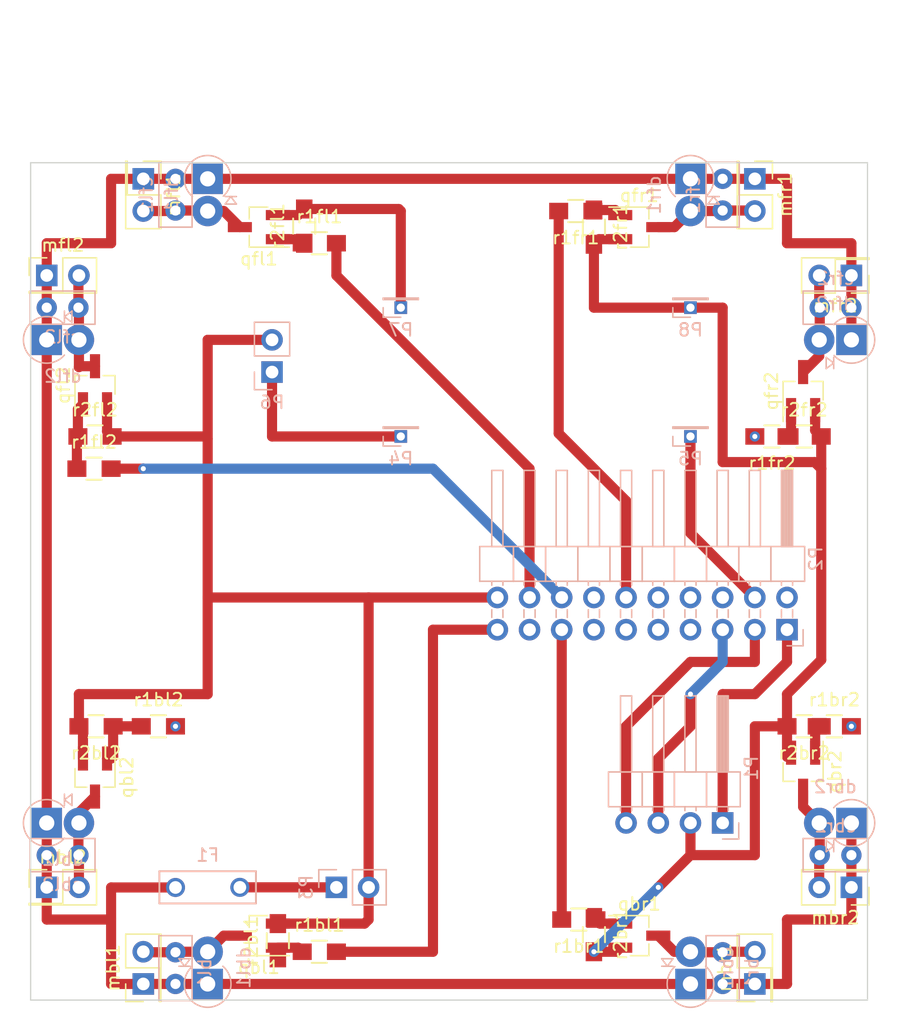
<source format=kicad_pcb>
(kicad_pcb (version 4) (host pcbnew 4.0.1-stable)

  (general
    (links 99)
    (no_connects 7)
    (area 13.941667 121.891666 85.118334 192.875001)
    (thickness 1.6)
    (drawings 5)
    (tracks 195)
    (zones 0)
    (modules 57)
    (nets 33)
  )

  (page A4)
  (layers
    (0 F.Cu signal)
    (31 B.Cu signal)
    (32 B.Adhes user hide)
    (33 F.Adhes user hide)
    (34 B.Paste user hide)
    (35 F.Paste user hide)
    (36 B.SilkS user)
    (37 F.SilkS user hide)
    (38 B.Mask user hide)
    (39 F.Mask user hide)
    (40 Dwgs.User user hide)
    (41 Cmts.User user)
    (42 Eco1.User user hide)
    (43 Eco2.User user hide)
    (44 Edge.Cuts user)
    (45 Margin user hide)
    (46 B.CrtYd user hide)
    (47 F.CrtYd user hide)
    (48 B.Fab user)
    (49 F.Fab user)
  )

  (setup
    (last_trace_width 0.25)
    (trace_clearance 0.2)
    (zone_clearance 0.508)
    (zone_45_only no)
    (trace_min 0.2)
    (segment_width 0.2)
    (edge_width 0.1)
    (via_size 0.6)
    (via_drill 0.4)
    (via_min_size 0.4)
    (via_min_drill 0.3)
    (uvia_size 0.3)
    (uvia_drill 0.1)
    (uvias_allowed no)
    (uvia_min_size 0.2)
    (uvia_min_drill 0.1)
    (pcb_text_width 0.3)
    (pcb_text_size 1.5 1.5)
    (mod_edge_width 0.15)
    (mod_text_size 1 1)
    (mod_text_width 0.15)
    (pad_size 1.5 1.5)
    (pad_drill 0.6)
    (pad_to_mask_clearance 0)
    (aux_axis_origin 0 0)
    (visible_elements 7FFFFFFF)
    (pcbplotparams
      (layerselection 0x00030_80000001)
      (usegerberextensions false)
      (excludeedgelayer true)
      (linewidth 0.100000)
      (plotframeref false)
      (viasonmask false)
      (mode 1)
      (useauxorigin false)
      (hpglpennumber 1)
      (hpglpenspeed 20)
      (hpglpendiameter 15)
      (hpglpenoverlay 2)
      (psnegative false)
      (psa4output false)
      (plotreference true)
      (plotvalue true)
      (plotinvisibletext false)
      (padsonsilk false)
      (subtractmaskfromsilk false)
      (outputformat 1)
      (mirror false)
      (drillshape 0)
      (scaleselection 1)
      (outputdirectory ""))
  )

  (net 0 "")
  (net 1 "Net-(F1-Pad2)")
  (net 2 "Net-(cbl1-Pad2)")
  (net 3 "Net-(cbl2-Pad2)")
  (net 4 "Net-(cbr1-Pad2)")
  (net 5 "Net-(cbr2-Pad2)")
  (net 6 "Net-(cfl1-Pad2)")
  (net 7 "Net-(cfl2-Pad2)")
  (net 8 "Net-(cfr1-Pad2)")
  (net 9 "Net-(cfr2-Pad2)")
  (net 10 "Net-(F1-Pad1)")
  (net 11 "Net-(P1-Pad1)")
  (net 12 "Net-(P1-Pad2)")
  (net 13 "Net-(P1-Pad3)")
  (net 14 "Net-(P1-Pad4)")
  (net 15 "Net-(P2-Pad10)")
  (net 16 "Net-(P2-Pad11)")
  (net 17 "Net-(P2-Pad12)")
  (net 18 "Net-(P2-Pad15)")
  (net 19 "Net-(P2-Pad18)")
  (net 20 "Net-(P4-Pad1)")
  (net 21 "Net-(qbl1-Pad2)")
  (net 22 "Net-(qbl2-Pad2)")
  (net 23 "Net-(qbr1-Pad2)")
  (net 24 "Net-(qbr2-Pad2)")
  (net 25 "Net-(qfl1-Pad2)")
  (net 26 "Net-(qfl2-Pad2)")
  (net 27 "Net-(qfr1-Pad2)")
  (net 28 "Net-(qfr2-Pad2)")
  (net 29 "Net-(P2-Pad16)")
  (net 30 "Net-(P2-Pad4)")
  (net 31 "Net-(P2-Pad19)")
  (net 32 "Net-(P2-Pad13)")

  (net_class Default "これは標準のネット クラスです。"
    (clearance 0.2)
    (trace_width 0.25)
    (via_dia 0.6)
    (via_drill 0.4)
    (uvia_dia 0.3)
    (uvia_drill 0.1)
  )

  (net_class Thick ""
    (clearance 0.2)
    (trace_width 0.8)
    (via_dia 0.81)
    (via_drill 0.4)
    (uvia_dia 0.3)
    (uvia_drill 0.1)
    (add_net "Net-(F1-Pad1)")
    (add_net "Net-(F1-Pad2)")
    (add_net "Net-(P1-Pad1)")
    (add_net "Net-(P1-Pad2)")
    (add_net "Net-(P1-Pad3)")
    (add_net "Net-(P1-Pad4)")
    (add_net "Net-(P2-Pad10)")
    (add_net "Net-(P2-Pad11)")
    (add_net "Net-(P2-Pad12)")
    (add_net "Net-(P2-Pad13)")
    (add_net "Net-(P2-Pad15)")
    (add_net "Net-(P2-Pad16)")
    (add_net "Net-(P2-Pad18)")
    (add_net "Net-(P2-Pad19)")
    (add_net "Net-(P2-Pad4)")
    (add_net "Net-(P4-Pad1)")
    (add_net "Net-(cbl1-Pad2)")
    (add_net "Net-(cbl2-Pad2)")
    (add_net "Net-(cbr1-Pad2)")
    (add_net "Net-(cbr2-Pad2)")
    (add_net "Net-(cfl1-Pad2)")
    (add_net "Net-(cfl2-Pad2)")
    (add_net "Net-(cfr1-Pad2)")
    (add_net "Net-(cfr2-Pad2)")
    (add_net "Net-(qbl1-Pad2)")
    (add_net "Net-(qbl2-Pad2)")
    (add_net "Net-(qbr1-Pad2)")
    (add_net "Net-(qbr2-Pad2)")
    (add_net "Net-(qfl1-Pad2)")
    (add_net "Net-(qfl2-Pad2)")
    (add_net "Net-(qfr1-Pad2)")
    (add_net "Net-(qfr2-Pad2)")
  )

  (module Pin_Headers:Pin_Header_Angled_2x10_Pitch2.54mm (layer B.Cu) (tedit 5862ED54) (tstamp 5895CB28)
    (at 106.68 139.7 90)
    (descr "Through hole angled pin header, 2x10, 2.54mm pitch, 6mm pin length, double rows")
    (tags "Through hole angled pin header THT 2x10 2.54mm double row")
    (path /5895B203)
    (fp_text reference P2 (at 5.585 2.27 90) (layer B.SilkS)
      (effects (font (size 1 1) (thickness 0.15)) (justify mirror))
    )
    (fp_text value CONN_02X10 (at 5.585 -25.13 90) (layer B.Fab)
      (effects (font (size 1 1) (thickness 0.15)) (justify mirror))
    )
    (fp_line (start 3.94 1.27) (end 3.94 -1.27) (layer B.Fab) (width 0.1))
    (fp_line (start 3.94 -1.27) (end 6.44 -1.27) (layer B.Fab) (width 0.1))
    (fp_line (start 6.44 -1.27) (end 6.44 1.27) (layer B.Fab) (width 0.1))
    (fp_line (start 6.44 1.27) (end 3.94 1.27) (layer B.Fab) (width 0.1))
    (fp_line (start 0 0.32) (end 0 -0.32) (layer B.Fab) (width 0.1))
    (fp_line (start 0 -0.32) (end 12.44 -0.32) (layer B.Fab) (width 0.1))
    (fp_line (start 12.44 -0.32) (end 12.44 0.32) (layer B.Fab) (width 0.1))
    (fp_line (start 12.44 0.32) (end 0 0.32) (layer B.Fab) (width 0.1))
    (fp_line (start 3.94 -1.27) (end 3.94 -3.81) (layer B.Fab) (width 0.1))
    (fp_line (start 3.94 -3.81) (end 6.44 -3.81) (layer B.Fab) (width 0.1))
    (fp_line (start 6.44 -3.81) (end 6.44 -1.27) (layer B.Fab) (width 0.1))
    (fp_line (start 6.44 -1.27) (end 3.94 -1.27) (layer B.Fab) (width 0.1))
    (fp_line (start 0 -2.22) (end 0 -2.86) (layer B.Fab) (width 0.1))
    (fp_line (start 0 -2.86) (end 12.44 -2.86) (layer B.Fab) (width 0.1))
    (fp_line (start 12.44 -2.86) (end 12.44 -2.22) (layer B.Fab) (width 0.1))
    (fp_line (start 12.44 -2.22) (end 0 -2.22) (layer B.Fab) (width 0.1))
    (fp_line (start 3.94 -3.81) (end 3.94 -6.35) (layer B.Fab) (width 0.1))
    (fp_line (start 3.94 -6.35) (end 6.44 -6.35) (layer B.Fab) (width 0.1))
    (fp_line (start 6.44 -6.35) (end 6.44 -3.81) (layer B.Fab) (width 0.1))
    (fp_line (start 6.44 -3.81) (end 3.94 -3.81) (layer B.Fab) (width 0.1))
    (fp_line (start 0 -4.76) (end 0 -5.4) (layer B.Fab) (width 0.1))
    (fp_line (start 0 -5.4) (end 12.44 -5.4) (layer B.Fab) (width 0.1))
    (fp_line (start 12.44 -5.4) (end 12.44 -4.76) (layer B.Fab) (width 0.1))
    (fp_line (start 12.44 -4.76) (end 0 -4.76) (layer B.Fab) (width 0.1))
    (fp_line (start 3.94 -6.35) (end 3.94 -8.89) (layer B.Fab) (width 0.1))
    (fp_line (start 3.94 -8.89) (end 6.44 -8.89) (layer B.Fab) (width 0.1))
    (fp_line (start 6.44 -8.89) (end 6.44 -6.35) (layer B.Fab) (width 0.1))
    (fp_line (start 6.44 -6.35) (end 3.94 -6.35) (layer B.Fab) (width 0.1))
    (fp_line (start 0 -7.3) (end 0 -7.94) (layer B.Fab) (width 0.1))
    (fp_line (start 0 -7.94) (end 12.44 -7.94) (layer B.Fab) (width 0.1))
    (fp_line (start 12.44 -7.94) (end 12.44 -7.3) (layer B.Fab) (width 0.1))
    (fp_line (start 12.44 -7.3) (end 0 -7.3) (layer B.Fab) (width 0.1))
    (fp_line (start 3.94 -8.89) (end 3.94 -11.43) (layer B.Fab) (width 0.1))
    (fp_line (start 3.94 -11.43) (end 6.44 -11.43) (layer B.Fab) (width 0.1))
    (fp_line (start 6.44 -11.43) (end 6.44 -8.89) (layer B.Fab) (width 0.1))
    (fp_line (start 6.44 -8.89) (end 3.94 -8.89) (layer B.Fab) (width 0.1))
    (fp_line (start 0 -9.84) (end 0 -10.48) (layer B.Fab) (width 0.1))
    (fp_line (start 0 -10.48) (end 12.44 -10.48) (layer B.Fab) (width 0.1))
    (fp_line (start 12.44 -10.48) (end 12.44 -9.84) (layer B.Fab) (width 0.1))
    (fp_line (start 12.44 -9.84) (end 0 -9.84) (layer B.Fab) (width 0.1))
    (fp_line (start 3.94 -11.43) (end 3.94 -13.97) (layer B.Fab) (width 0.1))
    (fp_line (start 3.94 -13.97) (end 6.44 -13.97) (layer B.Fab) (width 0.1))
    (fp_line (start 6.44 -13.97) (end 6.44 -11.43) (layer B.Fab) (width 0.1))
    (fp_line (start 6.44 -11.43) (end 3.94 -11.43) (layer B.Fab) (width 0.1))
    (fp_line (start 0 -12.38) (end 0 -13.02) (layer B.Fab) (width 0.1))
    (fp_line (start 0 -13.02) (end 12.44 -13.02) (layer B.Fab) (width 0.1))
    (fp_line (start 12.44 -13.02) (end 12.44 -12.38) (layer B.Fab) (width 0.1))
    (fp_line (start 12.44 -12.38) (end 0 -12.38) (layer B.Fab) (width 0.1))
    (fp_line (start 3.94 -13.97) (end 3.94 -16.51) (layer B.Fab) (width 0.1))
    (fp_line (start 3.94 -16.51) (end 6.44 -16.51) (layer B.Fab) (width 0.1))
    (fp_line (start 6.44 -16.51) (end 6.44 -13.97) (layer B.Fab) (width 0.1))
    (fp_line (start 6.44 -13.97) (end 3.94 -13.97) (layer B.Fab) (width 0.1))
    (fp_line (start 0 -14.92) (end 0 -15.56) (layer B.Fab) (width 0.1))
    (fp_line (start 0 -15.56) (end 12.44 -15.56) (layer B.Fab) (width 0.1))
    (fp_line (start 12.44 -15.56) (end 12.44 -14.92) (layer B.Fab) (width 0.1))
    (fp_line (start 12.44 -14.92) (end 0 -14.92) (layer B.Fab) (width 0.1))
    (fp_line (start 3.94 -16.51) (end 3.94 -19.05) (layer B.Fab) (width 0.1))
    (fp_line (start 3.94 -19.05) (end 6.44 -19.05) (layer B.Fab) (width 0.1))
    (fp_line (start 6.44 -19.05) (end 6.44 -16.51) (layer B.Fab) (width 0.1))
    (fp_line (start 6.44 -16.51) (end 3.94 -16.51) (layer B.Fab) (width 0.1))
    (fp_line (start 0 -17.46) (end 0 -18.1) (layer B.Fab) (width 0.1))
    (fp_line (start 0 -18.1) (end 12.44 -18.1) (layer B.Fab) (width 0.1))
    (fp_line (start 12.44 -18.1) (end 12.44 -17.46) (layer B.Fab) (width 0.1))
    (fp_line (start 12.44 -17.46) (end 0 -17.46) (layer B.Fab) (width 0.1))
    (fp_line (start 3.94 -19.05) (end 3.94 -21.59) (layer B.Fab) (width 0.1))
    (fp_line (start 3.94 -21.59) (end 6.44 -21.59) (layer B.Fab) (width 0.1))
    (fp_line (start 6.44 -21.59) (end 6.44 -19.05) (layer B.Fab) (width 0.1))
    (fp_line (start 6.44 -19.05) (end 3.94 -19.05) (layer B.Fab) (width 0.1))
    (fp_line (start 0 -20) (end 0 -20.64) (layer B.Fab) (width 0.1))
    (fp_line (start 0 -20.64) (end 12.44 -20.64) (layer B.Fab) (width 0.1))
    (fp_line (start 12.44 -20.64) (end 12.44 -20) (layer B.Fab) (width 0.1))
    (fp_line (start 12.44 -20) (end 0 -20) (layer B.Fab) (width 0.1))
    (fp_line (start 3.94 -21.59) (end 3.94 -24.13) (layer B.Fab) (width 0.1))
    (fp_line (start 3.94 -24.13) (end 6.44 -24.13) (layer B.Fab) (width 0.1))
    (fp_line (start 6.44 -24.13) (end 6.44 -21.59) (layer B.Fab) (width 0.1))
    (fp_line (start 6.44 -21.59) (end 3.94 -21.59) (layer B.Fab) (width 0.1))
    (fp_line (start 0 -22.54) (end 0 -23.18) (layer B.Fab) (width 0.1))
    (fp_line (start 0 -23.18) (end 12.44 -23.18) (layer B.Fab) (width 0.1))
    (fp_line (start 12.44 -23.18) (end 12.44 -22.54) (layer B.Fab) (width 0.1))
    (fp_line (start 12.44 -22.54) (end 0 -22.54) (layer B.Fab) (width 0.1))
    (fp_line (start 3.82 1.39) (end 3.82 -1.27) (layer B.SilkS) (width 0.12))
    (fp_line (start 3.82 -1.27) (end 6.56 -1.27) (layer B.SilkS) (width 0.12))
    (fp_line (start 6.56 -1.27) (end 6.56 1.39) (layer B.SilkS) (width 0.12))
    (fp_line (start 6.56 1.39) (end 3.82 1.39) (layer B.SilkS) (width 0.12))
    (fp_line (start 6.56 0.44) (end 6.56 -0.44) (layer B.SilkS) (width 0.12))
    (fp_line (start 6.56 -0.44) (end 12.56 -0.44) (layer B.SilkS) (width 0.12))
    (fp_line (start 12.56 -0.44) (end 12.56 0.44) (layer B.SilkS) (width 0.12))
    (fp_line (start 12.56 0.44) (end 6.56 0.44) (layer B.SilkS) (width 0.12))
    (fp_line (start 3.51 0.44) (end 3.82 0.44) (layer B.SilkS) (width 0.12))
    (fp_line (start 3.51 -0.44) (end 3.82 -0.44) (layer B.SilkS) (width 0.12))
    (fp_line (start 0.97 0.44) (end 1.57 0.44) (layer B.SilkS) (width 0.12))
    (fp_line (start 0.97 -0.44) (end 1.57 -0.44) (layer B.SilkS) (width 0.12))
    (fp_line (start 6.56 0.32) (end 12.56 0.32) (layer B.SilkS) (width 0.12))
    (fp_line (start 6.56 0.2) (end 12.56 0.2) (layer B.SilkS) (width 0.12))
    (fp_line (start 6.56 0.08) (end 12.56 0.08) (layer B.SilkS) (width 0.12))
    (fp_line (start 6.56 -0.04) (end 12.56 -0.04) (layer B.SilkS) (width 0.12))
    (fp_line (start 6.56 -0.16) (end 12.56 -0.16) (layer B.SilkS) (width 0.12))
    (fp_line (start 6.56 -0.28) (end 12.56 -0.28) (layer B.SilkS) (width 0.12))
    (fp_line (start 6.56 -0.4) (end 12.56 -0.4) (layer B.SilkS) (width 0.12))
    (fp_line (start 3.82 -1.27) (end 3.82 -3.81) (layer B.SilkS) (width 0.12))
    (fp_line (start 3.82 -3.81) (end 6.56 -3.81) (layer B.SilkS) (width 0.12))
    (fp_line (start 6.56 -3.81) (end 6.56 -1.27) (layer B.SilkS) (width 0.12))
    (fp_line (start 6.56 -1.27) (end 3.82 -1.27) (layer B.SilkS) (width 0.12))
    (fp_line (start 6.56 -2.1) (end 6.56 -2.98) (layer B.SilkS) (width 0.12))
    (fp_line (start 6.56 -2.98) (end 12.56 -2.98) (layer B.SilkS) (width 0.12))
    (fp_line (start 12.56 -2.98) (end 12.56 -2.1) (layer B.SilkS) (width 0.12))
    (fp_line (start 12.56 -2.1) (end 6.56 -2.1) (layer B.SilkS) (width 0.12))
    (fp_line (start 3.51 -2.1) (end 3.82 -2.1) (layer B.SilkS) (width 0.12))
    (fp_line (start 3.51 -2.98) (end 3.82 -2.98) (layer B.SilkS) (width 0.12))
    (fp_line (start 0.97 -2.1) (end 1.57 -2.1) (layer B.SilkS) (width 0.12))
    (fp_line (start 0.97 -2.98) (end 1.57 -2.98) (layer B.SilkS) (width 0.12))
    (fp_line (start 3.82 -3.81) (end 3.82 -6.35) (layer B.SilkS) (width 0.12))
    (fp_line (start 3.82 -6.35) (end 6.56 -6.35) (layer B.SilkS) (width 0.12))
    (fp_line (start 6.56 -6.35) (end 6.56 -3.81) (layer B.SilkS) (width 0.12))
    (fp_line (start 6.56 -3.81) (end 3.82 -3.81) (layer B.SilkS) (width 0.12))
    (fp_line (start 6.56 -4.64) (end 6.56 -5.52) (layer B.SilkS) (width 0.12))
    (fp_line (start 6.56 -5.52) (end 12.56 -5.52) (layer B.SilkS) (width 0.12))
    (fp_line (start 12.56 -5.52) (end 12.56 -4.64) (layer B.SilkS) (width 0.12))
    (fp_line (start 12.56 -4.64) (end 6.56 -4.64) (layer B.SilkS) (width 0.12))
    (fp_line (start 3.51 -4.64) (end 3.82 -4.64) (layer B.SilkS) (width 0.12))
    (fp_line (start 3.51 -5.52) (end 3.82 -5.52) (layer B.SilkS) (width 0.12))
    (fp_line (start 0.97 -4.64) (end 1.57 -4.64) (layer B.SilkS) (width 0.12))
    (fp_line (start 0.97 -5.52) (end 1.57 -5.52) (layer B.SilkS) (width 0.12))
    (fp_line (start 3.82 -6.35) (end 3.82 -8.89) (layer B.SilkS) (width 0.12))
    (fp_line (start 3.82 -8.89) (end 6.56 -8.89) (layer B.SilkS) (width 0.12))
    (fp_line (start 6.56 -8.89) (end 6.56 -6.35) (layer B.SilkS) (width 0.12))
    (fp_line (start 6.56 -6.35) (end 3.82 -6.35) (layer B.SilkS) (width 0.12))
    (fp_line (start 6.56 -7.18) (end 6.56 -8.06) (layer B.SilkS) (width 0.12))
    (fp_line (start 6.56 -8.06) (end 12.56 -8.06) (layer B.SilkS) (width 0.12))
    (fp_line (start 12.56 -8.06) (end 12.56 -7.18) (layer B.SilkS) (width 0.12))
    (fp_line (start 12.56 -7.18) (end 6.56 -7.18) (layer B.SilkS) (width 0.12))
    (fp_line (start 3.51 -7.18) (end 3.82 -7.18) (layer B.SilkS) (width 0.12))
    (fp_line (start 3.51 -8.06) (end 3.82 -8.06) (layer B.SilkS) (width 0.12))
    (fp_line (start 0.97 -7.18) (end 1.57 -7.18) (layer B.SilkS) (width 0.12))
    (fp_line (start 0.97 -8.06) (end 1.57 -8.06) (layer B.SilkS) (width 0.12))
    (fp_line (start 3.82 -8.89) (end 3.82 -11.43) (layer B.SilkS) (width 0.12))
    (fp_line (start 3.82 -11.43) (end 6.56 -11.43) (layer B.SilkS) (width 0.12))
    (fp_line (start 6.56 -11.43) (end 6.56 -8.89) (layer B.SilkS) (width 0.12))
    (fp_line (start 6.56 -8.89) (end 3.82 -8.89) (layer B.SilkS) (width 0.12))
    (fp_line (start 6.56 -9.72) (end 6.56 -10.6) (layer B.SilkS) (width 0.12))
    (fp_line (start 6.56 -10.6) (end 12.56 -10.6) (layer B.SilkS) (width 0.12))
    (fp_line (start 12.56 -10.6) (end 12.56 -9.72) (layer B.SilkS) (width 0.12))
    (fp_line (start 12.56 -9.72) (end 6.56 -9.72) (layer B.SilkS) (width 0.12))
    (fp_line (start 3.51 -9.72) (end 3.82 -9.72) (layer B.SilkS) (width 0.12))
    (fp_line (start 3.51 -10.6) (end 3.82 -10.6) (layer B.SilkS) (width 0.12))
    (fp_line (start 0.97 -9.72) (end 1.57 -9.72) (layer B.SilkS) (width 0.12))
    (fp_line (start 0.97 -10.6) (end 1.57 -10.6) (layer B.SilkS) (width 0.12))
    (fp_line (start 3.82 -11.43) (end 3.82 -13.97) (layer B.SilkS) (width 0.12))
    (fp_line (start 3.82 -13.97) (end 6.56 -13.97) (layer B.SilkS) (width 0.12))
    (fp_line (start 6.56 -13.97) (end 6.56 -11.43) (layer B.SilkS) (width 0.12))
    (fp_line (start 6.56 -11.43) (end 3.82 -11.43) (layer B.SilkS) (width 0.12))
    (fp_line (start 6.56 -12.26) (end 6.56 -13.14) (layer B.SilkS) (width 0.12))
    (fp_line (start 6.56 -13.14) (end 12.56 -13.14) (layer B.SilkS) (width 0.12))
    (fp_line (start 12.56 -13.14) (end 12.56 -12.26) (layer B.SilkS) (width 0.12))
    (fp_line (start 12.56 -12.26) (end 6.56 -12.26) (layer B.SilkS) (width 0.12))
    (fp_line (start 3.51 -12.26) (end 3.82 -12.26) (layer B.SilkS) (width 0.12))
    (fp_line (start 3.51 -13.14) (end 3.82 -13.14) (layer B.SilkS) (width 0.12))
    (fp_line (start 0.97 -12.26) (end 1.57 -12.26) (layer B.SilkS) (width 0.12))
    (fp_line (start 0.97 -13.14) (end 1.57 -13.14) (layer B.SilkS) (width 0.12))
    (fp_line (start 3.82 -13.97) (end 3.82 -16.51) (layer B.SilkS) (width 0.12))
    (fp_line (start 3.82 -16.51) (end 6.56 -16.51) (layer B.SilkS) (width 0.12))
    (fp_line (start 6.56 -16.51) (end 6.56 -13.97) (layer B.SilkS) (width 0.12))
    (fp_line (start 6.56 -13.97) (end 3.82 -13.97) (layer B.SilkS) (width 0.12))
    (fp_line (start 6.56 -14.8) (end 6.56 -15.68) (layer B.SilkS) (width 0.12))
    (fp_line (start 6.56 -15.68) (end 12.56 -15.68) (layer B.SilkS) (width 0.12))
    (fp_line (start 12.56 -15.68) (end 12.56 -14.8) (layer B.SilkS) (width 0.12))
    (fp_line (start 12.56 -14.8) (end 6.56 -14.8) (layer B.SilkS) (width 0.12))
    (fp_line (start 3.51 -14.8) (end 3.82 -14.8) (layer B.SilkS) (width 0.12))
    (fp_line (start 3.51 -15.68) (end 3.82 -15.68) (layer B.SilkS) (width 0.12))
    (fp_line (start 0.97 -14.8) (end 1.57 -14.8) (layer B.SilkS) (width 0.12))
    (fp_line (start 0.97 -15.68) (end 1.57 -15.68) (layer B.SilkS) (width 0.12))
    (fp_line (start 3.82 -16.51) (end 3.82 -19.05) (layer B.SilkS) (width 0.12))
    (fp_line (start 3.82 -19.05) (end 6.56 -19.05) (layer B.SilkS) (width 0.12))
    (fp_line (start 6.56 -19.05) (end 6.56 -16.51) (layer B.SilkS) (width 0.12))
    (fp_line (start 6.56 -16.51) (end 3.82 -16.51) (layer B.SilkS) (width 0.12))
    (fp_line (start 6.56 -17.34) (end 6.56 -18.22) (layer B.SilkS) (width 0.12))
    (fp_line (start 6.56 -18.22) (end 12.56 -18.22) (layer B.SilkS) (width 0.12))
    (fp_line (start 12.56 -18.22) (end 12.56 -17.34) (layer B.SilkS) (width 0.12))
    (fp_line (start 12.56 -17.34) (end 6.56 -17.34) (layer B.SilkS) (width 0.12))
    (fp_line (start 3.51 -17.34) (end 3.82 -17.34) (layer B.SilkS) (width 0.12))
    (fp_line (start 3.51 -18.22) (end 3.82 -18.22) (layer B.SilkS) (width 0.12))
    (fp_line (start 0.97 -17.34) (end 1.57 -17.34) (layer B.SilkS) (width 0.12))
    (fp_line (start 0.97 -18.22) (end 1.57 -18.22) (layer B.SilkS) (width 0.12))
    (fp_line (start 3.82 -19.05) (end 3.82 -21.59) (layer B.SilkS) (width 0.12))
    (fp_line (start 3.82 -21.59) (end 6.56 -21.59) (layer B.SilkS) (width 0.12))
    (fp_line (start 6.56 -21.59) (end 6.56 -19.05) (layer B.SilkS) (width 0.12))
    (fp_line (start 6.56 -19.05) (end 3.82 -19.05) (layer B.SilkS) (width 0.12))
    (fp_line (start 6.56 -19.88) (end 6.56 -20.76) (layer B.SilkS) (width 0.12))
    (fp_line (start 6.56 -20.76) (end 12.56 -20.76) (layer B.SilkS) (width 0.12))
    (fp_line (start 12.56 -20.76) (end 12.56 -19.88) (layer B.SilkS) (width 0.12))
    (fp_line (start 12.56 -19.88) (end 6.56 -19.88) (layer B.SilkS) (width 0.12))
    (fp_line (start 3.51 -19.88) (end 3.82 -19.88) (layer B.SilkS) (width 0.12))
    (fp_line (start 3.51 -20.76) (end 3.82 -20.76) (layer B.SilkS) (width 0.12))
    (fp_line (start 0.97 -19.88) (end 1.57 -19.88) (layer B.SilkS) (width 0.12))
    (fp_line (start 0.97 -20.76) (end 1.57 -20.76) (layer B.SilkS) (width 0.12))
    (fp_line (start 3.82 -21.59) (end 3.82 -24.25) (layer B.SilkS) (width 0.12))
    (fp_line (start 3.82 -24.25) (end 6.56 -24.25) (layer B.SilkS) (width 0.12))
    (fp_line (start 6.56 -24.25) (end 6.56 -21.59) (layer B.SilkS) (width 0.12))
    (fp_line (start 6.56 -21.59) (end 3.82 -21.59) (layer B.SilkS) (width 0.12))
    (fp_line (start 6.56 -22.42) (end 6.56 -23.3) (layer B.SilkS) (width 0.12))
    (fp_line (start 6.56 -23.3) (end 12.56 -23.3) (layer B.SilkS) (width 0.12))
    (fp_line (start 12.56 -23.3) (end 12.56 -22.42) (layer B.SilkS) (width 0.12))
    (fp_line (start 12.56 -22.42) (end 6.56 -22.42) (layer B.SilkS) (width 0.12))
    (fp_line (start 3.51 -22.42) (end 3.82 -22.42) (layer B.SilkS) (width 0.12))
    (fp_line (start 3.51 -23.3) (end 3.82 -23.3) (layer B.SilkS) (width 0.12))
    (fp_line (start 0.97 -22.42) (end 1.57 -22.42) (layer B.SilkS) (width 0.12))
    (fp_line (start 0.97 -23.3) (end 1.57 -23.3) (layer B.SilkS) (width 0.12))
    (fp_line (start -1.27 0) (end -1.27 1.27) (layer B.SilkS) (width 0.12))
    (fp_line (start -1.27 1.27) (end 0 1.27) (layer B.SilkS) (width 0.12))
    (fp_line (start -1.6 1.6) (end -1.6 -24.4) (layer B.CrtYd) (width 0.05))
    (fp_line (start -1.6 -24.4) (end 12.7 -24.4) (layer B.CrtYd) (width 0.05))
    (fp_line (start 12.7 -24.4) (end 12.7 1.6) (layer B.CrtYd) (width 0.05))
    (fp_line (start 12.7 1.6) (end -1.6 1.6) (layer B.CrtYd) (width 0.05))
    (pad 1 thru_hole rect (at 0 0 90) (size 1.7 1.7) (drill 1) (layers *.Cu *.Mask)
      (net 11 "Net-(P1-Pad1)"))
    (pad 2 thru_hole oval (at 2.54 0 90) (size 1.7 1.7) (drill 1) (layers *.Cu *.Mask))
    (pad 3 thru_hole oval (at 0 -2.54 90) (size 1.7 1.7) (drill 1) (layers *.Cu *.Mask)
      (net 14 "Net-(P1-Pad4)"))
    (pad 4 thru_hole oval (at 2.54 -2.54 90) (size 1.7 1.7) (drill 1) (layers *.Cu *.Mask)
      (net 30 "Net-(P2-Pad4)"))
    (pad 5 thru_hole oval (at 0 -5.08 90) (size 1.7 1.7) (drill 1) (layers *.Cu *.Mask)
      (net 13 "Net-(P1-Pad3)"))
    (pad 6 thru_hole oval (at 2.54 -5.08 90) (size 1.7 1.7) (drill 1) (layers *.Cu *.Mask))
    (pad 7 thru_hole oval (at 0 -7.62 90) (size 1.7 1.7) (drill 1) (layers *.Cu *.Mask))
    (pad 8 thru_hole oval (at 2.54 -7.62 90) (size 1.7 1.7) (drill 1) (layers *.Cu *.Mask))
    (pad 9 thru_hole oval (at 0 -10.16 90) (size 1.7 1.7) (drill 1) (layers *.Cu *.Mask))
    (pad 10 thru_hole oval (at 2.54 -10.16 90) (size 1.7 1.7) (drill 1) (layers *.Cu *.Mask)
      (net 15 "Net-(P2-Pad10)"))
    (pad 11 thru_hole oval (at 0 -12.7 90) (size 1.7 1.7) (drill 1) (layers *.Cu *.Mask)
      (net 16 "Net-(P2-Pad11)"))
    (pad 12 thru_hole oval (at 2.54 -12.7 90) (size 1.7 1.7) (drill 1) (layers *.Cu *.Mask)
      (net 17 "Net-(P2-Pad12)"))
    (pad 13 thru_hole oval (at 0 -15.24 90) (size 1.7 1.7) (drill 1) (layers *.Cu *.Mask)
      (net 32 "Net-(P2-Pad13)"))
    (pad 14 thru_hole oval (at 2.54 -15.24 90) (size 1.7 1.7) (drill 1) (layers *.Cu *.Mask))
    (pad 15 thru_hole oval (at 0 -17.78 90) (size 1.7 1.7) (drill 1) (layers *.Cu *.Mask)
      (net 18 "Net-(P2-Pad15)"))
    (pad 16 thru_hole oval (at 2.54 -17.78 90) (size 1.7 1.7) (drill 1) (layers *.Cu *.Mask)
      (net 29 "Net-(P2-Pad16)"))
    (pad 17 thru_hole oval (at 0 -20.32 90) (size 1.7 1.7) (drill 1) (layers *.Cu *.Mask))
    (pad 18 thru_hole oval (at 2.54 -20.32 90) (size 1.7 1.7) (drill 1) (layers *.Cu *.Mask)
      (net 19 "Net-(P2-Pad18)"))
    (pad 19 thru_hole oval (at 0 -22.86 90) (size 1.7 1.7) (drill 1) (layers *.Cu *.Mask)
      (net 31 "Net-(P2-Pad19)"))
    (pad 20 thru_hole oval (at 2.54 -22.86 90) (size 1.7 1.7) (drill 1) (layers *.Cu *.Mask)
      (net 12 "Net-(P1-Pad2)"))
    (model C:/3.14P_Data/AppData/kicad/packages/package3d/Pin_Headers.3dshapes/Pin_Header_Angled_2x10_Pitch2.54mm.wrl
      (at (xyz 0.05 -0.45 0))
      (scale (xyz 1 1 1))
      (rotate (xyz 0 0 90))
    )
  )

  (module Pin_Headers:Pin_Header_Straight_1x02_Pitch2.54mm (layer B.Cu) (tedit 5862ED52) (tstamp 5898756B)
    (at 66.04 119.38)
    (descr "Through hole straight pin header, 1x02, 2.54mm pitch, single row")
    (tags "Through hole pin header THT 1x02 2.54mm single row")
    (path /589BA3A0)
    (fp_text reference P6 (at 0 2.39) (layer B.SilkS)
      (effects (font (size 1 1) (thickness 0.15)) (justify mirror))
    )
    (fp_text value "Batt Pi" (at 0 -4.93) (layer B.Fab)
      (effects (font (size 1 1) (thickness 0.15)) (justify mirror))
    )
    (fp_line (start -1.27 1.27) (end -1.27 -3.81) (layer B.Fab) (width 0.1))
    (fp_line (start -1.27 -3.81) (end 1.27 -3.81) (layer B.Fab) (width 0.1))
    (fp_line (start 1.27 -3.81) (end 1.27 1.27) (layer B.Fab) (width 0.1))
    (fp_line (start 1.27 1.27) (end -1.27 1.27) (layer B.Fab) (width 0.1))
    (fp_line (start -1.39 -1.27) (end -1.39 -3.93) (layer B.SilkS) (width 0.12))
    (fp_line (start -1.39 -3.93) (end 1.39 -3.93) (layer B.SilkS) (width 0.12))
    (fp_line (start 1.39 -3.93) (end 1.39 -1.27) (layer B.SilkS) (width 0.12))
    (fp_line (start 1.39 -1.27) (end -1.39 -1.27) (layer B.SilkS) (width 0.12))
    (fp_line (start -1.39 0) (end -1.39 1.39) (layer B.SilkS) (width 0.12))
    (fp_line (start -1.39 1.39) (end 0 1.39) (layer B.SilkS) (width 0.12))
    (fp_line (start -1.6 1.6) (end -1.6 -4.1) (layer B.CrtYd) (width 0.05))
    (fp_line (start -1.6 -4.1) (end 1.6 -4.1) (layer B.CrtYd) (width 0.05))
    (fp_line (start 1.6 -4.1) (end 1.6 1.6) (layer B.CrtYd) (width 0.05))
    (fp_line (start 1.6 1.6) (end -1.6 1.6) (layer B.CrtYd) (width 0.05))
    (pad 1 thru_hole rect (at 0 0) (size 1.7 1.7) (drill 1) (layers *.Cu *.Mask)
      (net 20 "Net-(P4-Pad1)"))
    (pad 2 thru_hole oval (at 0 -2.54) (size 1.7 1.7) (drill 1) (layers *.Cu *.Mask)
      (net 12 "Net-(P1-Pad2)"))
    (model C:/3.14P_Data/AppData/kicad/packages/package3d/Pin_Headers.3dshapes/Pin_Header_Straight_1x02_Pitch2.54mm.wrl
      (at (xyz 0 -0.05 0))
      (scale (xyz 1 1 1))
      (rotate (xyz 0 0 90))
    )
  )

  (module Capacitors_ThroughHole:C_Disc_D5.0mm_W2.5mm_P2.50mm (layer B.Cu) (tedit 58765D06) (tstamp 5895CA8C)
    (at 101.6 104.14 270)
    (descr "C, Disc series, Radial, pin pitch=2.50mm, , diameter*width=5*2.5mm^2, Capacitor, http://cdn-reichelt.de/documents/datenblatt/B300/DS_KERKO_TC.pdf")
    (tags "C Disc series Radial pin pitch 2.50mm  diameter 5mm width 2.5mm Capacitor")
    (path /5893C777)
    (fp_text reference cfr1 (at 1.25 2.31 270) (layer B.SilkS)
      (effects (font (size 1 1) (thickness 0.15)) (justify mirror))
    )
    (fp_text value 0.1u (at 1.25 -2.31 270) (layer B.Fab)
      (effects (font (size 1 1) (thickness 0.15)) (justify mirror))
    )
    (fp_line (start -1.25 1.25) (end -1.25 -1.25) (layer B.Fab) (width 0.1))
    (fp_line (start -1.25 -1.25) (end 3.75 -1.25) (layer B.Fab) (width 0.1))
    (fp_line (start 3.75 -1.25) (end 3.75 1.25) (layer B.Fab) (width 0.1))
    (fp_line (start 3.75 1.25) (end -1.25 1.25) (layer B.Fab) (width 0.1))
    (fp_line (start -1.31 1.31) (end 3.81 1.31) (layer B.SilkS) (width 0.12))
    (fp_line (start -1.31 -1.31) (end 3.81 -1.31) (layer B.SilkS) (width 0.12))
    (fp_line (start -1.31 1.31) (end -1.31 -1.31) (layer B.SilkS) (width 0.12))
    (fp_line (start 3.81 1.31) (end 3.81 -1.31) (layer B.SilkS) (width 0.12))
    (fp_line (start -1.6 1.6) (end -1.6 -1.6) (layer B.CrtYd) (width 0.05))
    (fp_line (start -1.6 -1.6) (end 4.1 -1.6) (layer B.CrtYd) (width 0.05))
    (fp_line (start 4.1 -1.6) (end 4.1 1.6) (layer B.CrtYd) (width 0.05))
    (fp_line (start 4.1 1.6) (end -1.6 1.6) (layer B.CrtYd) (width 0.05))
    (pad 1 thru_hole circle (at 0 0 270) (size 1.6 1.6) (drill 0.8) (layers *.Cu *.Mask)
      (net 1 "Net-(F1-Pad2)"))
    (pad 2 thru_hole circle (at 2.5 0 270) (size 1.6 1.6) (drill 0.8) (layers *.Cu *.Mask)
      (net 8 "Net-(cfr1-Pad2)"))
    (model C:/3.14P_Data/AppData/kicad/packages/package3d/Capacitors_ThroughHole.3dshapes/C_Disc_D5.0mm_W2.5mm_P2.50mm.wrl
      (at (xyz 0 0 0))
      (scale (xyz 0.393701 0.393701 0.393701))
      (rotate (xyz 0 0 0))
    )
  )

  (module Capacitors_ThroughHole:C_Disc_D5.0mm_W2.5mm_P2.50mm (layer B.Cu) (tedit 58765D06) (tstamp 5895CA68)
    (at 58.42 104.14 270)
    (descr "C, Disc series, Radial, pin pitch=2.50mm, , diameter*width=5*2.5mm^2, Capacitor, http://cdn-reichelt.de/documents/datenblatt/B300/DS_KERKO_TC.pdf")
    (tags "C Disc series Radial pin pitch 2.50mm  diameter 5mm width 2.5mm Capacitor")
    (path /58933856)
    (fp_text reference cfl1 (at 1.25 2.31 270) (layer B.SilkS)
      (effects (font (size 1 1) (thickness 0.15)) (justify mirror))
    )
    (fp_text value 0.1u (at 1.25 -2.31 270) (layer B.Fab)
      (effects (font (size 1 1) (thickness 0.15)) (justify mirror))
    )
    (fp_line (start -1.25 1.25) (end -1.25 -1.25) (layer B.Fab) (width 0.1))
    (fp_line (start -1.25 -1.25) (end 3.75 -1.25) (layer B.Fab) (width 0.1))
    (fp_line (start 3.75 -1.25) (end 3.75 1.25) (layer B.Fab) (width 0.1))
    (fp_line (start 3.75 1.25) (end -1.25 1.25) (layer B.Fab) (width 0.1))
    (fp_line (start -1.31 1.31) (end 3.81 1.31) (layer B.SilkS) (width 0.12))
    (fp_line (start -1.31 -1.31) (end 3.81 -1.31) (layer B.SilkS) (width 0.12))
    (fp_line (start -1.31 1.31) (end -1.31 -1.31) (layer B.SilkS) (width 0.12))
    (fp_line (start 3.81 1.31) (end 3.81 -1.31) (layer B.SilkS) (width 0.12))
    (fp_line (start -1.6 1.6) (end -1.6 -1.6) (layer B.CrtYd) (width 0.05))
    (fp_line (start -1.6 -1.6) (end 4.1 -1.6) (layer B.CrtYd) (width 0.05))
    (fp_line (start 4.1 -1.6) (end 4.1 1.6) (layer B.CrtYd) (width 0.05))
    (fp_line (start 4.1 1.6) (end -1.6 1.6) (layer B.CrtYd) (width 0.05))
    (pad 1 thru_hole circle (at 0 0 270) (size 1.6 1.6) (drill 0.8) (layers *.Cu *.Mask)
      (net 1 "Net-(F1-Pad2)"))
    (pad 2 thru_hole circle (at 2.5 0 270) (size 1.6 1.6) (drill 0.8) (layers *.Cu *.Mask)
      (net 6 "Net-(cfl1-Pad2)"))
    (model C:/3.14P_Data/AppData/kicad/packages/package3d/Capacitors_ThroughHole.3dshapes/C_Disc_D5.0mm_W2.5mm_P2.50mm.wrl
      (at (xyz 0 0 0))
      (scale (xyz 0.393701 0.393701 0.393701))
      (rotate (xyz 0 0 0))
    )
  )

  (module Capacitors_ThroughHole:C_Disc_D5.0mm_W2.5mm_P2.50mm (layer B.Cu) (tedit 58765D06) (tstamp 5895CA7A)
    (at 48.26 114.3)
    (descr "C, Disc series, Radial, pin pitch=2.50mm, , diameter*width=5*2.5mm^2, Capacitor, http://cdn-reichelt.de/documents/datenblatt/B300/DS_KERKO_TC.pdf")
    (tags "C Disc series Radial pin pitch 2.50mm  diameter 5mm width 2.5mm Capacitor")
    (path /5893B736)
    (fp_text reference cfl2 (at 1.25 2.31) (layer B.SilkS)
      (effects (font (size 1 1) (thickness 0.15)) (justify mirror))
    )
    (fp_text value 0.1u (at 1.25 -2.31) (layer B.Fab)
      (effects (font (size 1 1) (thickness 0.15)) (justify mirror))
    )
    (fp_line (start -1.25 1.25) (end -1.25 -1.25) (layer B.Fab) (width 0.1))
    (fp_line (start -1.25 -1.25) (end 3.75 -1.25) (layer B.Fab) (width 0.1))
    (fp_line (start 3.75 -1.25) (end 3.75 1.25) (layer B.Fab) (width 0.1))
    (fp_line (start 3.75 1.25) (end -1.25 1.25) (layer B.Fab) (width 0.1))
    (fp_line (start -1.31 1.31) (end 3.81 1.31) (layer B.SilkS) (width 0.12))
    (fp_line (start -1.31 -1.31) (end 3.81 -1.31) (layer B.SilkS) (width 0.12))
    (fp_line (start -1.31 1.31) (end -1.31 -1.31) (layer B.SilkS) (width 0.12))
    (fp_line (start 3.81 1.31) (end 3.81 -1.31) (layer B.SilkS) (width 0.12))
    (fp_line (start -1.6 1.6) (end -1.6 -1.6) (layer B.CrtYd) (width 0.05))
    (fp_line (start -1.6 -1.6) (end 4.1 -1.6) (layer B.CrtYd) (width 0.05))
    (fp_line (start 4.1 -1.6) (end 4.1 1.6) (layer B.CrtYd) (width 0.05))
    (fp_line (start 4.1 1.6) (end -1.6 1.6) (layer B.CrtYd) (width 0.05))
    (pad 1 thru_hole circle (at 0 0) (size 1.6 1.6) (drill 0.8) (layers *.Cu *.Mask)
      (net 1 "Net-(F1-Pad2)"))
    (pad 2 thru_hole circle (at 2.5 0) (size 1.6 1.6) (drill 0.8) (layers *.Cu *.Mask)
      (net 7 "Net-(cfl2-Pad2)"))
    (model C:/3.14P_Data/AppData/kicad/packages/package3d/Capacitors_ThroughHole.3dshapes/C_Disc_D5.0mm_W2.5mm_P2.50mm.wrl
      (at (xyz 0 0 0))
      (scale (xyz 0.393701 0.393701 0.393701))
      (rotate (xyz 0 0 0))
    )
  )

  (module Capacitors_ThroughHole:C_Disc_D5.0mm_W2.5mm_P2.50mm (layer B.Cu) (tedit 58765D06) (tstamp 5895CA20)
    (at 58.42 167.64 90)
    (descr "C, Disc series, Radial, pin pitch=2.50mm, , diameter*width=5*2.5mm^2, Capacitor, http://cdn-reichelt.de/documents/datenblatt/B300/DS_KERKO_TC.pdf")
    (tags "C Disc series Radial pin pitch 2.50mm  diameter 5mm width 2.5mm Capacitor")
    (path /5893EC8D)
    (fp_text reference cbl1 (at 1.25 2.31 90) (layer B.SilkS)
      (effects (font (size 1 1) (thickness 0.15)) (justify mirror))
    )
    (fp_text value 0.1u (at 1.25 -2.31 90) (layer B.Fab)
      (effects (font (size 1 1) (thickness 0.15)) (justify mirror))
    )
    (fp_line (start -1.25 1.25) (end -1.25 -1.25) (layer B.Fab) (width 0.1))
    (fp_line (start -1.25 -1.25) (end 3.75 -1.25) (layer B.Fab) (width 0.1))
    (fp_line (start 3.75 -1.25) (end 3.75 1.25) (layer B.Fab) (width 0.1))
    (fp_line (start 3.75 1.25) (end -1.25 1.25) (layer B.Fab) (width 0.1))
    (fp_line (start -1.31 1.31) (end 3.81 1.31) (layer B.SilkS) (width 0.12))
    (fp_line (start -1.31 -1.31) (end 3.81 -1.31) (layer B.SilkS) (width 0.12))
    (fp_line (start -1.31 1.31) (end -1.31 -1.31) (layer B.SilkS) (width 0.12))
    (fp_line (start 3.81 1.31) (end 3.81 -1.31) (layer B.SilkS) (width 0.12))
    (fp_line (start -1.6 1.6) (end -1.6 -1.6) (layer B.CrtYd) (width 0.05))
    (fp_line (start -1.6 -1.6) (end 4.1 -1.6) (layer B.CrtYd) (width 0.05))
    (fp_line (start 4.1 -1.6) (end 4.1 1.6) (layer B.CrtYd) (width 0.05))
    (fp_line (start 4.1 1.6) (end -1.6 1.6) (layer B.CrtYd) (width 0.05))
    (pad 1 thru_hole circle (at 0 0 90) (size 1.6 1.6) (drill 0.8) (layers *.Cu *.Mask)
      (net 1 "Net-(F1-Pad2)"))
    (pad 2 thru_hole circle (at 2.5 0 90) (size 1.6 1.6) (drill 0.8) (layers *.Cu *.Mask)
      (net 2 "Net-(cbl1-Pad2)"))
    (model C:/3.14P_Data/AppData/kicad/packages/package3d/Capacitors_ThroughHole.3dshapes/C_Disc_D5.0mm_W2.5mm_P5.00mm.wrl
      (at (xyz 0 0 0))
      (scale (xyz 0.393701 0.393701 0.393701))
      (rotate (xyz 0 0 0))
    )
  )

  (module Capacitors_ThroughHole:C_Disc_D5.0mm_W2.5mm_P2.50mm (layer B.Cu) (tedit 58765D06) (tstamp 5895CA9E)
    (at 111.76 114.3 180)
    (descr "C, Disc series, Radial, pin pitch=2.50mm, , diameter*width=5*2.5mm^2, Capacitor, http://cdn-reichelt.de/documents/datenblatt/B300/DS_KERKO_TC.pdf")
    (tags "C Disc series Radial pin pitch 2.50mm  diameter 5mm width 2.5mm Capacitor")
    (path /5893C7BC)
    (fp_text reference cfr2 (at 1.25 2.31 180) (layer B.SilkS)
      (effects (font (size 1 1) (thickness 0.15)) (justify mirror))
    )
    (fp_text value 0.1u (at 1.25 -2.31 180) (layer B.Fab)
      (effects (font (size 1 1) (thickness 0.15)) (justify mirror))
    )
    (fp_line (start -1.25 1.25) (end -1.25 -1.25) (layer B.Fab) (width 0.1))
    (fp_line (start -1.25 -1.25) (end 3.75 -1.25) (layer B.Fab) (width 0.1))
    (fp_line (start 3.75 -1.25) (end 3.75 1.25) (layer B.Fab) (width 0.1))
    (fp_line (start 3.75 1.25) (end -1.25 1.25) (layer B.Fab) (width 0.1))
    (fp_line (start -1.31 1.31) (end 3.81 1.31) (layer B.SilkS) (width 0.12))
    (fp_line (start -1.31 -1.31) (end 3.81 -1.31) (layer B.SilkS) (width 0.12))
    (fp_line (start -1.31 1.31) (end -1.31 -1.31) (layer B.SilkS) (width 0.12))
    (fp_line (start 3.81 1.31) (end 3.81 -1.31) (layer B.SilkS) (width 0.12))
    (fp_line (start -1.6 1.6) (end -1.6 -1.6) (layer B.CrtYd) (width 0.05))
    (fp_line (start -1.6 -1.6) (end 4.1 -1.6) (layer B.CrtYd) (width 0.05))
    (fp_line (start 4.1 -1.6) (end 4.1 1.6) (layer B.CrtYd) (width 0.05))
    (fp_line (start 4.1 1.6) (end -1.6 1.6) (layer B.CrtYd) (width 0.05))
    (pad 1 thru_hole circle (at 0 0 180) (size 1.6 1.6) (drill 0.8) (layers *.Cu *.Mask)
      (net 1 "Net-(F1-Pad2)"))
    (pad 2 thru_hole circle (at 2.5 0 180) (size 1.6 1.6) (drill 0.8) (layers *.Cu *.Mask)
      (net 9 "Net-(cfr2-Pad2)"))
    (model C:/3.14P_Data/AppData/kicad/packages/package3d/Capacitors_ThroughHole.3dshapes/C_Disc_D5.0mm_W2.5mm_P5.00mm.wrl
      (at (xyz 0 0 0))
      (scale (xyz 0.393701 0.393701 0.393701))
      (rotate (xyz 0 0 0))
    )
  )

  (module Capacitors_ThroughHole:C_Disc_D5.0mm_W2.5mm_P2.50mm (layer B.Cu) (tedit 58765D06) (tstamp 5895CA32)
    (at 48.26 157.48)
    (descr "C, Disc series, Radial, pin pitch=2.50mm, , diameter*width=5*2.5mm^2, Capacitor, http://cdn-reichelt.de/documents/datenblatt/B300/DS_KERKO_TC.pdf")
    (tags "C Disc series Radial pin pitch 2.50mm  diameter 5mm width 2.5mm Capacitor")
    (path /5893ECD2)
    (fp_text reference cbl2 (at 1.25 2.31) (layer B.SilkS)
      (effects (font (size 1 1) (thickness 0.15)) (justify mirror))
    )
    (fp_text value 0.1u (at 1.25 -2.31) (layer B.Fab)
      (effects (font (size 1 1) (thickness 0.15)) (justify mirror))
    )
    (fp_line (start -1.25 1.25) (end -1.25 -1.25) (layer B.Fab) (width 0.1))
    (fp_line (start -1.25 -1.25) (end 3.75 -1.25) (layer B.Fab) (width 0.1))
    (fp_line (start 3.75 -1.25) (end 3.75 1.25) (layer B.Fab) (width 0.1))
    (fp_line (start 3.75 1.25) (end -1.25 1.25) (layer B.Fab) (width 0.1))
    (fp_line (start -1.31 1.31) (end 3.81 1.31) (layer B.SilkS) (width 0.12))
    (fp_line (start -1.31 -1.31) (end 3.81 -1.31) (layer B.SilkS) (width 0.12))
    (fp_line (start -1.31 1.31) (end -1.31 -1.31) (layer B.SilkS) (width 0.12))
    (fp_line (start 3.81 1.31) (end 3.81 -1.31) (layer B.SilkS) (width 0.12))
    (fp_line (start -1.6 1.6) (end -1.6 -1.6) (layer B.CrtYd) (width 0.05))
    (fp_line (start -1.6 -1.6) (end 4.1 -1.6) (layer B.CrtYd) (width 0.05))
    (fp_line (start 4.1 -1.6) (end 4.1 1.6) (layer B.CrtYd) (width 0.05))
    (fp_line (start 4.1 1.6) (end -1.6 1.6) (layer B.CrtYd) (width 0.05))
    (pad 1 thru_hole circle (at 0 0) (size 1.6 1.6) (drill 0.8) (layers *.Cu *.Mask)
      (net 1 "Net-(F1-Pad2)"))
    (pad 2 thru_hole circle (at 2.5 0) (size 1.6 1.6) (drill 0.8) (layers *.Cu *.Mask)
      (net 3 "Net-(cbl2-Pad2)"))
    (model C:/3.14P_Data/AppData/kicad/packages/package3d/Capacitors_ThroughHole.3dshapes/C_Disc_D5.0mm_W2.5mm_P2.50mm.wrl
      (at (xyz 0 0 0))
      (scale (xyz 0.393701 0.393701 0.393701))
      (rotate (xyz 0 0 0))
    )
  )

  (module Capacitors_ThroughHole:C_Disc_D5.0mm_W2.5mm_P2.50mm (layer B.Cu) (tedit 58765D06) (tstamp 5895CA44)
    (at 101.6 167.64 90)
    (descr "C, Disc series, Radial, pin pitch=2.50mm, , diameter*width=5*2.5mm^2, Capacitor, http://cdn-reichelt.de/documents/datenblatt/B300/DS_KERKO_TC.pdf")
    (tags "C Disc series Radial pin pitch 2.50mm  diameter 5mm width 2.5mm Capacitor")
    (path /5893ED17)
    (fp_text reference cbr1 (at 1.25 2.31 90) (layer B.SilkS)
      (effects (font (size 1 1) (thickness 0.15)) (justify mirror))
    )
    (fp_text value 0.1u (at 1.25 -2.31 90) (layer B.Fab)
      (effects (font (size 1 1) (thickness 0.15)) (justify mirror))
    )
    (fp_line (start -1.25 1.25) (end -1.25 -1.25) (layer B.Fab) (width 0.1))
    (fp_line (start -1.25 -1.25) (end 3.75 -1.25) (layer B.Fab) (width 0.1))
    (fp_line (start 3.75 -1.25) (end 3.75 1.25) (layer B.Fab) (width 0.1))
    (fp_line (start 3.75 1.25) (end -1.25 1.25) (layer B.Fab) (width 0.1))
    (fp_line (start -1.31 1.31) (end 3.81 1.31) (layer B.SilkS) (width 0.12))
    (fp_line (start -1.31 -1.31) (end 3.81 -1.31) (layer B.SilkS) (width 0.12))
    (fp_line (start -1.31 1.31) (end -1.31 -1.31) (layer B.SilkS) (width 0.12))
    (fp_line (start 3.81 1.31) (end 3.81 -1.31) (layer B.SilkS) (width 0.12))
    (fp_line (start -1.6 1.6) (end -1.6 -1.6) (layer B.CrtYd) (width 0.05))
    (fp_line (start -1.6 -1.6) (end 4.1 -1.6) (layer B.CrtYd) (width 0.05))
    (fp_line (start 4.1 -1.6) (end 4.1 1.6) (layer B.CrtYd) (width 0.05))
    (fp_line (start 4.1 1.6) (end -1.6 1.6) (layer B.CrtYd) (width 0.05))
    (pad 1 thru_hole circle (at 0 0 90) (size 1.6 1.6) (drill 0.8) (layers *.Cu *.Mask)
      (net 1 "Net-(F1-Pad2)"))
    (pad 2 thru_hole circle (at 2.5 0 90) (size 1.6 1.6) (drill 0.8) (layers *.Cu *.Mask)
      (net 4 "Net-(cbr1-Pad2)"))
    (model C:/3.14P_Data/AppData/kicad/packages/package3d/Capacitors_ThroughHole.3dshapes/C_Disc_D5.0mm_W2.5mm_P2.50mm.wrl
      (at (xyz 0 0 0))
      (scale (xyz 0.393701 0.393701 0.393701))
      (rotate (xyz 0 0 0))
    )
  )

  (module Capacitors_ThroughHole:C_Disc_D5.0mm_W2.5mm_P2.50mm (layer B.Cu) (tedit 58765D06) (tstamp 5895CA56)
    (at 111.76 157.48 180)
    (descr "C, Disc series, Radial, pin pitch=2.50mm, , diameter*width=5*2.5mm^2, Capacitor, http://cdn-reichelt.de/documents/datenblatt/B300/DS_KERKO_TC.pdf")
    (tags "C Disc series Radial pin pitch 2.50mm  diameter 5mm width 2.5mm Capacitor")
    (path /5893ED5C)
    (fp_text reference cbr2 (at 1.25 2.31 180) (layer B.SilkS)
      (effects (font (size 1 1) (thickness 0.15)) (justify mirror))
    )
    (fp_text value 0.1u (at 1.25 -2.31 180) (layer B.Fab)
      (effects (font (size 1 1) (thickness 0.15)) (justify mirror))
    )
    (fp_line (start -1.25 1.25) (end -1.25 -1.25) (layer B.Fab) (width 0.1))
    (fp_line (start -1.25 -1.25) (end 3.75 -1.25) (layer B.Fab) (width 0.1))
    (fp_line (start 3.75 -1.25) (end 3.75 1.25) (layer B.Fab) (width 0.1))
    (fp_line (start 3.75 1.25) (end -1.25 1.25) (layer B.Fab) (width 0.1))
    (fp_line (start -1.31 1.31) (end 3.81 1.31) (layer B.SilkS) (width 0.12))
    (fp_line (start -1.31 -1.31) (end 3.81 -1.31) (layer B.SilkS) (width 0.12))
    (fp_line (start -1.31 1.31) (end -1.31 -1.31) (layer B.SilkS) (width 0.12))
    (fp_line (start 3.81 1.31) (end 3.81 -1.31) (layer B.SilkS) (width 0.12))
    (fp_line (start -1.6 1.6) (end -1.6 -1.6) (layer B.CrtYd) (width 0.05))
    (fp_line (start -1.6 -1.6) (end 4.1 -1.6) (layer B.CrtYd) (width 0.05))
    (fp_line (start 4.1 -1.6) (end 4.1 1.6) (layer B.CrtYd) (width 0.05))
    (fp_line (start 4.1 1.6) (end -1.6 1.6) (layer B.CrtYd) (width 0.05))
    (pad 1 thru_hole circle (at 0 0 180) (size 1.6 1.6) (drill 0.8) (layers *.Cu *.Mask)
      (net 1 "Net-(F1-Pad2)"))
    (pad 2 thru_hole circle (at 2.5 0 180) (size 1.6 1.6) (drill 0.8) (layers *.Cu *.Mask)
      (net 5 "Net-(cbr2-Pad2)"))
    (model C:/3.14P_Data/AppData/kicad/packages/package3d/Capacitors_ThroughHole.3dshapes/C_Disc_D5.0mm_W2.5mm_P2.50mm.wrl
      (at (xyz 0 0 0))
      (scale (xyz 0.393701 0.393701 0.393701))
      (rotate (xyz 0 0 0))
    )
  )

  (module Diodes_ThroughHole:D_DO-15_P2.54mm_Vertical_AnodeUp (layer B.Cu) (tedit 5877C982) (tstamp 5895CAAA)
    (at 48.26 154.94)
    (descr "D, DO-15 series, Axial, Vertical, pin pitch=2.54mm, , length*diameter=7.6*3.6mm^2, , http://www.diodes.com/_files/packages/DO-15.pdf")
    (tags "D DO-15 series Axial Vertical pin pitch 2.54mm  length 7.6mm diameter 3.6mm")
    (path /5893ECCB)
    (fp_text reference dbl2 (at 1.27 2.86) (layer B.SilkS)
      (effects (font (size 1 1) (thickness 0.15)) (justify mirror))
    )
    (fp_text value D_Small (at 1.27 -3.749) (layer B.Fab)
      (effects (font (size 1 1) (thickness 0.15)) (justify mirror))
    )
    (fp_arc (start 0 0) (end 1.395242 1.2) (angle 277.2) (layer B.SilkS) (width 0.12))
    (fp_circle (center 0 0) (end 1.8 0) (layer B.Fab) (width 0.1))
    (fp_line (start 0 0) (end 2.54 0) (layer B.Fab) (width 0.1))
    (fp_line (start 1.397 -1.38) (end 1.397 -2.269) (layer B.SilkS) (width 0.12))
    (fp_line (start 1.397 -1.8245) (end 1.989667 -1.38) (layer B.SilkS) (width 0.12))
    (fp_line (start 1.989667 -1.38) (end 1.989667 -2.269) (layer B.SilkS) (width 0.12))
    (fp_line (start 1.989667 -2.269) (end 1.397 -1.8245) (layer B.SilkS) (width 0.12))
    (fp_line (start -2.15 2.15) (end -2.15 -2.15) (layer B.CrtYd) (width 0.05))
    (fp_line (start -2.15 -2.15) (end 4.05 -2.15) (layer B.CrtYd) (width 0.05))
    (fp_line (start 4.05 -2.15) (end 4.05 2.15) (layer B.CrtYd) (width 0.05))
    (fp_line (start 4.05 2.15) (end -2.15 2.15) (layer B.CrtYd) (width 0.05))
    (fp_text user K (at -2.56 0) (layer B.Fab)
      (effects (font (size 1 1) (thickness 0.15)) (justify mirror))
    )
    (pad 1 thru_hole rect (at 0 0) (size 2.4 2.4) (drill 1.2) (layers *.Cu *.Mask)
      (net 1 "Net-(F1-Pad2)"))
    (pad 2 thru_hole oval (at 2.54 0) (size 2.4 2.4) (drill 1.2) (layers *.Cu *.Mask)
      (net 3 "Net-(cbl2-Pad2)"))
    (model C:/3.14P_Data/AppData/kicad/packages/package3d/Diodes_ThroughHole.3dshapes/D_DO-15_P2.54mm_Vertical_AnodeUp.wrl
      (at (xyz 0 0 0))
      (scale (xyz 0.393701 0.393701 0.393701))
      (rotate (xyz 0 0 0))
    )
  )

  (module Diodes_ThroughHole:D_DO-15_P2.54mm_Vertical_AnodeUp (layer B.Cu) (tedit 5877C982) (tstamp 5895CAA4)
    (at 60.96 167.64 90)
    (descr "D, DO-15 series, Axial, Vertical, pin pitch=2.54mm, , length*diameter=7.6*3.6mm^2, , http://www.diodes.com/_files/packages/DO-15.pdf")
    (tags "D DO-15 series Axial Vertical pin pitch 2.54mm  length 7.6mm diameter 3.6mm")
    (path /5893EC86)
    (fp_text reference dbl1 (at 1.27 2.86 90) (layer B.SilkS)
      (effects (font (size 1 1) (thickness 0.15)) (justify mirror))
    )
    (fp_text value D_Small (at 1.27 -3.749 90) (layer B.Fab)
      (effects (font (size 1 1) (thickness 0.15)) (justify mirror))
    )
    (fp_arc (start 0 0) (end 1.395242 1.2) (angle 277.2) (layer B.SilkS) (width 0.12))
    (fp_circle (center 0 0) (end 1.8 0) (layer B.Fab) (width 0.1))
    (fp_line (start 0 0) (end 2.54 0) (layer B.Fab) (width 0.1))
    (fp_line (start 1.397 -1.38) (end 1.397 -2.269) (layer B.SilkS) (width 0.12))
    (fp_line (start 1.397 -1.8245) (end 1.989667 -1.38) (layer B.SilkS) (width 0.12))
    (fp_line (start 1.989667 -1.38) (end 1.989667 -2.269) (layer B.SilkS) (width 0.12))
    (fp_line (start 1.989667 -2.269) (end 1.397 -1.8245) (layer B.SilkS) (width 0.12))
    (fp_line (start -2.15 2.15) (end -2.15 -2.15) (layer B.CrtYd) (width 0.05))
    (fp_line (start -2.15 -2.15) (end 4.05 -2.15) (layer B.CrtYd) (width 0.05))
    (fp_line (start 4.05 -2.15) (end 4.05 2.15) (layer B.CrtYd) (width 0.05))
    (fp_line (start 4.05 2.15) (end -2.15 2.15) (layer B.CrtYd) (width 0.05))
    (fp_text user K (at -2.56 0 90) (layer B.Fab)
      (effects (font (size 1 1) (thickness 0.15)) (justify mirror))
    )
    (pad 1 thru_hole rect (at 0 0 90) (size 2.4 2.4) (drill 1.2) (layers *.Cu *.Mask)
      (net 1 "Net-(F1-Pad2)"))
    (pad 2 thru_hole oval (at 2.54 0 90) (size 2.4 2.4) (drill 1.2) (layers *.Cu *.Mask)
      (net 2 "Net-(cbl1-Pad2)"))
    (model C:/3.14P_Data/AppData/kicad/packages/package3d/Diodes_ThroughHole.3dshapes/D_DO-15_P2.54mm_Vertical_AnodeUp.wrl
      (at (xyz 0 0 0))
      (scale (xyz 0.393701 0.393701 0.393701))
      (rotate (xyz 0 0 0))
    )
  )

  (module Diodes_ThroughHole:D_DO-15_P2.54mm_Vertical_AnodeUp (layer B.Cu) (tedit 5877C982) (tstamp 5895CAB0)
    (at 99.06 167.64 90)
    (descr "D, DO-15 series, Axial, Vertical, pin pitch=2.54mm, , length*diameter=7.6*3.6mm^2, , http://www.diodes.com/_files/packages/DO-15.pdf")
    (tags "D DO-15 series Axial Vertical pin pitch 2.54mm  length 7.6mm diameter 3.6mm")
    (path /5893ED10)
    (fp_text reference dbr1 (at 1.27 2.86 90) (layer B.SilkS)
      (effects (font (size 1 1) (thickness 0.15)) (justify mirror))
    )
    (fp_text value D_Small (at 1.27 -3.749 90) (layer B.Fab)
      (effects (font (size 1 1) (thickness 0.15)) (justify mirror))
    )
    (fp_arc (start 0 0) (end 1.395242 1.2) (angle 277.2) (layer B.SilkS) (width 0.12))
    (fp_circle (center 0 0) (end 1.8 0) (layer B.Fab) (width 0.1))
    (fp_line (start 0 0) (end 2.54 0) (layer B.Fab) (width 0.1))
    (fp_line (start 1.397 -1.38) (end 1.397 -2.269) (layer B.SilkS) (width 0.12))
    (fp_line (start 1.397 -1.8245) (end 1.989667 -1.38) (layer B.SilkS) (width 0.12))
    (fp_line (start 1.989667 -1.38) (end 1.989667 -2.269) (layer B.SilkS) (width 0.12))
    (fp_line (start 1.989667 -2.269) (end 1.397 -1.8245) (layer B.SilkS) (width 0.12))
    (fp_line (start -2.15 2.15) (end -2.15 -2.15) (layer B.CrtYd) (width 0.05))
    (fp_line (start -2.15 -2.15) (end 4.05 -2.15) (layer B.CrtYd) (width 0.05))
    (fp_line (start 4.05 -2.15) (end 4.05 2.15) (layer B.CrtYd) (width 0.05))
    (fp_line (start 4.05 2.15) (end -2.15 2.15) (layer B.CrtYd) (width 0.05))
    (fp_text user K (at -2.56 0 90) (layer B.Fab)
      (effects (font (size 1 1) (thickness 0.15)) (justify mirror))
    )
    (pad 1 thru_hole rect (at 0 0 90) (size 2.4 2.4) (drill 1.2) (layers *.Cu *.Mask)
      (net 1 "Net-(F1-Pad2)"))
    (pad 2 thru_hole oval (at 2.54 0 90) (size 2.4 2.4) (drill 1.2) (layers *.Cu *.Mask)
      (net 4 "Net-(cbr1-Pad2)"))
    (model C:/3.14P_Data/AppData/kicad/packages/package3d/Diodes_ThroughHole.3dshapes/D_A-405_P2.54mm_Vertical_AnodeUp.wrl
      (at (xyz 0 0 0))
      (scale (xyz 0.393701 0.393701 0.393701))
      (rotate (xyz 0 0 0))
    )
  )

  (module Diodes_ThroughHole:D_DO-15_P2.54mm_Vertical_AnodeUp (layer B.Cu) (tedit 5877C982) (tstamp 5895CAB6)
    (at 111.76 154.94 180)
    (descr "D, DO-15 series, Axial, Vertical, pin pitch=2.54mm, , length*diameter=7.6*3.6mm^2, , http://www.diodes.com/_files/packages/DO-15.pdf")
    (tags "D DO-15 series Axial Vertical pin pitch 2.54mm  length 7.6mm diameter 3.6mm")
    (path /5893ED55)
    (fp_text reference dbr2 (at 1.27 2.86 180) (layer B.SilkS)
      (effects (font (size 1 1) (thickness 0.15)) (justify mirror))
    )
    (fp_text value D_Small (at 1.27 -3.749 180) (layer B.Fab)
      (effects (font (size 1 1) (thickness 0.15)) (justify mirror))
    )
    (fp_arc (start 0 0) (end 1.395242 1.2) (angle 277.2) (layer B.SilkS) (width 0.12))
    (fp_circle (center 0 0) (end 1.8 0) (layer B.Fab) (width 0.1))
    (fp_line (start 0 0) (end 2.54 0) (layer B.Fab) (width 0.1))
    (fp_line (start 1.397 -1.38) (end 1.397 -2.269) (layer B.SilkS) (width 0.12))
    (fp_line (start 1.397 -1.8245) (end 1.989667 -1.38) (layer B.SilkS) (width 0.12))
    (fp_line (start 1.989667 -1.38) (end 1.989667 -2.269) (layer B.SilkS) (width 0.12))
    (fp_line (start 1.989667 -2.269) (end 1.397 -1.8245) (layer B.SilkS) (width 0.12))
    (fp_line (start -2.15 2.15) (end -2.15 -2.15) (layer B.CrtYd) (width 0.05))
    (fp_line (start -2.15 -2.15) (end 4.05 -2.15) (layer B.CrtYd) (width 0.05))
    (fp_line (start 4.05 -2.15) (end 4.05 2.15) (layer B.CrtYd) (width 0.05))
    (fp_line (start 4.05 2.15) (end -2.15 2.15) (layer B.CrtYd) (width 0.05))
    (fp_text user K (at -2.56 0 180) (layer B.Fab)
      (effects (font (size 1 1) (thickness 0.15)) (justify mirror))
    )
    (pad 1 thru_hole rect (at 0 0 180) (size 2.4 2.4) (drill 1.2) (layers *.Cu *.Mask)
      (net 1 "Net-(F1-Pad2)"))
    (pad 2 thru_hole oval (at 2.54 0 180) (size 2.4 2.4) (drill 1.2) (layers *.Cu *.Mask)
      (net 5 "Net-(cbr2-Pad2)"))
    (model C:/3.14P_Data/AppData/kicad/packages/package3d/Diodes_ThroughHole.3dshapes/D_A-405_P2.54mm_Vertical_AnodeUp.wrl
      (at (xyz 0 0 0))
      (scale (xyz 0.393701 0.393701 0.393701))
      (rotate (xyz 0 0 0))
    )
  )

  (module Diodes_ThroughHole:D_DO-15_P2.54mm_Vertical_AnodeUp (layer B.Cu) (tedit 5877C982) (tstamp 5895CACE)
    (at 111.76 116.84 180)
    (descr "D, DO-15 series, Axial, Vertical, pin pitch=2.54mm, , length*diameter=7.6*3.6mm^2, , http://www.diodes.com/_files/packages/DO-15.pdf")
    (tags "D DO-15 series Axial Vertical pin pitch 2.54mm  length 7.6mm diameter 3.6mm")
    (path /5893C7B5)
    (fp_text reference dfr2 (at 1.27 2.86 180) (layer B.SilkS)
      (effects (font (size 1 1) (thickness 0.15)) (justify mirror))
    )
    (fp_text value D_Small (at 1.27 -3.749 180) (layer B.Fab)
      (effects (font (size 1 1) (thickness 0.15)) (justify mirror))
    )
    (fp_arc (start 0 0) (end 1.395242 1.2) (angle 277.2) (layer B.SilkS) (width 0.12))
    (fp_circle (center 0 0) (end 1.8 0) (layer B.Fab) (width 0.1))
    (fp_line (start 0 0) (end 2.54 0) (layer B.Fab) (width 0.1))
    (fp_line (start 1.397 -1.38) (end 1.397 -2.269) (layer B.SilkS) (width 0.12))
    (fp_line (start 1.397 -1.8245) (end 1.989667 -1.38) (layer B.SilkS) (width 0.12))
    (fp_line (start 1.989667 -1.38) (end 1.989667 -2.269) (layer B.SilkS) (width 0.12))
    (fp_line (start 1.989667 -2.269) (end 1.397 -1.8245) (layer B.SilkS) (width 0.12))
    (fp_line (start -2.15 2.15) (end -2.15 -2.15) (layer B.CrtYd) (width 0.05))
    (fp_line (start -2.15 -2.15) (end 4.05 -2.15) (layer B.CrtYd) (width 0.05))
    (fp_line (start 4.05 -2.15) (end 4.05 2.15) (layer B.CrtYd) (width 0.05))
    (fp_line (start 4.05 2.15) (end -2.15 2.15) (layer B.CrtYd) (width 0.05))
    (fp_text user K (at -2.56 0 180) (layer B.Fab)
      (effects (font (size 1 1) (thickness 0.15)) (justify mirror))
    )
    (pad 1 thru_hole rect (at 0 0 180) (size 2.4 2.4) (drill 1.2) (layers *.Cu *.Mask)
      (net 1 "Net-(F1-Pad2)"))
    (pad 2 thru_hole oval (at 2.54 0 180) (size 2.4 2.4) (drill 1.2) (layers *.Cu *.Mask)
      (net 9 "Net-(cfr2-Pad2)"))
    (model c:/3.14P_Data/AppData/kicad/packages/package3d/Diodes_ThroughHole.3dshapes/D_DO-15_P2.54mm_Vertical_AnodeUp.wrl
      (at (xyz 0 0 0))
      (scale (xyz 0.393701 0.393701 0.393701))
      (rotate (xyz 0 0 0))
    )
  )

  (module Diodes_ThroughHole:D_DO-15_P2.54mm_Vertical_AnodeUp (layer B.Cu) (tedit 5877C982) (tstamp 5895CAC2)
    (at 48.26 116.84)
    (descr "D, DO-15 series, Axial, Vertical, pin pitch=2.54mm, , length*diameter=7.6*3.6mm^2, , http://www.diodes.com/_files/packages/DO-15.pdf")
    (tags "D DO-15 series Axial Vertical pin pitch 2.54mm  length 7.6mm diameter 3.6mm")
    (path /5893B72F)
    (fp_text reference dfl2 (at 1.27 2.86) (layer B.SilkS)
      (effects (font (size 1 1) (thickness 0.15)) (justify mirror))
    )
    (fp_text value D_Small (at 1.27 -3.749) (layer B.Fab)
      (effects (font (size 1 1) (thickness 0.15)) (justify mirror))
    )
    (fp_arc (start 0 0) (end 1.395242 1.2) (angle 277.2) (layer B.SilkS) (width 0.12))
    (fp_circle (center 0 0) (end 1.8 0) (layer B.Fab) (width 0.1))
    (fp_line (start 0 0) (end 2.54 0) (layer B.Fab) (width 0.1))
    (fp_line (start 1.397 -1.38) (end 1.397 -2.269) (layer B.SilkS) (width 0.12))
    (fp_line (start 1.397 -1.8245) (end 1.989667 -1.38) (layer B.SilkS) (width 0.12))
    (fp_line (start 1.989667 -1.38) (end 1.989667 -2.269) (layer B.SilkS) (width 0.12))
    (fp_line (start 1.989667 -2.269) (end 1.397 -1.8245) (layer B.SilkS) (width 0.12))
    (fp_line (start -2.15 2.15) (end -2.15 -2.15) (layer B.CrtYd) (width 0.05))
    (fp_line (start -2.15 -2.15) (end 4.05 -2.15) (layer B.CrtYd) (width 0.05))
    (fp_line (start 4.05 -2.15) (end 4.05 2.15) (layer B.CrtYd) (width 0.05))
    (fp_line (start 4.05 2.15) (end -2.15 2.15) (layer B.CrtYd) (width 0.05))
    (fp_text user K (at -2.56 0) (layer B.Fab)
      (effects (font (size 1 1) (thickness 0.15)) (justify mirror))
    )
    (pad 1 thru_hole rect (at 0 0) (size 2.4 2.4) (drill 1.2) (layers *.Cu *.Mask)
      (net 1 "Net-(F1-Pad2)"))
    (pad 2 thru_hole oval (at 2.54 0) (size 2.4 2.4) (drill 1.2) (layers *.Cu *.Mask)
      (net 7 "Net-(cfl2-Pad2)"))
    (model C:/3.14P_Data/AppData/kicad/packages/package3d/Diodes_ThroughHole.3dshapes/D_A-405_P2.54mm_Vertical_AnodeUp.wrl
      (at (xyz 0 0 0))
      (scale (xyz 0.393701 0.393701 0.393701))
      (rotate (xyz 0 0 0))
    )
  )

  (module Diodes_ThroughHole:D_DO-15_P2.54mm_Vertical_AnodeUp (layer B.Cu) (tedit 5877C982) (tstamp 5895CAC8)
    (at 99.06 104.14 270)
    (descr "D, DO-15 series, Axial, Vertical, pin pitch=2.54mm, , length*diameter=7.6*3.6mm^2, , http://www.diodes.com/_files/packages/DO-15.pdf")
    (tags "D DO-15 series Axial Vertical pin pitch 2.54mm  length 7.6mm diameter 3.6mm")
    (path /5893C770)
    (fp_text reference dfr1 (at 1.27 2.86 270) (layer B.SilkS)
      (effects (font (size 1 1) (thickness 0.15)) (justify mirror))
    )
    (fp_text value D_Small (at 1.27 -3.749 270) (layer B.Fab)
      (effects (font (size 1 1) (thickness 0.15)) (justify mirror))
    )
    (fp_arc (start 0 0) (end 1.395242 1.2) (angle 277.2) (layer B.SilkS) (width 0.12))
    (fp_circle (center 0 0) (end 1.8 0) (layer B.Fab) (width 0.1))
    (fp_line (start 0 0) (end 2.54 0) (layer B.Fab) (width 0.1))
    (fp_line (start 1.397 -1.38) (end 1.397 -2.269) (layer B.SilkS) (width 0.12))
    (fp_line (start 1.397 -1.8245) (end 1.989667 -1.38) (layer B.SilkS) (width 0.12))
    (fp_line (start 1.989667 -1.38) (end 1.989667 -2.269) (layer B.SilkS) (width 0.12))
    (fp_line (start 1.989667 -2.269) (end 1.397 -1.8245) (layer B.SilkS) (width 0.12))
    (fp_line (start -2.15 2.15) (end -2.15 -2.15) (layer B.CrtYd) (width 0.05))
    (fp_line (start -2.15 -2.15) (end 4.05 -2.15) (layer B.CrtYd) (width 0.05))
    (fp_line (start 4.05 -2.15) (end 4.05 2.15) (layer B.CrtYd) (width 0.05))
    (fp_line (start 4.05 2.15) (end -2.15 2.15) (layer B.CrtYd) (width 0.05))
    (fp_text user K (at -2.56 0 270) (layer B.Fab)
      (effects (font (size 1 1) (thickness 0.15)) (justify mirror))
    )
    (pad 1 thru_hole rect (at 0 0 270) (size 2.4 2.4) (drill 1.2) (layers *.Cu *.Mask)
      (net 1 "Net-(F1-Pad2)"))
    (pad 2 thru_hole oval (at 2.54 0 270) (size 2.4 2.4) (drill 1.2) (layers *.Cu *.Mask)
      (net 8 "Net-(cfr1-Pad2)"))
    (model C:/3.14P_Data/AppData/kicad/packages/package3d/Diodes_ThroughHole.3dshapes/D_DO-15_P2.54mm_Vertical_AnodeUp.wrl
      (at (xyz 0 0 0))
      (scale (xyz 0.393701 0.393701 0.393701))
      (rotate (xyz 0 0 0))
    )
  )

  (module Diodes_ThroughHole:D_DO-15_P2.54mm_Vertical_AnodeUp (layer B.Cu) (tedit 5877C982) (tstamp 5895CABC)
    (at 60.96 104.14 270)
    (descr "D, DO-15 series, Axial, Vertical, pin pitch=2.54mm, , length*diameter=7.6*3.6mm^2, , http://www.diodes.com/_files/packages/DO-15.pdf")
    (tags "D DO-15 series Axial Vertical pin pitch 2.54mm  length 7.6mm diameter 3.6mm")
    (path /589334E9)
    (fp_text reference dfl1 (at 1.27 2.86 270) (layer B.SilkS)
      (effects (font (size 1 1) (thickness 0.15)) (justify mirror))
    )
    (fp_text value D_Small (at 1.27 -3.749 270) (layer B.Fab)
      (effects (font (size 1 1) (thickness 0.15)) (justify mirror))
    )
    (fp_arc (start 0 0) (end 1.395242 1.2) (angle 277.2) (layer B.SilkS) (width 0.12))
    (fp_circle (center 0 0) (end 1.8 0) (layer B.Fab) (width 0.1))
    (fp_line (start 0 0) (end 2.54 0) (layer B.Fab) (width 0.1))
    (fp_line (start 1.397 -1.38) (end 1.397 -2.269) (layer B.SilkS) (width 0.12))
    (fp_line (start 1.397 -1.8245) (end 1.989667 -1.38) (layer B.SilkS) (width 0.12))
    (fp_line (start 1.989667 -1.38) (end 1.989667 -2.269) (layer B.SilkS) (width 0.12))
    (fp_line (start 1.989667 -2.269) (end 1.397 -1.8245) (layer B.SilkS) (width 0.12))
    (fp_line (start -2.15 2.15) (end -2.15 -2.15) (layer B.CrtYd) (width 0.05))
    (fp_line (start -2.15 -2.15) (end 4.05 -2.15) (layer B.CrtYd) (width 0.05))
    (fp_line (start 4.05 -2.15) (end 4.05 2.15) (layer B.CrtYd) (width 0.05))
    (fp_line (start 4.05 2.15) (end -2.15 2.15) (layer B.CrtYd) (width 0.05))
    (fp_text user K (at -2.56 0 270) (layer B.Fab)
      (effects (font (size 1 1) (thickness 0.15)) (justify mirror))
    )
    (pad 1 thru_hole rect (at 0 0 270) (size 2.4 2.4) (drill 1.2) (layers *.Cu *.Mask)
      (net 1 "Net-(F1-Pad2)"))
    (pad 2 thru_hole oval (at 2.54 0 270) (size 2.4 2.4) (drill 1.2) (layers *.Cu *.Mask)
      (net 6 "Net-(cfl1-Pad2)"))
    (model C:/3.14P_Data/AppData/kicad/packages/package3d/Diodes_ThroughHole.3dshapes/D_DO-15_P2.54mm_Vertical_AnodeUp.wrl
      (at (xyz 0 0 0))
      (scale (xyz 0.393701 0.393701 0.393701))
      (rotate (xyz 0 0 0))
    )
  )

  (module Pin_Headers:Pin_Header_Straight_1x02_Pitch2.54mm (layer B.Cu) (tedit 5862ED52) (tstamp 5895CB2E)
    (at 71.12 160.02 270)
    (descr "Through hole straight pin header, 1x02, 2.54mm pitch, single row")
    (tags "Through hole pin header THT 1x02 2.54mm single row")
    (path /58932AB8)
    (fp_text reference P3 (at 0 2.39 270) (layer B.SilkS)
      (effects (font (size 1 1) (thickness 0.15)) (justify mirror))
    )
    (fp_text value Batt (at 0 -4.93 270) (layer B.Fab)
      (effects (font (size 1 1) (thickness 0.15)) (justify mirror))
    )
    (fp_line (start -1.27 1.27) (end -1.27 -3.81) (layer B.Fab) (width 0.1))
    (fp_line (start -1.27 -3.81) (end 1.27 -3.81) (layer B.Fab) (width 0.1))
    (fp_line (start 1.27 -3.81) (end 1.27 1.27) (layer B.Fab) (width 0.1))
    (fp_line (start 1.27 1.27) (end -1.27 1.27) (layer B.Fab) (width 0.1))
    (fp_line (start -1.39 -1.27) (end -1.39 -3.93) (layer B.SilkS) (width 0.12))
    (fp_line (start -1.39 -3.93) (end 1.39 -3.93) (layer B.SilkS) (width 0.12))
    (fp_line (start 1.39 -3.93) (end 1.39 -1.27) (layer B.SilkS) (width 0.12))
    (fp_line (start 1.39 -1.27) (end -1.39 -1.27) (layer B.SilkS) (width 0.12))
    (fp_line (start -1.39 0) (end -1.39 1.39) (layer B.SilkS) (width 0.12))
    (fp_line (start -1.39 1.39) (end 0 1.39) (layer B.SilkS) (width 0.12))
    (fp_line (start -1.6 1.6) (end -1.6 -4.1) (layer B.CrtYd) (width 0.05))
    (fp_line (start -1.6 -4.1) (end 1.6 -4.1) (layer B.CrtYd) (width 0.05))
    (fp_line (start 1.6 -4.1) (end 1.6 1.6) (layer B.CrtYd) (width 0.05))
    (fp_line (start 1.6 1.6) (end -1.6 1.6) (layer B.CrtYd) (width 0.05))
    (pad 1 thru_hole rect (at 0 0 270) (size 1.7 1.7) (drill 1) (layers *.Cu *.Mask)
      (net 10 "Net-(F1-Pad1)"))
    (pad 2 thru_hole oval (at 0 -2.54 270) (size 1.7 1.7) (drill 1) (layers *.Cu *.Mask)
      (net 12 "Net-(P1-Pad2)"))
    (model C:/3.14P_Data/AppData/kicad/packages/package3d/Pin_Headers.3dshapes/Pin_Header_Straight_1x02_Pitch2.54mm.wrl
      (at (xyz 0 -0.05 0))
      (scale (xyz 1 1 1))
      (rotate (xyz 0 0 90))
    )
  )

  (module Pin_Headers:Pin_Header_Straight_2x01_Pitch2.54mm (layer F.Cu) (tedit 5862ED53) (tstamp 5895CAE6)
    (at 104.14 167.64 90)
    (descr "Through hole straight pin header, 2x01, 2.54mm pitch, double rows")
    (tags "Through hole pin header THT 2x01 2.54mm double row")
    (path /5893ED09)
    (fp_text reference mbr1 (at 1.27 -2.39 90) (layer F.SilkS)
      (effects (font (size 1 1) (thickness 0.15)))
    )
    (fp_text value mbr1 (at 1.27 2.39 90) (layer F.Fab)
      (effects (font (size 1 1) (thickness 0.15)))
    )
    (fp_line (start -1.27 -1.27) (end -1.27 1.27) (layer F.Fab) (width 0.1))
    (fp_line (start -1.27 1.27) (end 3.81 1.27) (layer F.Fab) (width 0.1))
    (fp_line (start 3.81 1.27) (end 3.81 -1.27) (layer F.Fab) (width 0.1))
    (fp_line (start 3.81 -1.27) (end -1.27 -1.27) (layer F.Fab) (width 0.1))
    (fp_line (start -1.39 1.27) (end -1.39 1.39) (layer F.SilkS) (width 0.12))
    (fp_line (start -1.39 1.39) (end 3.93 1.39) (layer F.SilkS) (width 0.12))
    (fp_line (start 3.93 1.39) (end 3.93 -1.39) (layer F.SilkS) (width 0.12))
    (fp_line (start 3.93 -1.39) (end 1.27 -1.39) (layer F.SilkS) (width 0.12))
    (fp_line (start 1.27 -1.39) (end 1.27 1.27) (layer F.SilkS) (width 0.12))
    (fp_line (start 1.27 1.27) (end -1.39 1.27) (layer F.SilkS) (width 0.12))
    (fp_line (start -1.39 0) (end -1.39 -1.39) (layer F.SilkS) (width 0.12))
    (fp_line (start -1.39 -1.39) (end 0 -1.39) (layer F.SilkS) (width 0.12))
    (fp_line (start -1.6 -1.6) (end -1.6 1.6) (layer F.CrtYd) (width 0.05))
    (fp_line (start -1.6 1.6) (end 4.1 1.6) (layer F.CrtYd) (width 0.05))
    (fp_line (start 4.1 1.6) (end 4.1 -1.6) (layer F.CrtYd) (width 0.05))
    (fp_line (start 4.1 -1.6) (end -1.6 -1.6) (layer F.CrtYd) (width 0.05))
    (pad 1 thru_hole rect (at 0 0 90) (size 1.7 1.7) (drill 1) (layers *.Cu *.Mask)
      (net 1 "Net-(F1-Pad2)"))
    (pad 2 thru_hole oval (at 2.54 0 90) (size 1.7 1.7) (drill 1) (layers *.Cu *.Mask)
      (net 4 "Net-(cbr1-Pad2)"))
    (model Pin_Headers.3dshapes/Pin_Header_Straight_1x02_Pitch2.54mm.wrl
      (at (xyz 0 0 0))
      (scale (xyz 1 1 1))
      (rotate (xyz 0 0 0))
    )
  )

  (module footprint:polysw (layer B.Cu) (tedit 5895C6A0) (tstamp 5895CAD4)
    (at 60.96 160.02 180)
    (descr "Fuse, Fuseholder, TR5, Littlefuse/Wickmann, No. 460, No560,")
    (tags "Fuse, Fuseholder, TR5, Littlefuse/Wickmann, No. 460, No560,")
    (path /589B6FCA)
    (fp_text reference F1 (at 0 2.54 180) (layer B.SilkS)
      (effects (font (size 1 1) (thickness 0.15)) (justify mirror))
    )
    (fp_text value "Poly switch" (at 0 -2.54 180) (layer B.Fab)
      (effects (font (size 1 1) (thickness 0.15)) (justify mirror))
    )
    (fp_line (start -3.81 1.27) (end 3.81 1.27) (layer B.SilkS) (width 0.15))
    (fp_line (start 3.81 1.27) (end 3.81 -1.27) (layer B.SilkS) (width 0.15))
    (fp_line (start 3.81 -1.27) (end -3.81 -1.27) (layer B.SilkS) (width 0.15))
    (fp_line (start -3.81 -1.27) (end -3.81 1.27) (layer B.SilkS) (width 0.15))
    (pad 1 thru_hole circle (at -2.54 0 180) (size 1.50114 1.50114) (drill 1.00076) (layers *.Cu *.Mask)
      (net 10 "Net-(F1-Pad1)"))
    (pad 2 thru_hole circle (at 2.54 -0.01016 180) (size 1.50114 1.50114) (drill 1.00076) (layers *.Cu *.Mask)
      (net 1 "Net-(F1-Pad2)"))
  )

  (module Pin_Headers:Pin_Header_Straight_2x01_Pitch2.54mm (layer F.Cu) (tedit 5862ED53) (tstamp 5895CADA)
    (at 55.88 167.64 90)
    (descr "Through hole straight pin header, 2x01, 2.54mm pitch, double rows")
    (tags "Through hole pin header THT 2x01 2.54mm double row")
    (path /5893EC7F)
    (fp_text reference mbl1 (at 1.27 -2.39 90) (layer F.SilkS)
      (effects (font (size 1 1) (thickness 0.15)))
    )
    (fp_text value mbl1 (at 1.27 2.39 90) (layer F.Fab)
      (effects (font (size 1 1) (thickness 0.15)))
    )
    (fp_line (start -1.27 -1.27) (end -1.27 1.27) (layer F.Fab) (width 0.1))
    (fp_line (start -1.27 1.27) (end 3.81 1.27) (layer F.Fab) (width 0.1))
    (fp_line (start 3.81 1.27) (end 3.81 -1.27) (layer F.Fab) (width 0.1))
    (fp_line (start 3.81 -1.27) (end -1.27 -1.27) (layer F.Fab) (width 0.1))
    (fp_line (start -1.39 1.27) (end -1.39 1.39) (layer F.SilkS) (width 0.12))
    (fp_line (start -1.39 1.39) (end 3.93 1.39) (layer F.SilkS) (width 0.12))
    (fp_line (start 3.93 1.39) (end 3.93 -1.39) (layer F.SilkS) (width 0.12))
    (fp_line (start 3.93 -1.39) (end 1.27 -1.39) (layer F.SilkS) (width 0.12))
    (fp_line (start 1.27 -1.39) (end 1.27 1.27) (layer F.SilkS) (width 0.12))
    (fp_line (start 1.27 1.27) (end -1.39 1.27) (layer F.SilkS) (width 0.12))
    (fp_line (start -1.39 0) (end -1.39 -1.39) (layer F.SilkS) (width 0.12))
    (fp_line (start -1.39 -1.39) (end 0 -1.39) (layer F.SilkS) (width 0.12))
    (fp_line (start -1.6 -1.6) (end -1.6 1.6) (layer F.CrtYd) (width 0.05))
    (fp_line (start -1.6 1.6) (end 4.1 1.6) (layer F.CrtYd) (width 0.05))
    (fp_line (start 4.1 1.6) (end 4.1 -1.6) (layer F.CrtYd) (width 0.05))
    (fp_line (start 4.1 -1.6) (end -1.6 -1.6) (layer F.CrtYd) (width 0.05))
    (pad 1 thru_hole rect (at 0 0 90) (size 1.7 1.7) (drill 1) (layers *.Cu *.Mask)
      (net 1 "Net-(F1-Pad2)"))
    (pad 2 thru_hole oval (at 2.54 0 90) (size 1.7 1.7) (drill 1) (layers *.Cu *.Mask)
      (net 2 "Net-(cbl1-Pad2)"))
    (model Pin_Headers.3dshapes/Pin_Header_Straight_2x01_Pitch2.54mm.wrl
      (at (xyz 0.05 0 0))
      (scale (xyz 1 1 1))
      (rotate (xyz 0 0 90))
    )
  )

  (module Pin_Headers:Pin_Header_Straight_2x01_Pitch2.54mm (layer F.Cu) (tedit 5862ED53) (tstamp 5895CAE0)
    (at 48.26 160.02)
    (descr "Through hole straight pin header, 2x01, 2.54mm pitch, double rows")
    (tags "Through hole pin header THT 2x01 2.54mm double row")
    (path /5893ECC4)
    (fp_text reference mbl2 (at 1.27 -2.39) (layer F.SilkS)
      (effects (font (size 1 1) (thickness 0.15)))
    )
    (fp_text value mbl2 (at 1.27 2.39) (layer F.Fab)
      (effects (font (size 1 1) (thickness 0.15)))
    )
    (fp_line (start -1.27 -1.27) (end -1.27 1.27) (layer F.Fab) (width 0.1))
    (fp_line (start -1.27 1.27) (end 3.81 1.27) (layer F.Fab) (width 0.1))
    (fp_line (start 3.81 1.27) (end 3.81 -1.27) (layer F.Fab) (width 0.1))
    (fp_line (start 3.81 -1.27) (end -1.27 -1.27) (layer F.Fab) (width 0.1))
    (fp_line (start -1.39 1.27) (end -1.39 1.39) (layer F.SilkS) (width 0.12))
    (fp_line (start -1.39 1.39) (end 3.93 1.39) (layer F.SilkS) (width 0.12))
    (fp_line (start 3.93 1.39) (end 3.93 -1.39) (layer F.SilkS) (width 0.12))
    (fp_line (start 3.93 -1.39) (end 1.27 -1.39) (layer F.SilkS) (width 0.12))
    (fp_line (start 1.27 -1.39) (end 1.27 1.27) (layer F.SilkS) (width 0.12))
    (fp_line (start 1.27 1.27) (end -1.39 1.27) (layer F.SilkS) (width 0.12))
    (fp_line (start -1.39 0) (end -1.39 -1.39) (layer F.SilkS) (width 0.12))
    (fp_line (start -1.39 -1.39) (end 0 -1.39) (layer F.SilkS) (width 0.12))
    (fp_line (start -1.6 -1.6) (end -1.6 1.6) (layer F.CrtYd) (width 0.05))
    (fp_line (start -1.6 1.6) (end 4.1 1.6) (layer F.CrtYd) (width 0.05))
    (fp_line (start 4.1 1.6) (end 4.1 -1.6) (layer F.CrtYd) (width 0.05))
    (fp_line (start 4.1 -1.6) (end -1.6 -1.6) (layer F.CrtYd) (width 0.05))
    (pad 1 thru_hole rect (at 0 0) (size 1.7 1.7) (drill 1) (layers *.Cu *.Mask)
      (net 1 "Net-(F1-Pad2)"))
    (pad 2 thru_hole oval (at 2.54 0) (size 1.7 1.7) (drill 1) (layers *.Cu *.Mask)
      (net 3 "Net-(cbl2-Pad2)"))
    (model Pin_Headers.3dshapes/Pin_Header_Straight_2x01_Pitch2.54mm.wrl
      (at (xyz 0.05 0 0))
      (scale (xyz 1 1 1))
      (rotate (xyz 0 0 90))
    )
  )

  (module Pin_Headers:Pin_Header_Straight_2x01_Pitch2.54mm (layer F.Cu) (tedit 5862ED53) (tstamp 5895CAEC)
    (at 111.76 160.02 180)
    (descr "Through hole straight pin header, 2x01, 2.54mm pitch, double rows")
    (tags "Through hole pin header THT 2x01 2.54mm double row")
    (path /5893ED4E)
    (fp_text reference mbr2 (at 1.27 -2.39 180) (layer F.SilkS)
      (effects (font (size 1 1) (thickness 0.15)))
    )
    (fp_text value mbr2 (at 1.27 2.39 180) (layer F.Fab)
      (effects (font (size 1 1) (thickness 0.15)))
    )
    (fp_line (start -1.27 -1.27) (end -1.27 1.27) (layer F.Fab) (width 0.1))
    (fp_line (start -1.27 1.27) (end 3.81 1.27) (layer F.Fab) (width 0.1))
    (fp_line (start 3.81 1.27) (end 3.81 -1.27) (layer F.Fab) (width 0.1))
    (fp_line (start 3.81 -1.27) (end -1.27 -1.27) (layer F.Fab) (width 0.1))
    (fp_line (start -1.39 1.27) (end -1.39 1.39) (layer F.SilkS) (width 0.12))
    (fp_line (start -1.39 1.39) (end 3.93 1.39) (layer F.SilkS) (width 0.12))
    (fp_line (start 3.93 1.39) (end 3.93 -1.39) (layer F.SilkS) (width 0.12))
    (fp_line (start 3.93 -1.39) (end 1.27 -1.39) (layer F.SilkS) (width 0.12))
    (fp_line (start 1.27 -1.39) (end 1.27 1.27) (layer F.SilkS) (width 0.12))
    (fp_line (start 1.27 1.27) (end -1.39 1.27) (layer F.SilkS) (width 0.12))
    (fp_line (start -1.39 0) (end -1.39 -1.39) (layer F.SilkS) (width 0.12))
    (fp_line (start -1.39 -1.39) (end 0 -1.39) (layer F.SilkS) (width 0.12))
    (fp_line (start -1.6 -1.6) (end -1.6 1.6) (layer F.CrtYd) (width 0.05))
    (fp_line (start -1.6 1.6) (end 4.1 1.6) (layer F.CrtYd) (width 0.05))
    (fp_line (start 4.1 1.6) (end 4.1 -1.6) (layer F.CrtYd) (width 0.05))
    (fp_line (start 4.1 -1.6) (end -1.6 -1.6) (layer F.CrtYd) (width 0.05))
    (pad 1 thru_hole rect (at 0 0 180) (size 1.7 1.7) (drill 1) (layers *.Cu *.Mask)
      (net 1 "Net-(F1-Pad2)"))
    (pad 2 thru_hole oval (at 2.54 0 180) (size 1.7 1.7) (drill 1) (layers *.Cu *.Mask)
      (net 5 "Net-(cbr2-Pad2)"))
    (model Pin_Headers.3dshapes/Pin_Header_Straight_2x01_Pitch2.54mm.wrl
      (at (xyz 0.05 0 0))
      (scale (xyz 1 1 1))
      (rotate (xyz 0 0 90))
    )
  )

  (module Pin_Headers:Pin_Header_Straight_2x01_Pitch2.54mm (layer F.Cu) (tedit 5862ED53) (tstamp 5895CAF2)
    (at 55.88 104.14 270)
    (descr "Through hole straight pin header, 2x01, 2.54mm pitch, double rows")
    (tags "Through hole pin header THT 2x01 2.54mm double row")
    (path /589332F7)
    (fp_text reference mfl1 (at 1.27 -2.39 270) (layer F.SilkS)
      (effects (font (size 1 1) (thickness 0.15)))
    )
    (fp_text value CONN_01X02 (at 1.27 2.39 270) (layer F.Fab)
      (effects (font (size 1 1) (thickness 0.15)))
    )
    (fp_line (start -1.27 -1.27) (end -1.27 1.27) (layer F.Fab) (width 0.1))
    (fp_line (start -1.27 1.27) (end 3.81 1.27) (layer F.Fab) (width 0.1))
    (fp_line (start 3.81 1.27) (end 3.81 -1.27) (layer F.Fab) (width 0.1))
    (fp_line (start 3.81 -1.27) (end -1.27 -1.27) (layer F.Fab) (width 0.1))
    (fp_line (start -1.39 1.27) (end -1.39 1.39) (layer F.SilkS) (width 0.12))
    (fp_line (start -1.39 1.39) (end 3.93 1.39) (layer F.SilkS) (width 0.12))
    (fp_line (start 3.93 1.39) (end 3.93 -1.39) (layer F.SilkS) (width 0.12))
    (fp_line (start 3.93 -1.39) (end 1.27 -1.39) (layer F.SilkS) (width 0.12))
    (fp_line (start 1.27 -1.39) (end 1.27 1.27) (layer F.SilkS) (width 0.12))
    (fp_line (start 1.27 1.27) (end -1.39 1.27) (layer F.SilkS) (width 0.12))
    (fp_line (start -1.39 0) (end -1.39 -1.39) (layer F.SilkS) (width 0.12))
    (fp_line (start -1.39 -1.39) (end 0 -1.39) (layer F.SilkS) (width 0.12))
    (fp_line (start -1.6 -1.6) (end -1.6 1.6) (layer F.CrtYd) (width 0.05))
    (fp_line (start -1.6 1.6) (end 4.1 1.6) (layer F.CrtYd) (width 0.05))
    (fp_line (start 4.1 1.6) (end 4.1 -1.6) (layer F.CrtYd) (width 0.05))
    (fp_line (start 4.1 -1.6) (end -1.6 -1.6) (layer F.CrtYd) (width 0.05))
    (pad 1 thru_hole rect (at 0 0 270) (size 1.7 1.7) (drill 1) (layers *.Cu *.Mask)
      (net 1 "Net-(F1-Pad2)"))
    (pad 2 thru_hole oval (at 2.54 0 270) (size 1.7 1.7) (drill 1) (layers *.Cu *.Mask)
      (net 6 "Net-(cfl1-Pad2)"))
    (model Pin_Headers.3dshapes/Pin_Header_Straight_2x01_Pitch2.54mm.wrl
      (at (xyz 0.05 0 0))
      (scale (xyz 1 1 1))
      (rotate (xyz 0 0 90))
    )
  )

  (module Pin_Headers:Pin_Header_Straight_2x01_Pitch2.54mm (layer F.Cu) (tedit 5862ED53) (tstamp 5895CAF8)
    (at 48.26 111.76)
    (descr "Through hole straight pin header, 2x01, 2.54mm pitch, double rows")
    (tags "Through hole pin header THT 2x01 2.54mm double row")
    (path /5893B728)
    (fp_text reference mfl2 (at 1.27 -2.39) (layer F.SilkS)
      (effects (font (size 1 1) (thickness 0.15)))
    )
    (fp_text value CONN_01X02 (at 1.27 2.39) (layer F.Fab)
      (effects (font (size 1 1) (thickness 0.15)))
    )
    (fp_line (start -1.27 -1.27) (end -1.27 1.27) (layer F.Fab) (width 0.1))
    (fp_line (start -1.27 1.27) (end 3.81 1.27) (layer F.Fab) (width 0.1))
    (fp_line (start 3.81 1.27) (end 3.81 -1.27) (layer F.Fab) (width 0.1))
    (fp_line (start 3.81 -1.27) (end -1.27 -1.27) (layer F.Fab) (width 0.1))
    (fp_line (start -1.39 1.27) (end -1.39 1.39) (layer F.SilkS) (width 0.12))
    (fp_line (start -1.39 1.39) (end 3.93 1.39) (layer F.SilkS) (width 0.12))
    (fp_line (start 3.93 1.39) (end 3.93 -1.39) (layer F.SilkS) (width 0.12))
    (fp_line (start 3.93 -1.39) (end 1.27 -1.39) (layer F.SilkS) (width 0.12))
    (fp_line (start 1.27 -1.39) (end 1.27 1.27) (layer F.SilkS) (width 0.12))
    (fp_line (start 1.27 1.27) (end -1.39 1.27) (layer F.SilkS) (width 0.12))
    (fp_line (start -1.39 0) (end -1.39 -1.39) (layer F.SilkS) (width 0.12))
    (fp_line (start -1.39 -1.39) (end 0 -1.39) (layer F.SilkS) (width 0.12))
    (fp_line (start -1.6 -1.6) (end -1.6 1.6) (layer F.CrtYd) (width 0.05))
    (fp_line (start -1.6 1.6) (end 4.1 1.6) (layer F.CrtYd) (width 0.05))
    (fp_line (start 4.1 1.6) (end 4.1 -1.6) (layer F.CrtYd) (width 0.05))
    (fp_line (start 4.1 -1.6) (end -1.6 -1.6) (layer F.CrtYd) (width 0.05))
    (pad 1 thru_hole rect (at 0 0) (size 1.7 1.7) (drill 1) (layers *.Cu *.Mask)
      (net 1 "Net-(F1-Pad2)"))
    (pad 2 thru_hole oval (at 2.54 0) (size 1.7 1.7) (drill 1) (layers *.Cu *.Mask)
      (net 7 "Net-(cfl2-Pad2)"))
    (model Pin_Headers.3dshapes/Pin_Header_Straight_2x01_Pitch2.54mm.wrl
      (at (xyz 0.05 0 0))
      (scale (xyz 1 1 1))
      (rotate (xyz 0 0 90))
    )
  )

  (module Pin_Headers:Pin_Header_Straight_2x01_Pitch2.54mm (layer F.Cu) (tedit 5862ED53) (tstamp 5895CAFE)
    (at 104.14 104.14 270)
    (descr "Through hole straight pin header, 2x01, 2.54mm pitch, double rows")
    (tags "Through hole pin header THT 2x01 2.54mm double row")
    (path /5893C769)
    (fp_text reference mfr1 (at 1.27 -2.39 270) (layer F.SilkS)
      (effects (font (size 1 1) (thickness 0.15)))
    )
    (fp_text value CONN_01X02 (at 0 2.54 270) (layer F.Fab)
      (effects (font (size 1 1) (thickness 0.15)))
    )
    (fp_line (start -1.27 -1.27) (end -1.27 1.27) (layer F.Fab) (width 0.1))
    (fp_line (start -1.27 1.27) (end 3.81 1.27) (layer F.Fab) (width 0.1))
    (fp_line (start 3.81 1.27) (end 3.81 -1.27) (layer F.Fab) (width 0.1))
    (fp_line (start 3.81 -1.27) (end -1.27 -1.27) (layer F.Fab) (width 0.1))
    (fp_line (start -1.39 1.27) (end -1.39 1.39) (layer F.SilkS) (width 0.12))
    (fp_line (start -1.39 1.39) (end 3.93 1.39) (layer F.SilkS) (width 0.12))
    (fp_line (start 3.93 1.39) (end 3.93 -1.39) (layer F.SilkS) (width 0.12))
    (fp_line (start 3.93 -1.39) (end 1.27 -1.39) (layer F.SilkS) (width 0.12))
    (fp_line (start 1.27 -1.39) (end 1.27 1.27) (layer F.SilkS) (width 0.12))
    (fp_line (start 1.27 1.27) (end -1.39 1.27) (layer F.SilkS) (width 0.12))
    (fp_line (start -1.39 0) (end -1.39 -1.39) (layer F.SilkS) (width 0.12))
    (fp_line (start -1.39 -1.39) (end 0 -1.39) (layer F.SilkS) (width 0.12))
    (fp_line (start -1.6 -1.6) (end -1.6 1.6) (layer F.CrtYd) (width 0.05))
    (fp_line (start -1.6 1.6) (end 4.1 1.6) (layer F.CrtYd) (width 0.05))
    (fp_line (start 4.1 1.6) (end 4.1 -1.6) (layer F.CrtYd) (width 0.05))
    (fp_line (start 4.1 -1.6) (end -1.6 -1.6) (layer F.CrtYd) (width 0.05))
    (pad 1 thru_hole rect (at 0 0 270) (size 1.7 1.7) (drill 1) (layers *.Cu *.Mask)
      (net 1 "Net-(F1-Pad2)"))
    (pad 2 thru_hole oval (at 2.54 0 270) (size 1.7 1.7) (drill 1) (layers *.Cu *.Mask)
      (net 8 "Net-(cfr1-Pad2)"))
    (model Pin_Headers.3dshapes/Pin_Header_Straight_2x01_Pitch2.54mm.wrl
      (at (xyz 0.05 0 0))
      (scale (xyz 1 1 1))
      (rotate (xyz 0 0 90))
    )
  )

  (module Pin_Headers:Pin_Header_Straight_2x01_Pitch2.54mm (layer F.Cu) (tedit 5862ED53) (tstamp 5895CB04)
    (at 111.76 111.76 180)
    (descr "Through hole straight pin header, 2x01, 2.54mm pitch, double rows")
    (tags "Through hole pin header THT 2x01 2.54mm double row")
    (path /5893C7AE)
    (fp_text reference mfr2 (at 1.27 -2.39 180) (layer F.SilkS)
      (effects (font (size 1 1) (thickness 0.15)))
    )
    (fp_text value CONN_01X02 (at 1.27 2.39 180) (layer F.Fab)
      (effects (font (size 1 1) (thickness 0.15)))
    )
    (fp_line (start -1.27 -1.27) (end -1.27 1.27) (layer F.Fab) (width 0.1))
    (fp_line (start -1.27 1.27) (end 3.81 1.27) (layer F.Fab) (width 0.1))
    (fp_line (start 3.81 1.27) (end 3.81 -1.27) (layer F.Fab) (width 0.1))
    (fp_line (start 3.81 -1.27) (end -1.27 -1.27) (layer F.Fab) (width 0.1))
    (fp_line (start -1.39 1.27) (end -1.39 1.39) (layer F.SilkS) (width 0.12))
    (fp_line (start -1.39 1.39) (end 3.93 1.39) (layer F.SilkS) (width 0.12))
    (fp_line (start 3.93 1.39) (end 3.93 -1.39) (layer F.SilkS) (width 0.12))
    (fp_line (start 3.93 -1.39) (end 1.27 -1.39) (layer F.SilkS) (width 0.12))
    (fp_line (start 1.27 -1.39) (end 1.27 1.27) (layer F.SilkS) (width 0.12))
    (fp_line (start 1.27 1.27) (end -1.39 1.27) (layer F.SilkS) (width 0.12))
    (fp_line (start -1.39 0) (end -1.39 -1.39) (layer F.SilkS) (width 0.12))
    (fp_line (start -1.39 -1.39) (end 0 -1.39) (layer F.SilkS) (width 0.12))
    (fp_line (start -1.6 -1.6) (end -1.6 1.6) (layer F.CrtYd) (width 0.05))
    (fp_line (start -1.6 1.6) (end 4.1 1.6) (layer F.CrtYd) (width 0.05))
    (fp_line (start 4.1 1.6) (end 4.1 -1.6) (layer F.CrtYd) (width 0.05))
    (fp_line (start 4.1 -1.6) (end -1.6 -1.6) (layer F.CrtYd) (width 0.05))
    (pad 1 thru_hole rect (at 0 0 180) (size 1.7 1.7) (drill 1) (layers *.Cu *.Mask)
      (net 1 "Net-(F1-Pad2)"))
    (pad 2 thru_hole oval (at 2.54 0 180) (size 1.7 1.7) (drill 1) (layers *.Cu *.Mask)
      (net 9 "Net-(cfr2-Pad2)"))
    (model Pin_Headers.3dshapes/Pin_Header_Straight_2x01_Pitch2.54mm.wrl
      (at (xyz 0.05 0 0))
      (scale (xyz 1 1 1))
      (rotate (xyz 0 0 90))
    )
  )

  (module Resistors_SMD:R_0805_HandSoldering (layer F.Cu) (tedit 58307B90) (tstamp 5895CBEE)
    (at 69.77 165.1)
    (descr "Resistor SMD 0805, hand soldering")
    (tags "resistor 0805")
    (path /5893EC9B)
    (attr smd)
    (fp_text reference r1bl1 (at 0 -2.1) (layer F.SilkS)
      (effects (font (size 1 1) (thickness 0.15)))
    )
    (fp_text value 200 (at 0 2.1) (layer F.Fab)
      (effects (font (size 1 1) (thickness 0.15)))
    )
    (fp_line (start -1 0.625) (end -1 -0.625) (layer F.Fab) (width 0.1))
    (fp_line (start 1 0.625) (end -1 0.625) (layer F.Fab) (width 0.1))
    (fp_line (start 1 -0.625) (end 1 0.625) (layer F.Fab) (width 0.1))
    (fp_line (start -1 -0.625) (end 1 -0.625) (layer F.Fab) (width 0.1))
    (fp_line (start -2.4 -1) (end 2.4 -1) (layer F.CrtYd) (width 0.05))
    (fp_line (start -2.4 1) (end 2.4 1) (layer F.CrtYd) (width 0.05))
    (fp_line (start -2.4 -1) (end -2.4 1) (layer F.CrtYd) (width 0.05))
    (fp_line (start 2.4 -1) (end 2.4 1) (layer F.CrtYd) (width 0.05))
    (fp_line (start 0.6 0.875) (end -0.6 0.875) (layer F.SilkS) (width 0.15))
    (fp_line (start -0.6 -0.875) (end 0.6 -0.875) (layer F.SilkS) (width 0.15))
    (pad 1 smd rect (at -1.35 0) (size 1.5 1.3) (layers F.Cu F.Paste F.Mask)
      (net 21 "Net-(qbl1-Pad2)"))
    (pad 2 smd rect (at 1.35 0) (size 1.5 1.3) (layers F.Cu F.Paste F.Mask)
      (net 31 "Net-(P2-Pad19)"))
    (model Resistors_SMD.3dshapes/R_0805_HandSoldering.wrl
      (at (xyz 0 0 0))
      (scale (xyz 1 1 1))
      (rotate (xyz 0 0 0))
    )
  )

  (module Resistors_SMD:R_0805_HandSoldering (layer F.Cu) (tedit 58307B90) (tstamp 5895CBF4)
    (at 57.07 147.32)
    (descr "Resistor SMD 0805, hand soldering")
    (tags "resistor 0805")
    (path /5893ECE0)
    (attr smd)
    (fp_text reference r1bl2 (at 0 -2.1) (layer F.SilkS)
      (effects (font (size 1 1) (thickness 0.15)))
    )
    (fp_text value 200 (at 0 2.1) (layer F.Fab)
      (effects (font (size 1 1) (thickness 0.15)))
    )
    (fp_line (start -1 0.625) (end -1 -0.625) (layer F.Fab) (width 0.1))
    (fp_line (start 1 0.625) (end -1 0.625) (layer F.Fab) (width 0.1))
    (fp_line (start 1 -0.625) (end 1 0.625) (layer F.Fab) (width 0.1))
    (fp_line (start -1 -0.625) (end 1 -0.625) (layer F.Fab) (width 0.1))
    (fp_line (start -2.4 -1) (end 2.4 -1) (layer F.CrtYd) (width 0.05))
    (fp_line (start -2.4 1) (end 2.4 1) (layer F.CrtYd) (width 0.05))
    (fp_line (start -2.4 -1) (end -2.4 1) (layer F.CrtYd) (width 0.05))
    (fp_line (start 2.4 -1) (end 2.4 1) (layer F.CrtYd) (width 0.05))
    (fp_line (start 0.6 0.875) (end -0.6 0.875) (layer F.SilkS) (width 0.15))
    (fp_line (start -0.6 -0.875) (end 0.6 -0.875) (layer F.SilkS) (width 0.15))
    (pad 1 smd rect (at -1.35 0) (size 1.5 1.3) (layers F.Cu F.Paste F.Mask)
      (net 22 "Net-(qbl2-Pad2)"))
    (pad 2 smd rect (at 1.35 0) (size 1.5 1.3) (layers F.Cu F.Paste F.Mask)
      (net 32 "Net-(P2-Pad13)"))
    (model Resistors_SMD.3dshapes/R_0805_HandSoldering.wrl
      (at (xyz 0 0 0))
      (scale (xyz 1 1 1))
      (rotate (xyz 0 0 0))
    )
  )

  (module Resistors_SMD:R_0805_HandSoldering (layer F.Cu) (tedit 58307B90) (tstamp 5895CBFA)
    (at 90.25 162.56 180)
    (descr "Resistor SMD 0805, hand soldering")
    (tags "resistor 0805")
    (path /5893ED25)
    (attr smd)
    (fp_text reference r1br1 (at 0 -2.1 180) (layer F.SilkS)
      (effects (font (size 1 1) (thickness 0.15)))
    )
    (fp_text value 200 (at 0 2.1 180) (layer F.Fab)
      (effects (font (size 1 1) (thickness 0.15)))
    )
    (fp_line (start -1 0.625) (end -1 -0.625) (layer F.Fab) (width 0.1))
    (fp_line (start 1 0.625) (end -1 0.625) (layer F.Fab) (width 0.1))
    (fp_line (start 1 -0.625) (end 1 0.625) (layer F.Fab) (width 0.1))
    (fp_line (start -1 -0.625) (end 1 -0.625) (layer F.Fab) (width 0.1))
    (fp_line (start -2.4 -1) (end 2.4 -1) (layer F.CrtYd) (width 0.05))
    (fp_line (start -2.4 1) (end 2.4 1) (layer F.CrtYd) (width 0.05))
    (fp_line (start -2.4 -1) (end -2.4 1) (layer F.CrtYd) (width 0.05))
    (fp_line (start 2.4 -1) (end 2.4 1) (layer F.CrtYd) (width 0.05))
    (fp_line (start 0.6 0.875) (end -0.6 0.875) (layer F.SilkS) (width 0.15))
    (fp_line (start -0.6 -0.875) (end 0.6 -0.875) (layer F.SilkS) (width 0.15))
    (pad 1 smd rect (at -1.35 0 180) (size 1.5 1.3) (layers F.Cu F.Paste F.Mask)
      (net 23 "Net-(qbr1-Pad2)"))
    (pad 2 smd rect (at 1.35 0 180) (size 1.5 1.3) (layers F.Cu F.Paste F.Mask)
      (net 18 "Net-(P2-Pad15)"))
    (model Resistors_SMD.3dshapes/R_0805_HandSoldering.wrl
      (at (xyz 0 0 0))
      (scale (xyz 1 1 1))
      (rotate (xyz 0 0 0))
    )
  )

  (module Resistors_SMD:R_0805_HandSoldering (layer F.Cu) (tedit 58307B90) (tstamp 5895CC00)
    (at 110.41 147.32)
    (descr "Resistor SMD 0805, hand soldering")
    (tags "resistor 0805")
    (path /5893ED6A)
    (attr smd)
    (fp_text reference r1br2 (at 0 -2.1) (layer F.SilkS)
      (effects (font (size 1 1) (thickness 0.15)))
    )
    (fp_text value 200 (at 0 2.1) (layer F.Fab)
      (effects (font (size 1 1) (thickness 0.15)))
    )
    (fp_line (start -1 0.625) (end -1 -0.625) (layer F.Fab) (width 0.1))
    (fp_line (start 1 0.625) (end -1 0.625) (layer F.Fab) (width 0.1))
    (fp_line (start 1 -0.625) (end 1 0.625) (layer F.Fab) (width 0.1))
    (fp_line (start -1 -0.625) (end 1 -0.625) (layer F.Fab) (width 0.1))
    (fp_line (start -2.4 -1) (end 2.4 -1) (layer F.CrtYd) (width 0.05))
    (fp_line (start -2.4 1) (end 2.4 1) (layer F.CrtYd) (width 0.05))
    (fp_line (start -2.4 -1) (end -2.4 1) (layer F.CrtYd) (width 0.05))
    (fp_line (start 2.4 -1) (end 2.4 1) (layer F.CrtYd) (width 0.05))
    (fp_line (start 0.6 0.875) (end -0.6 0.875) (layer F.SilkS) (width 0.15))
    (fp_line (start -0.6 -0.875) (end 0.6 -0.875) (layer F.SilkS) (width 0.15))
    (pad 1 smd rect (at -1.35 0) (size 1.5 1.3) (layers F.Cu F.Paste F.Mask)
      (net 24 "Net-(qbr2-Pad2)"))
    (pad 2 smd rect (at 1.35 0) (size 1.5 1.3) (layers F.Cu F.Paste F.Mask)
      (net 16 "Net-(P2-Pad11)"))
    (model Resistors_SMD.3dshapes/R_0805_HandSoldering.wrl
      (at (xyz 0 0 0))
      (scale (xyz 1 1 1))
      (rotate (xyz 0 0 0))
    )
  )

  (module Resistors_SMD:R_0805_HandSoldering (layer F.Cu) (tedit 58307B90) (tstamp 5895CC06)
    (at 69.77 109.22)
    (descr "Resistor SMD 0805, hand soldering")
    (tags "resistor 0805")
    (path /58933C00)
    (attr smd)
    (fp_text reference r1fl1 (at 0 -2.1) (layer F.SilkS)
      (effects (font (size 1 1) (thickness 0.15)))
    )
    (fp_text value 200 (at 0 2.1) (layer F.Fab)
      (effects (font (size 1 1) (thickness 0.15)))
    )
    (fp_line (start -1 0.625) (end -1 -0.625) (layer F.Fab) (width 0.1))
    (fp_line (start 1 0.625) (end -1 0.625) (layer F.Fab) (width 0.1))
    (fp_line (start 1 -0.625) (end 1 0.625) (layer F.Fab) (width 0.1))
    (fp_line (start -1 -0.625) (end 1 -0.625) (layer F.Fab) (width 0.1))
    (fp_line (start -2.4 -1) (end 2.4 -1) (layer F.CrtYd) (width 0.05))
    (fp_line (start -2.4 1) (end 2.4 1) (layer F.CrtYd) (width 0.05))
    (fp_line (start -2.4 -1) (end -2.4 1) (layer F.CrtYd) (width 0.05))
    (fp_line (start 2.4 -1) (end 2.4 1) (layer F.CrtYd) (width 0.05))
    (fp_line (start 0.6 0.875) (end -0.6 0.875) (layer F.SilkS) (width 0.15))
    (fp_line (start -0.6 -0.875) (end 0.6 -0.875) (layer F.SilkS) (width 0.15))
    (pad 1 smd rect (at -1.35 0) (size 1.5 1.3) (layers F.Cu F.Paste F.Mask)
      (net 25 "Net-(qfl1-Pad2)"))
    (pad 2 smd rect (at 1.35 0) (size 1.5 1.3) (layers F.Cu F.Paste F.Mask)
      (net 19 "Net-(P2-Pad18)"))
    (model Resistors_SMD.3dshapes/R_0805_HandSoldering.wrl
      (at (xyz 0 0 0))
      (scale (xyz 1 1 1))
      (rotate (xyz 0 0 0))
    )
  )

  (module Resistors_SMD:R_0805_HandSoldering (layer F.Cu) (tedit 58307B90) (tstamp 5895CC0C)
    (at 51.99 127)
    (descr "Resistor SMD 0805, hand soldering")
    (tags "resistor 0805")
    (path /5893B744)
    (attr smd)
    (fp_text reference r1fl2 (at 0 -2.1) (layer F.SilkS)
      (effects (font (size 1 1) (thickness 0.15)))
    )
    (fp_text value 200 (at 0 2.1) (layer F.Fab)
      (effects (font (size 1 1) (thickness 0.15)))
    )
    (fp_line (start -1 0.625) (end -1 -0.625) (layer F.Fab) (width 0.1))
    (fp_line (start 1 0.625) (end -1 0.625) (layer F.Fab) (width 0.1))
    (fp_line (start 1 -0.625) (end 1 0.625) (layer F.Fab) (width 0.1))
    (fp_line (start -1 -0.625) (end 1 -0.625) (layer F.Fab) (width 0.1))
    (fp_line (start -2.4 -1) (end 2.4 -1) (layer F.CrtYd) (width 0.05))
    (fp_line (start -2.4 1) (end 2.4 1) (layer F.CrtYd) (width 0.05))
    (fp_line (start -2.4 -1) (end -2.4 1) (layer F.CrtYd) (width 0.05))
    (fp_line (start 2.4 -1) (end 2.4 1) (layer F.CrtYd) (width 0.05))
    (fp_line (start 0.6 0.875) (end -0.6 0.875) (layer F.SilkS) (width 0.15))
    (fp_line (start -0.6 -0.875) (end 0.6 -0.875) (layer F.SilkS) (width 0.15))
    (pad 1 smd rect (at -1.35 0) (size 1.5 1.3) (layers F.Cu F.Paste F.Mask)
      (net 26 "Net-(qfl2-Pad2)"))
    (pad 2 smd rect (at 1.35 0) (size 1.5 1.3) (layers F.Cu F.Paste F.Mask)
      (net 29 "Net-(P2-Pad16)"))
    (model Resistors_SMD.3dshapes/R_0805_HandSoldering.wrl
      (at (xyz 0 0 0))
      (scale (xyz 1 1 1))
      (rotate (xyz 0 0 0))
    )
  )

  (module Resistors_SMD:R_0805_HandSoldering (layer F.Cu) (tedit 58307B90) (tstamp 5895CC12)
    (at 90.01 106.68 180)
    (descr "Resistor SMD 0805, hand soldering")
    (tags "resistor 0805")
    (path /5893C785)
    (attr smd)
    (fp_text reference r1fr1 (at 0 -2.1 180) (layer F.SilkS)
      (effects (font (size 1 1) (thickness 0.15)))
    )
    (fp_text value 200 (at 0 2.1 180) (layer F.Fab)
      (effects (font (size 1 1) (thickness 0.15)))
    )
    (fp_line (start -1 0.625) (end -1 -0.625) (layer F.Fab) (width 0.1))
    (fp_line (start 1 0.625) (end -1 0.625) (layer F.Fab) (width 0.1))
    (fp_line (start 1 -0.625) (end 1 0.625) (layer F.Fab) (width 0.1))
    (fp_line (start -1 -0.625) (end 1 -0.625) (layer F.Fab) (width 0.1))
    (fp_line (start -2.4 -1) (end 2.4 -1) (layer F.CrtYd) (width 0.05))
    (fp_line (start -2.4 1) (end 2.4 1) (layer F.CrtYd) (width 0.05))
    (fp_line (start -2.4 -1) (end -2.4 1) (layer F.CrtYd) (width 0.05))
    (fp_line (start 2.4 -1) (end 2.4 1) (layer F.CrtYd) (width 0.05))
    (fp_line (start 0.6 0.875) (end -0.6 0.875) (layer F.SilkS) (width 0.15))
    (fp_line (start -0.6 -0.875) (end 0.6 -0.875) (layer F.SilkS) (width 0.15))
    (pad 1 smd rect (at -1.35 0 180) (size 1.5 1.3) (layers F.Cu F.Paste F.Mask)
      (net 27 "Net-(qfr1-Pad2)"))
    (pad 2 smd rect (at 1.35 0 180) (size 1.5 1.3) (layers F.Cu F.Paste F.Mask)
      (net 17 "Net-(P2-Pad12)"))
    (model Resistors_SMD.3dshapes/R_0805_HandSoldering.wrl
      (at (xyz 0 0 0))
      (scale (xyz 1 1 1))
      (rotate (xyz 0 0 0))
    )
  )

  (module Resistors_SMD:R_0805_HandSoldering (layer F.Cu) (tedit 58307B90) (tstamp 5895CC18)
    (at 105.49 124.46 180)
    (descr "Resistor SMD 0805, hand soldering")
    (tags "resistor 0805")
    (path /5893C7CA)
    (attr smd)
    (fp_text reference r1fr2 (at 0 -2.1 180) (layer F.SilkS)
      (effects (font (size 1 1) (thickness 0.15)))
    )
    (fp_text value 200 (at 0 2.1 180) (layer F.Fab)
      (effects (font (size 1 1) (thickness 0.15)))
    )
    (fp_line (start -1 0.625) (end -1 -0.625) (layer F.Fab) (width 0.1))
    (fp_line (start 1 0.625) (end -1 0.625) (layer F.Fab) (width 0.1))
    (fp_line (start 1 -0.625) (end 1 0.625) (layer F.Fab) (width 0.1))
    (fp_line (start -1 -0.625) (end 1 -0.625) (layer F.Fab) (width 0.1))
    (fp_line (start -2.4 -1) (end 2.4 -1) (layer F.CrtYd) (width 0.05))
    (fp_line (start -2.4 1) (end 2.4 1) (layer F.CrtYd) (width 0.05))
    (fp_line (start -2.4 -1) (end -2.4 1) (layer F.CrtYd) (width 0.05))
    (fp_line (start 2.4 -1) (end 2.4 1) (layer F.CrtYd) (width 0.05))
    (fp_line (start 0.6 0.875) (end -0.6 0.875) (layer F.SilkS) (width 0.15))
    (fp_line (start -0.6 -0.875) (end 0.6 -0.875) (layer F.SilkS) (width 0.15))
    (pad 1 smd rect (at -1.35 0 180) (size 1.5 1.3) (layers F.Cu F.Paste F.Mask)
      (net 28 "Net-(qfr2-Pad2)"))
    (pad 2 smd rect (at 1.35 0 180) (size 1.5 1.3) (layers F.Cu F.Paste F.Mask)
      (net 15 "Net-(P2-Pad10)"))
    (model Resistors_SMD.3dshapes/R_0805_HandSoldering.wrl
      (at (xyz 0 0 0))
      (scale (xyz 1 1 1))
      (rotate (xyz 0 0 0))
    )
  )

  (module Resistors_SMD:R_0805_HandSoldering (layer F.Cu) (tedit 58307B90) (tstamp 5895CC1E)
    (at 66.5 164.23 90)
    (descr "Resistor SMD 0805, hand soldering")
    (tags "resistor 0805")
    (path /5893ECA2)
    (attr smd)
    (fp_text reference r2bl1 (at 0 -2.1 90) (layer F.SilkS)
      (effects (font (size 1 1) (thickness 0.15)))
    )
    (fp_text value 8.2k (at 0 2.1 90) (layer F.Fab)
      (effects (font (size 1 1) (thickness 0.15)))
    )
    (fp_line (start -1 0.625) (end -1 -0.625) (layer F.Fab) (width 0.1))
    (fp_line (start 1 0.625) (end -1 0.625) (layer F.Fab) (width 0.1))
    (fp_line (start 1 -0.625) (end 1 0.625) (layer F.Fab) (width 0.1))
    (fp_line (start -1 -0.625) (end 1 -0.625) (layer F.Fab) (width 0.1))
    (fp_line (start -2.4 -1) (end 2.4 -1) (layer F.CrtYd) (width 0.05))
    (fp_line (start -2.4 1) (end 2.4 1) (layer F.CrtYd) (width 0.05))
    (fp_line (start -2.4 -1) (end -2.4 1) (layer F.CrtYd) (width 0.05))
    (fp_line (start 2.4 -1) (end 2.4 1) (layer F.CrtYd) (width 0.05))
    (fp_line (start 0.6 0.875) (end -0.6 0.875) (layer F.SilkS) (width 0.15))
    (fp_line (start -0.6 -0.875) (end 0.6 -0.875) (layer F.SilkS) (width 0.15))
    (pad 1 smd rect (at -1.35 0 90) (size 1.5 1.3) (layers F.Cu F.Paste F.Mask)
      (net 21 "Net-(qbl1-Pad2)"))
    (pad 2 smd rect (at 1.35 0 90) (size 1.5 1.3) (layers F.Cu F.Paste F.Mask)
      (net 12 "Net-(P1-Pad2)"))
    (model Resistors_SMD.3dshapes/R_0805_HandSoldering.wrl
      (at (xyz 0 0 0))
      (scale (xyz 1 1 1))
      (rotate (xyz 0 0 0))
    )
  )

  (module Resistors_SMD:R_0805_HandSoldering (layer F.Cu) (tedit 58307B90) (tstamp 5895CC24)
    (at 52.15 147.32 180)
    (descr "Resistor SMD 0805, hand soldering")
    (tags "resistor 0805")
    (path /5893ECE7)
    (attr smd)
    (fp_text reference r2bl2 (at 0 -2.1 180) (layer F.SilkS)
      (effects (font (size 1 1) (thickness 0.15)))
    )
    (fp_text value 8.2k (at 0 2.1 180) (layer F.Fab)
      (effects (font (size 1 1) (thickness 0.15)))
    )
    (fp_line (start -1 0.625) (end -1 -0.625) (layer F.Fab) (width 0.1))
    (fp_line (start 1 0.625) (end -1 0.625) (layer F.Fab) (width 0.1))
    (fp_line (start 1 -0.625) (end 1 0.625) (layer F.Fab) (width 0.1))
    (fp_line (start -1 -0.625) (end 1 -0.625) (layer F.Fab) (width 0.1))
    (fp_line (start -2.4 -1) (end 2.4 -1) (layer F.CrtYd) (width 0.05))
    (fp_line (start -2.4 1) (end 2.4 1) (layer F.CrtYd) (width 0.05))
    (fp_line (start -2.4 -1) (end -2.4 1) (layer F.CrtYd) (width 0.05))
    (fp_line (start 2.4 -1) (end 2.4 1) (layer F.CrtYd) (width 0.05))
    (fp_line (start 0.6 0.875) (end -0.6 0.875) (layer F.SilkS) (width 0.15))
    (fp_line (start -0.6 -0.875) (end 0.6 -0.875) (layer F.SilkS) (width 0.15))
    (pad 1 smd rect (at -1.35 0 180) (size 1.5 1.3) (layers F.Cu F.Paste F.Mask)
      (net 22 "Net-(qbl2-Pad2)"))
    (pad 2 smd rect (at 1.35 0 180) (size 1.5 1.3) (layers F.Cu F.Paste F.Mask)
      (net 12 "Net-(P1-Pad2)"))
    (model Resistors_SMD.3dshapes/R_0805_HandSoldering.wrl
      (at (xyz 0 0 0))
      (scale (xyz 1 1 1))
      (rotate (xyz 0 0 0))
    )
  )

  (module Resistors_SMD:R_0805_HandSoldering (layer F.Cu) (tedit 58307B90) (tstamp 5895CC2A)
    (at 91.44 163.75 270)
    (descr "Resistor SMD 0805, hand soldering")
    (tags "resistor 0805")
    (path /5893ED2C)
    (attr smd)
    (fp_text reference r2br1 (at 0 -2.1 270) (layer F.SilkS)
      (effects (font (size 1 1) (thickness 0.15)))
    )
    (fp_text value 8.2k (at 0 2.1 270) (layer F.Fab)
      (effects (font (size 1 1) (thickness 0.15)))
    )
    (fp_line (start -1 0.625) (end -1 -0.625) (layer F.Fab) (width 0.1))
    (fp_line (start 1 0.625) (end -1 0.625) (layer F.Fab) (width 0.1))
    (fp_line (start 1 -0.625) (end 1 0.625) (layer F.Fab) (width 0.1))
    (fp_line (start -1 -0.625) (end 1 -0.625) (layer F.Fab) (width 0.1))
    (fp_line (start -2.4 -1) (end 2.4 -1) (layer F.CrtYd) (width 0.05))
    (fp_line (start -2.4 1) (end 2.4 1) (layer F.CrtYd) (width 0.05))
    (fp_line (start -2.4 -1) (end -2.4 1) (layer F.CrtYd) (width 0.05))
    (fp_line (start 2.4 -1) (end 2.4 1) (layer F.CrtYd) (width 0.05))
    (fp_line (start 0.6 0.875) (end -0.6 0.875) (layer F.SilkS) (width 0.15))
    (fp_line (start -0.6 -0.875) (end 0.6 -0.875) (layer F.SilkS) (width 0.15))
    (pad 1 smd rect (at -1.35 0 270) (size 1.5 1.3) (layers F.Cu F.Paste F.Mask)
      (net 23 "Net-(qbr1-Pad2)"))
    (pad 2 smd rect (at 1.35 0 270) (size 1.5 1.3) (layers F.Cu F.Paste F.Mask)
      (net 12 "Net-(P1-Pad2)"))
    (model Resistors_SMD.3dshapes/R_0805_HandSoldering.wrl
      (at (xyz 0 0 0))
      (scale (xyz 1 1 1))
      (rotate (xyz 0 0 0))
    )
  )

  (module Resistors_SMD:R_0805_HandSoldering (layer F.Cu) (tedit 58307B90) (tstamp 5895CC30)
    (at 108.03 147.32 180)
    (descr "Resistor SMD 0805, hand soldering")
    (tags "resistor 0805")
    (path /5893ED71)
    (attr smd)
    (fp_text reference r2br2 (at 0 -2.1 180) (layer F.SilkS)
      (effects (font (size 1 1) (thickness 0.15)))
    )
    (fp_text value 8.2k (at 0 2.1 180) (layer F.Fab)
      (effects (font (size 1 1) (thickness 0.15)))
    )
    (fp_line (start -1 0.625) (end -1 -0.625) (layer F.Fab) (width 0.1))
    (fp_line (start 1 0.625) (end -1 0.625) (layer F.Fab) (width 0.1))
    (fp_line (start 1 -0.625) (end 1 0.625) (layer F.Fab) (width 0.1))
    (fp_line (start -1 -0.625) (end 1 -0.625) (layer F.Fab) (width 0.1))
    (fp_line (start -2.4 -1) (end 2.4 -1) (layer F.CrtYd) (width 0.05))
    (fp_line (start -2.4 1) (end 2.4 1) (layer F.CrtYd) (width 0.05))
    (fp_line (start -2.4 -1) (end -2.4 1) (layer F.CrtYd) (width 0.05))
    (fp_line (start 2.4 -1) (end 2.4 1) (layer F.CrtYd) (width 0.05))
    (fp_line (start 0.6 0.875) (end -0.6 0.875) (layer F.SilkS) (width 0.15))
    (fp_line (start -0.6 -0.875) (end 0.6 -0.875) (layer F.SilkS) (width 0.15))
    (pad 1 smd rect (at -1.35 0 180) (size 1.5 1.3) (layers F.Cu F.Paste F.Mask)
      (net 24 "Net-(qbr2-Pad2)"))
    (pad 2 smd rect (at 1.35 0 180) (size 1.5 1.3) (layers F.Cu F.Paste F.Mask)
      (net 12 "Net-(P1-Pad2)"))
    (model Resistors_SMD.3dshapes/R_0805_HandSoldering.wrl
      (at (xyz 0 0 0))
      (scale (xyz 1 1 1))
      (rotate (xyz 0 0 0))
    )
  )

  (module Resistors_SMD:R_0805_HandSoldering (layer F.Cu) (tedit 58307B90) (tstamp 5895CC36)
    (at 68.58 107.87 90)
    (descr "Resistor SMD 0805, hand soldering")
    (tags "resistor 0805")
    (path /58933D23)
    (attr smd)
    (fp_text reference r2fl1 (at 0 -2.1 90) (layer F.SilkS)
      (effects (font (size 1 1) (thickness 0.15)))
    )
    (fp_text value 8.2k (at 0 2.1 90) (layer F.Fab)
      (effects (font (size 1 1) (thickness 0.15)))
    )
    (fp_line (start -1 0.625) (end -1 -0.625) (layer F.Fab) (width 0.1))
    (fp_line (start 1 0.625) (end -1 0.625) (layer F.Fab) (width 0.1))
    (fp_line (start 1 -0.625) (end 1 0.625) (layer F.Fab) (width 0.1))
    (fp_line (start -1 -0.625) (end 1 -0.625) (layer F.Fab) (width 0.1))
    (fp_line (start -2.4 -1) (end 2.4 -1) (layer F.CrtYd) (width 0.05))
    (fp_line (start -2.4 1) (end 2.4 1) (layer F.CrtYd) (width 0.05))
    (fp_line (start -2.4 -1) (end -2.4 1) (layer F.CrtYd) (width 0.05))
    (fp_line (start 2.4 -1) (end 2.4 1) (layer F.CrtYd) (width 0.05))
    (fp_line (start 0.6 0.875) (end -0.6 0.875) (layer F.SilkS) (width 0.15))
    (fp_line (start -0.6 -0.875) (end 0.6 -0.875) (layer F.SilkS) (width 0.15))
    (pad 1 smd rect (at -1.35 0 90) (size 1.5 1.3) (layers F.Cu F.Paste F.Mask)
      (net 25 "Net-(qfl1-Pad2)"))
    (pad 2 smd rect (at 1.35 0 90) (size 1.5 1.3) (layers F.Cu F.Paste F.Mask)
      (net 12 "Net-(P1-Pad2)"))
    (model Resistors_SMD.3dshapes/R_0805_HandSoldering.wrl
      (at (xyz 0 0 0))
      (scale (xyz 1 1 1))
      (rotate (xyz 0 0 0))
    )
  )

  (module Resistors_SMD:R_0805_HandSoldering (layer F.Cu) (tedit 58307B90) (tstamp 5895CC3C)
    (at 52.07 124.46)
    (descr "Resistor SMD 0805, hand soldering")
    (tags "resistor 0805")
    (path /5893B74B)
    (attr smd)
    (fp_text reference r2fl2 (at 0 -2.1) (layer F.SilkS)
      (effects (font (size 1 1) (thickness 0.15)))
    )
    (fp_text value 8.2k (at 0 2.1) (layer F.Fab)
      (effects (font (size 1 1) (thickness 0.15)))
    )
    (fp_line (start -1 0.625) (end -1 -0.625) (layer F.Fab) (width 0.1))
    (fp_line (start 1 0.625) (end -1 0.625) (layer F.Fab) (width 0.1))
    (fp_line (start 1 -0.625) (end 1 0.625) (layer F.Fab) (width 0.1))
    (fp_line (start -1 -0.625) (end 1 -0.625) (layer F.Fab) (width 0.1))
    (fp_line (start -2.4 -1) (end 2.4 -1) (layer F.CrtYd) (width 0.05))
    (fp_line (start -2.4 1) (end 2.4 1) (layer F.CrtYd) (width 0.05))
    (fp_line (start -2.4 -1) (end -2.4 1) (layer F.CrtYd) (width 0.05))
    (fp_line (start 2.4 -1) (end 2.4 1) (layer F.CrtYd) (width 0.05))
    (fp_line (start 0.6 0.875) (end -0.6 0.875) (layer F.SilkS) (width 0.15))
    (fp_line (start -0.6 -0.875) (end 0.6 -0.875) (layer F.SilkS) (width 0.15))
    (pad 1 smd rect (at -1.35 0) (size 1.5 1.3) (layers F.Cu F.Paste F.Mask)
      (net 26 "Net-(qfl2-Pad2)"))
    (pad 2 smd rect (at 1.35 0) (size 1.5 1.3) (layers F.Cu F.Paste F.Mask)
      (net 12 "Net-(P1-Pad2)"))
    (model Resistors_SMD.3dshapes/R_0805_HandSoldering.wrl
      (at (xyz 0 0 0))
      (scale (xyz 1 1 1))
      (rotate (xyz 0 0 0))
    )
  )

  (module Resistors_SMD:R_0805_HandSoldering (layer F.Cu) (tedit 58307B90) (tstamp 5895CC42)
    (at 91.44 107.95 270)
    (descr "Resistor SMD 0805, hand soldering")
    (tags "resistor 0805")
    (path /5893C78C)
    (attr smd)
    (fp_text reference r2fr1 (at 0 -2.1 270) (layer F.SilkS)
      (effects (font (size 1 1) (thickness 0.15)))
    )
    (fp_text value 8.2k (at 0 2.1 270) (layer F.Fab)
      (effects (font (size 1 1) (thickness 0.15)))
    )
    (fp_line (start -1 0.625) (end -1 -0.625) (layer F.Fab) (width 0.1))
    (fp_line (start 1 0.625) (end -1 0.625) (layer F.Fab) (width 0.1))
    (fp_line (start 1 -0.625) (end 1 0.625) (layer F.Fab) (width 0.1))
    (fp_line (start -1 -0.625) (end 1 -0.625) (layer F.Fab) (width 0.1))
    (fp_line (start -2.4 -1) (end 2.4 -1) (layer F.CrtYd) (width 0.05))
    (fp_line (start -2.4 1) (end 2.4 1) (layer F.CrtYd) (width 0.05))
    (fp_line (start -2.4 -1) (end -2.4 1) (layer F.CrtYd) (width 0.05))
    (fp_line (start 2.4 -1) (end 2.4 1) (layer F.CrtYd) (width 0.05))
    (fp_line (start 0.6 0.875) (end -0.6 0.875) (layer F.SilkS) (width 0.15))
    (fp_line (start -0.6 -0.875) (end 0.6 -0.875) (layer F.SilkS) (width 0.15))
    (pad 1 smd rect (at -1.35 0 270) (size 1.5 1.3) (layers F.Cu F.Paste F.Mask)
      (net 27 "Net-(qfr1-Pad2)"))
    (pad 2 smd rect (at 1.35 0 270) (size 1.5 1.3) (layers F.Cu F.Paste F.Mask)
      (net 12 "Net-(P1-Pad2)"))
    (model Resistors_SMD.3dshapes/R_0805_HandSoldering.wrl
      (at (xyz 0 0 0))
      (scale (xyz 1 1 1))
      (rotate (xyz 0 0 0))
    )
  )

  (module Resistors_SMD:R_0805_HandSoldering (layer F.Cu) (tedit 58307B90) (tstamp 5895CC48)
    (at 108.03 124.46)
    (descr "Resistor SMD 0805, hand soldering")
    (tags "resistor 0805")
    (path /5893C7D1)
    (attr smd)
    (fp_text reference r2fr2 (at 0 -2.1) (layer F.SilkS)
      (effects (font (size 1 1) (thickness 0.15)))
    )
    (fp_text value 8.2k (at 0 2.1) (layer F.Fab)
      (effects (font (size 1 1) (thickness 0.15)))
    )
    (fp_line (start -1 0.625) (end -1 -0.625) (layer F.Fab) (width 0.1))
    (fp_line (start 1 0.625) (end -1 0.625) (layer F.Fab) (width 0.1))
    (fp_line (start 1 -0.625) (end 1 0.625) (layer F.Fab) (width 0.1))
    (fp_line (start -1 -0.625) (end 1 -0.625) (layer F.Fab) (width 0.1))
    (fp_line (start -2.4 -1) (end 2.4 -1) (layer F.CrtYd) (width 0.05))
    (fp_line (start -2.4 1) (end 2.4 1) (layer F.CrtYd) (width 0.05))
    (fp_line (start -2.4 -1) (end -2.4 1) (layer F.CrtYd) (width 0.05))
    (fp_line (start 2.4 -1) (end 2.4 1) (layer F.CrtYd) (width 0.05))
    (fp_line (start 0.6 0.875) (end -0.6 0.875) (layer F.SilkS) (width 0.15))
    (fp_line (start -0.6 -0.875) (end 0.6 -0.875) (layer F.SilkS) (width 0.15))
    (pad 1 smd rect (at -1.35 0) (size 1.5 1.3) (layers F.Cu F.Paste F.Mask)
      (net 28 "Net-(qfr2-Pad2)"))
    (pad 2 smd rect (at 1.35 0) (size 1.5 1.3) (layers F.Cu F.Paste F.Mask)
      (net 12 "Net-(P1-Pad2)"))
    (model Resistors_SMD.3dshapes/R_0805_HandSoldering.wrl
      (at (xyz 0 0 0))
      (scale (xyz 1 1 1))
      (rotate (xyz 0 0 0))
    )
  )

  (module Pin_Headers:Pin_Header_Straight_1x01_Pitch1.27mm (layer B.Cu) (tedit 5862ED59) (tstamp 589C67A9)
    (at 76.2 124.46)
    (descr "Through hole straight pin header, 1x01, 1.27mm pitch, single row")
    (tags "Through hole pin header THT 1x01 1.27mm single row")
    (path /589BC198)
    (fp_text reference P4 (at 0 1.755) (layer B.SilkS)
      (effects (font (size 1 1) (thickness 0.15)) (justify mirror))
    )
    (fp_text value "from batt" (at 0 -1.755) (layer B.Fab)
      (effects (font (size 1 1) (thickness 0.15)) (justify mirror))
    )
    (fp_line (start -1.27 0.635) (end -1.27 -0.635) (layer B.Fab) (width 0.1))
    (fp_line (start -1.27 -0.635) (end 1.27 -0.635) (layer B.Fab) (width 0.1))
    (fp_line (start 1.27 -0.635) (end 1.27 0.635) (layer B.Fab) (width 0.1))
    (fp_line (start 1.27 0.635) (end -1.27 0.635) (layer B.Fab) (width 0.1))
    (fp_line (start -1.39 -0.635) (end -1.39 -0.755) (layer B.SilkS) (width 0.12))
    (fp_line (start -1.39 -0.755) (end 1.39 -0.755) (layer B.SilkS) (width 0.12))
    (fp_line (start 1.39 -0.755) (end 1.39 -0.635) (layer B.SilkS) (width 0.12))
    (fp_line (start 1.39 -0.635) (end -1.39 -0.635) (layer B.SilkS) (width 0.12))
    (fp_line (start -1.39 0) (end -1.39 0.755) (layer B.SilkS) (width 0.12))
    (fp_line (start -1.39 0.755) (end 0 0.755) (layer B.SilkS) (width 0.12))
    (fp_line (start -1.6 0.9) (end -1.6 -0.9) (layer B.CrtYd) (width 0.05))
    (fp_line (start -1.6 -0.9) (end 1.6 -0.9) (layer B.CrtYd) (width 0.05))
    (fp_line (start 1.6 -0.9) (end 1.6 0.9) (layer B.CrtYd) (width 0.05))
    (fp_line (start 1.6 0.9) (end -1.6 0.9) (layer B.CrtYd) (width 0.05))
    (pad 1 thru_hole rect (at 0 0) (size 1 1) (drill 0.65) (layers *.Cu *.Mask)
      (net 20 "Net-(P4-Pad1)"))
    (model Pin_Headers.3dshapes/Pin_Header_Straight_1x01_Pitch1.27mm.wrl
      (at (xyz 0 0 0))
      (scale (xyz 1 1 1))
      (rotate (xyz 0 0 0))
    )
  )

  (module Pin_Headers:Pin_Header_Straight_1x01_Pitch1.27mm (layer B.Cu) (tedit 5862ED59) (tstamp 589C67AD)
    (at 99.06 124.46)
    (descr "Through hole straight pin header, 1x01, 1.27mm pitch, single row")
    (tags "Through hole pin header THT 1x01 1.27mm single row")
    (path /589BC0E3)
    (fp_text reference P5 (at 0 1.755) (layer B.SilkS)
      (effects (font (size 1 1) (thickness 0.15)) (justify mirror))
    )
    (fp_text value 5v_out (at 0 -1.755) (layer B.Fab)
      (effects (font (size 1 1) (thickness 0.15)) (justify mirror))
    )
    (fp_line (start -1.27 0.635) (end -1.27 -0.635) (layer B.Fab) (width 0.1))
    (fp_line (start -1.27 -0.635) (end 1.27 -0.635) (layer B.Fab) (width 0.1))
    (fp_line (start 1.27 -0.635) (end 1.27 0.635) (layer B.Fab) (width 0.1))
    (fp_line (start 1.27 0.635) (end -1.27 0.635) (layer B.Fab) (width 0.1))
    (fp_line (start -1.39 -0.635) (end -1.39 -0.755) (layer B.SilkS) (width 0.12))
    (fp_line (start -1.39 -0.755) (end 1.39 -0.755) (layer B.SilkS) (width 0.12))
    (fp_line (start 1.39 -0.755) (end 1.39 -0.635) (layer B.SilkS) (width 0.12))
    (fp_line (start 1.39 -0.635) (end -1.39 -0.635) (layer B.SilkS) (width 0.12))
    (fp_line (start -1.39 0) (end -1.39 0.755) (layer B.SilkS) (width 0.12))
    (fp_line (start -1.39 0.755) (end 0 0.755) (layer B.SilkS) (width 0.12))
    (fp_line (start -1.6 0.9) (end -1.6 -0.9) (layer B.CrtYd) (width 0.05))
    (fp_line (start -1.6 -0.9) (end 1.6 -0.9) (layer B.CrtYd) (width 0.05))
    (fp_line (start 1.6 -0.9) (end 1.6 0.9) (layer B.CrtYd) (width 0.05))
    (fp_line (start 1.6 0.9) (end -1.6 0.9) (layer B.CrtYd) (width 0.05))
    (pad 1 thru_hole rect (at 0 0) (size 1 1) (drill 0.65) (layers *.Cu *.Mask)
      (net 30 "Net-(P2-Pad4)"))
    (model Pin_Headers.3dshapes/Pin_Header_Straight_1x01_Pitch1.27mm.wrl
      (at (xyz 0 0 0))
      (scale (xyz 1 1 1))
      (rotate (xyz 0 0 0))
    )
  )

  (module Pin_Headers:Pin_Header_Straight_1x01_Pitch1.27mm (layer B.Cu) (tedit 5862ED59) (tstamp 589C67B1)
    (at 76.2 114.3)
    (descr "Through hole straight pin header, 1x01, 1.27mm pitch, single row")
    (tags "Through hole pin header THT 1x01 1.27mm single row")
    (path /589BC39D)
    (fp_text reference P7 (at 0 1.755) (layer B.SilkS)
      (effects (font (size 1 1) (thickness 0.15)) (justify mirror))
    )
    (fp_text value GND (at 0 -1.755) (layer B.Fab)
      (effects (font (size 1 1) (thickness 0.15)) (justify mirror))
    )
    (fp_line (start -1.27 0.635) (end -1.27 -0.635) (layer B.Fab) (width 0.1))
    (fp_line (start -1.27 -0.635) (end 1.27 -0.635) (layer B.Fab) (width 0.1))
    (fp_line (start 1.27 -0.635) (end 1.27 0.635) (layer B.Fab) (width 0.1))
    (fp_line (start 1.27 0.635) (end -1.27 0.635) (layer B.Fab) (width 0.1))
    (fp_line (start -1.39 -0.635) (end -1.39 -0.755) (layer B.SilkS) (width 0.12))
    (fp_line (start -1.39 -0.755) (end 1.39 -0.755) (layer B.SilkS) (width 0.12))
    (fp_line (start 1.39 -0.755) (end 1.39 -0.635) (layer B.SilkS) (width 0.12))
    (fp_line (start 1.39 -0.635) (end -1.39 -0.635) (layer B.SilkS) (width 0.12))
    (fp_line (start -1.39 0) (end -1.39 0.755) (layer B.SilkS) (width 0.12))
    (fp_line (start -1.39 0.755) (end 0 0.755) (layer B.SilkS) (width 0.12))
    (fp_line (start -1.6 0.9) (end -1.6 -0.9) (layer B.CrtYd) (width 0.05))
    (fp_line (start -1.6 -0.9) (end 1.6 -0.9) (layer B.CrtYd) (width 0.05))
    (fp_line (start 1.6 -0.9) (end 1.6 0.9) (layer B.CrtYd) (width 0.05))
    (fp_line (start 1.6 0.9) (end -1.6 0.9) (layer B.CrtYd) (width 0.05))
    (pad 1 thru_hole rect (at 0 0) (size 1 1) (drill 0.65) (layers *.Cu *.Mask)
      (net 12 "Net-(P1-Pad2)"))
    (model Pin_Headers.3dshapes/Pin_Header_Straight_1x01_Pitch1.27mm.wrl
      (at (xyz 0 0 0))
      (scale (xyz 1 1 1))
      (rotate (xyz 0 0 0))
    )
  )

  (module Pin_Headers:Pin_Header_Straight_1x01_Pitch1.27mm (layer B.Cu) (tedit 5862ED59) (tstamp 589C67B5)
    (at 99.06 114.3)
    (descr "Through hole straight pin header, 1x01, 1.27mm pitch, single row")
    (tags "Through hole pin header THT 1x01 1.27mm single row")
    (path /589BC2CF)
    (fp_text reference P8 (at 0 1.755) (layer B.SilkS)
      (effects (font (size 1 1) (thickness 0.15)) (justify mirror))
    )
    (fp_text value GND (at 0 -1.755) (layer B.Fab)
      (effects (font (size 1 1) (thickness 0.15)) (justify mirror))
    )
    (fp_line (start -1.27 0.635) (end -1.27 -0.635) (layer B.Fab) (width 0.1))
    (fp_line (start -1.27 -0.635) (end 1.27 -0.635) (layer B.Fab) (width 0.1))
    (fp_line (start 1.27 -0.635) (end 1.27 0.635) (layer B.Fab) (width 0.1))
    (fp_line (start 1.27 0.635) (end -1.27 0.635) (layer B.Fab) (width 0.1))
    (fp_line (start -1.39 -0.635) (end -1.39 -0.755) (layer B.SilkS) (width 0.12))
    (fp_line (start -1.39 -0.755) (end 1.39 -0.755) (layer B.SilkS) (width 0.12))
    (fp_line (start 1.39 -0.755) (end 1.39 -0.635) (layer B.SilkS) (width 0.12))
    (fp_line (start 1.39 -0.635) (end -1.39 -0.635) (layer B.SilkS) (width 0.12))
    (fp_line (start -1.39 0) (end -1.39 0.755) (layer B.SilkS) (width 0.12))
    (fp_line (start -1.39 0.755) (end 0 0.755) (layer B.SilkS) (width 0.12))
    (fp_line (start -1.6 0.9) (end -1.6 -0.9) (layer B.CrtYd) (width 0.05))
    (fp_line (start -1.6 -0.9) (end 1.6 -0.9) (layer B.CrtYd) (width 0.05))
    (fp_line (start 1.6 -0.9) (end 1.6 0.9) (layer B.CrtYd) (width 0.05))
    (fp_line (start 1.6 0.9) (end -1.6 0.9) (layer B.CrtYd) (width 0.05))
    (pad 1 thru_hole rect (at 0 0) (size 1 1) (drill 0.65) (layers *.Cu *.Mask)
      (net 12 "Net-(P1-Pad2)"))
    (model Pin_Headers.3dshapes/Pin_Header_Straight_1x01_Pitch1.27mm.wrl
      (at (xyz 0 0 0))
      (scale (xyz 1 1 1))
      (rotate (xyz 0 0 0))
    )
  )

  (module footprint:SPN3414S23RGB (layer F.Cu) (tedit 589FD5EB) (tstamp 589FD93C)
    (at 65 163.83 180)
    (descr "SOT-23, Handsoldering")
    (tags SOT-23)
    (path /58987BA9)
    (attr smd)
    (fp_text reference qbl1 (at 0 -2.5 180) (layer F.SilkS)
      (effects (font (size 1 1) (thickness 0.15)))
    )
    (fp_text value SS8050 (at 0 2.5 180) (layer F.Fab)
      (effects (font (size 1 1) (thickness 0.15)))
    )
    (fp_line (start 0.76 1.58) (end 0.76 0.65) (layer F.SilkS) (width 0.12))
    (fp_line (start 0.76 -1.58) (end 0.76 -0.65) (layer F.SilkS) (width 0.12))
    (fp_line (start -2.7 -1.75) (end 2.7 -1.75) (layer F.CrtYd) (width 0.05))
    (fp_line (start 2.7 -1.75) (end 2.7 1.75) (layer F.CrtYd) (width 0.05))
    (fp_line (start 2.7 1.75) (end -2.7 1.75) (layer F.CrtYd) (width 0.05))
    (fp_line (start -2.7 1.75) (end -2.7 -1.75) (layer F.CrtYd) (width 0.05))
    (fp_line (start 0.76 -1.58) (end -2.4 -1.58) (layer F.SilkS) (width 0.12))
    (fp_line (start -0.7 -0.95) (end -0.7 1.5) (layer F.Fab) (width 0.1))
    (fp_line (start -0.15 -1.52) (end 0.7 -1.52) (layer F.Fab) (width 0.1))
    (fp_line (start -0.7 -0.95) (end -0.15 -1.52) (layer F.Fab) (width 0.1))
    (fp_line (start 0.7 -1.52) (end 0.7 1.52) (layer F.Fab) (width 0.1))
    (fp_line (start -0.7 1.52) (end 0.7 1.52) (layer F.Fab) (width 0.1))
    (fp_line (start 0.76 1.58) (end -0.7 1.58) (layer F.SilkS) (width 0.12))
    (pad 2 smd rect (at -1.5 -0.95 180) (size 1.9 0.8) (layers F.Cu F.Paste F.Mask)
      (net 21 "Net-(qbl1-Pad2)"))
    (pad 3 smd rect (at -1.5 0.95 180) (size 1.9 0.8) (layers F.Cu F.Paste F.Mask)
      (net 12 "Net-(P1-Pad2)"))
    (pad 1 smd rect (at 1.5 0 180) (size 1.9 0.8) (layers F.Cu F.Paste F.Mask)
      (net 2 "Net-(cbl1-Pad2)"))
    (model TO_SOT_Packages_SMD.3dshapes\SOT-23_Handsoldering.wrl
      (at (xyz 0 0 0))
      (scale (xyz 1 1 1))
      (rotate (xyz 0 0 90))
    )
  )

  (module footprint:SPN3414S23RGB (layer F.Cu) (tedit 589FD5EB) (tstamp 589FD942)
    (at 52.07 151.36 270)
    (descr "SOT-23, Handsoldering")
    (tags SOT-23)
    (path /589876CD)
    (attr smd)
    (fp_text reference qbl2 (at 0 -2.5 270) (layer F.SilkS)
      (effects (font (size 1 1) (thickness 0.15)))
    )
    (fp_text value SS8050 (at 0 2.5 270) (layer F.Fab)
      (effects (font (size 1 1) (thickness 0.15)))
    )
    (fp_line (start 0.76 1.58) (end 0.76 0.65) (layer F.SilkS) (width 0.12))
    (fp_line (start 0.76 -1.58) (end 0.76 -0.65) (layer F.SilkS) (width 0.12))
    (fp_line (start -2.7 -1.75) (end 2.7 -1.75) (layer F.CrtYd) (width 0.05))
    (fp_line (start 2.7 -1.75) (end 2.7 1.75) (layer F.CrtYd) (width 0.05))
    (fp_line (start 2.7 1.75) (end -2.7 1.75) (layer F.CrtYd) (width 0.05))
    (fp_line (start -2.7 1.75) (end -2.7 -1.75) (layer F.CrtYd) (width 0.05))
    (fp_line (start 0.76 -1.58) (end -2.4 -1.58) (layer F.SilkS) (width 0.12))
    (fp_line (start -0.7 -0.95) (end -0.7 1.5) (layer F.Fab) (width 0.1))
    (fp_line (start -0.15 -1.52) (end 0.7 -1.52) (layer F.Fab) (width 0.1))
    (fp_line (start -0.7 -0.95) (end -0.15 -1.52) (layer F.Fab) (width 0.1))
    (fp_line (start 0.7 -1.52) (end 0.7 1.52) (layer F.Fab) (width 0.1))
    (fp_line (start -0.7 1.52) (end 0.7 1.52) (layer F.Fab) (width 0.1))
    (fp_line (start 0.76 1.58) (end -0.7 1.58) (layer F.SilkS) (width 0.12))
    (pad 2 smd rect (at -1.5 -0.95 270) (size 1.9 0.8) (layers F.Cu F.Paste F.Mask)
      (net 22 "Net-(qbl2-Pad2)"))
    (pad 3 smd rect (at -1.5 0.95 270) (size 1.9 0.8) (layers F.Cu F.Paste F.Mask)
      (net 12 "Net-(P1-Pad2)"))
    (pad 1 smd rect (at 1.5 0 270) (size 1.9 0.8) (layers F.Cu F.Paste F.Mask)
      (net 3 "Net-(cbl2-Pad2)"))
    (model TO_SOT_Packages_SMD.3dshapes\SOT-23_Handsoldering.wrl
      (at (xyz 0 0 0))
      (scale (xyz 1 1 1))
      (rotate (xyz 0 0 90))
    )
  )

  (module footprint:SPN3414S23RGB (layer F.Cu) (tedit 589FD5EB) (tstamp 589FD948)
    (at 95.02 163.83)
    (descr "SOT-23, Handsoldering")
    (tags SOT-23)
    (path /5898749E)
    (attr smd)
    (fp_text reference qbr1 (at 0 -2.5) (layer F.SilkS)
      (effects (font (size 1 1) (thickness 0.15)))
    )
    (fp_text value SS8050 (at 0 2.5) (layer F.Fab)
      (effects (font (size 1 1) (thickness 0.15)))
    )
    (fp_line (start 0.76 1.58) (end 0.76 0.65) (layer F.SilkS) (width 0.12))
    (fp_line (start 0.76 -1.58) (end 0.76 -0.65) (layer F.SilkS) (width 0.12))
    (fp_line (start -2.7 -1.75) (end 2.7 -1.75) (layer F.CrtYd) (width 0.05))
    (fp_line (start 2.7 -1.75) (end 2.7 1.75) (layer F.CrtYd) (width 0.05))
    (fp_line (start 2.7 1.75) (end -2.7 1.75) (layer F.CrtYd) (width 0.05))
    (fp_line (start -2.7 1.75) (end -2.7 -1.75) (layer F.CrtYd) (width 0.05))
    (fp_line (start 0.76 -1.58) (end -2.4 -1.58) (layer F.SilkS) (width 0.12))
    (fp_line (start -0.7 -0.95) (end -0.7 1.5) (layer F.Fab) (width 0.1))
    (fp_line (start -0.15 -1.52) (end 0.7 -1.52) (layer F.Fab) (width 0.1))
    (fp_line (start -0.7 -0.95) (end -0.15 -1.52) (layer F.Fab) (width 0.1))
    (fp_line (start 0.7 -1.52) (end 0.7 1.52) (layer F.Fab) (width 0.1))
    (fp_line (start -0.7 1.52) (end 0.7 1.52) (layer F.Fab) (width 0.1))
    (fp_line (start 0.76 1.58) (end -0.7 1.58) (layer F.SilkS) (width 0.12))
    (pad 2 smd rect (at -1.5 -0.95) (size 1.9 0.8) (layers F.Cu F.Paste F.Mask)
      (net 23 "Net-(qbr1-Pad2)"))
    (pad 3 smd rect (at -1.5 0.95) (size 1.9 0.8) (layers F.Cu F.Paste F.Mask)
      (net 12 "Net-(P1-Pad2)"))
    (pad 1 smd rect (at 1.5 0) (size 1.9 0.8) (layers F.Cu F.Paste F.Mask)
      (net 4 "Net-(cbr1-Pad2)"))
    (model TO_SOT_Packages_SMD.3dshapes\SOT-23_Handsoldering.wrl
      (at (xyz 0 0 0))
      (scale (xyz 1 1 1))
      (rotate (xyz 0 0 90))
    )
  )

  (module footprint:SPN3414S23RGB (layer F.Cu) (tedit 589FD5EB) (tstamp 589FD94E)
    (at 107.95 150.9 270)
    (descr "SOT-23, Handsoldering")
    (tags SOT-23)
    (path /58986F79)
    (attr smd)
    (fp_text reference qbr2 (at 0 -2.5 270) (layer F.SilkS)
      (effects (font (size 1 1) (thickness 0.15)))
    )
    (fp_text value SS8050 (at 0 2.5 270) (layer F.Fab)
      (effects (font (size 1 1) (thickness 0.15)))
    )
    (fp_line (start 0.76 1.58) (end 0.76 0.65) (layer F.SilkS) (width 0.12))
    (fp_line (start 0.76 -1.58) (end 0.76 -0.65) (layer F.SilkS) (width 0.12))
    (fp_line (start -2.7 -1.75) (end 2.7 -1.75) (layer F.CrtYd) (width 0.05))
    (fp_line (start 2.7 -1.75) (end 2.7 1.75) (layer F.CrtYd) (width 0.05))
    (fp_line (start 2.7 1.75) (end -2.7 1.75) (layer F.CrtYd) (width 0.05))
    (fp_line (start -2.7 1.75) (end -2.7 -1.75) (layer F.CrtYd) (width 0.05))
    (fp_line (start 0.76 -1.58) (end -2.4 -1.58) (layer F.SilkS) (width 0.12))
    (fp_line (start -0.7 -0.95) (end -0.7 1.5) (layer F.Fab) (width 0.1))
    (fp_line (start -0.15 -1.52) (end 0.7 -1.52) (layer F.Fab) (width 0.1))
    (fp_line (start -0.7 -0.95) (end -0.15 -1.52) (layer F.Fab) (width 0.1))
    (fp_line (start 0.7 -1.52) (end 0.7 1.52) (layer F.Fab) (width 0.1))
    (fp_line (start -0.7 1.52) (end 0.7 1.52) (layer F.Fab) (width 0.1))
    (fp_line (start 0.76 1.58) (end -0.7 1.58) (layer F.SilkS) (width 0.12))
    (pad 2 smd rect (at -1.5 -0.95 270) (size 1.9 0.8) (layers F.Cu F.Paste F.Mask)
      (net 24 "Net-(qbr2-Pad2)"))
    (pad 3 smd rect (at -1.5 0.95 270) (size 1.9 0.8) (layers F.Cu F.Paste F.Mask)
      (net 12 "Net-(P1-Pad2)"))
    (pad 1 smd rect (at 1.5 0 270) (size 1.9 0.8) (layers F.Cu F.Paste F.Mask)
      (net 5 "Net-(cbr2-Pad2)"))
    (model TO_SOT_Packages_SMD.3dshapes\SOT-23_Handsoldering.wrl
      (at (xyz 0 0 0))
      (scale (xyz 1 1 1))
      (rotate (xyz 0 0 90))
    )
  )

  (module footprint:SPN3414S23RGB (layer F.Cu) (tedit 589FD5EB) (tstamp 589FD954)
    (at 65 107.95 180)
    (descr "SOT-23, Handsoldering")
    (tags SOT-23)
    (path /589852EE)
    (attr smd)
    (fp_text reference qfl1 (at 0 -2.5 180) (layer F.SilkS)
      (effects (font (size 1 1) (thickness 0.15)))
    )
    (fp_text value SS8050 (at 0 2.5 180) (layer F.Fab)
      (effects (font (size 1 1) (thickness 0.15)))
    )
    (fp_line (start 0.76 1.58) (end 0.76 0.65) (layer F.SilkS) (width 0.12))
    (fp_line (start 0.76 -1.58) (end 0.76 -0.65) (layer F.SilkS) (width 0.12))
    (fp_line (start -2.7 -1.75) (end 2.7 -1.75) (layer F.CrtYd) (width 0.05))
    (fp_line (start 2.7 -1.75) (end 2.7 1.75) (layer F.CrtYd) (width 0.05))
    (fp_line (start 2.7 1.75) (end -2.7 1.75) (layer F.CrtYd) (width 0.05))
    (fp_line (start -2.7 1.75) (end -2.7 -1.75) (layer F.CrtYd) (width 0.05))
    (fp_line (start 0.76 -1.58) (end -2.4 -1.58) (layer F.SilkS) (width 0.12))
    (fp_line (start -0.7 -0.95) (end -0.7 1.5) (layer F.Fab) (width 0.1))
    (fp_line (start -0.15 -1.52) (end 0.7 -1.52) (layer F.Fab) (width 0.1))
    (fp_line (start -0.7 -0.95) (end -0.15 -1.52) (layer F.Fab) (width 0.1))
    (fp_line (start 0.7 -1.52) (end 0.7 1.52) (layer F.Fab) (width 0.1))
    (fp_line (start -0.7 1.52) (end 0.7 1.52) (layer F.Fab) (width 0.1))
    (fp_line (start 0.76 1.58) (end -0.7 1.58) (layer F.SilkS) (width 0.12))
    (pad 2 smd rect (at -1.5 -0.95 180) (size 1.9 0.8) (layers F.Cu F.Paste F.Mask)
      (net 25 "Net-(qfl1-Pad2)"))
    (pad 3 smd rect (at -1.5 0.95 180) (size 1.9 0.8) (layers F.Cu F.Paste F.Mask)
      (net 12 "Net-(P1-Pad2)"))
    (pad 1 smd rect (at 1.5 0 180) (size 1.9 0.8) (layers F.Cu F.Paste F.Mask)
      (net 6 "Net-(cfl1-Pad2)"))
    (model TO_SOT_Packages_SMD.3dshapes\SOT-23_Handsoldering.wrl
      (at (xyz 0 0 0))
      (scale (xyz 1 1 1))
      (rotate (xyz 0 0 90))
    )
  )

  (module footprint:SPN3414S23RGB (layer F.Cu) (tedit 589FD5EB) (tstamp 589FD95A)
    (at 52.07 120.42 90)
    (descr "SOT-23, Handsoldering")
    (tags SOT-23)
    (path /5893B73D)
    (attr smd)
    (fp_text reference qfl2 (at 0 -2.5 90) (layer F.SilkS)
      (effects (font (size 1 1) (thickness 0.15)))
    )
    (fp_text value SS8050 (at 0 2.5 90) (layer F.Fab)
      (effects (font (size 1 1) (thickness 0.15)))
    )
    (fp_line (start 0.76 1.58) (end 0.76 0.65) (layer F.SilkS) (width 0.12))
    (fp_line (start 0.76 -1.58) (end 0.76 -0.65) (layer F.SilkS) (width 0.12))
    (fp_line (start -2.7 -1.75) (end 2.7 -1.75) (layer F.CrtYd) (width 0.05))
    (fp_line (start 2.7 -1.75) (end 2.7 1.75) (layer F.CrtYd) (width 0.05))
    (fp_line (start 2.7 1.75) (end -2.7 1.75) (layer F.CrtYd) (width 0.05))
    (fp_line (start -2.7 1.75) (end -2.7 -1.75) (layer F.CrtYd) (width 0.05))
    (fp_line (start 0.76 -1.58) (end -2.4 -1.58) (layer F.SilkS) (width 0.12))
    (fp_line (start -0.7 -0.95) (end -0.7 1.5) (layer F.Fab) (width 0.1))
    (fp_line (start -0.15 -1.52) (end 0.7 -1.52) (layer F.Fab) (width 0.1))
    (fp_line (start -0.7 -0.95) (end -0.15 -1.52) (layer F.Fab) (width 0.1))
    (fp_line (start 0.7 -1.52) (end 0.7 1.52) (layer F.Fab) (width 0.1))
    (fp_line (start -0.7 1.52) (end 0.7 1.52) (layer F.Fab) (width 0.1))
    (fp_line (start 0.76 1.58) (end -0.7 1.58) (layer F.SilkS) (width 0.12))
    (pad 2 smd rect (at -1.5 -0.95 90) (size 1.9 0.8) (layers F.Cu F.Paste F.Mask)
      (net 26 "Net-(qfl2-Pad2)"))
    (pad 3 smd rect (at -1.5 0.95 90) (size 1.9 0.8) (layers F.Cu F.Paste F.Mask)
      (net 12 "Net-(P1-Pad2)"))
    (pad 1 smd rect (at 1.5 0 90) (size 1.9 0.8) (layers F.Cu F.Paste F.Mask)
      (net 7 "Net-(cfl2-Pad2)"))
    (model TO_SOT_Packages_SMD.3dshapes\SOT-23_Handsoldering.wrl
      (at (xyz 0 0 0))
      (scale (xyz 1 1 1))
      (rotate (xyz 0 0 90))
    )
  )

  (module footprint:SPN3414S23RGB (layer F.Cu) (tedit 589FD5EB) (tstamp 589FD960)
    (at 95.02 107.95)
    (descr "SOT-23, Handsoldering")
    (tags SOT-23)
    (path /58985CA7)
    (attr smd)
    (fp_text reference qfr1 (at 0 -2.5) (layer F.SilkS)
      (effects (font (size 1 1) (thickness 0.15)))
    )
    (fp_text value SS8050 (at 0 2.5) (layer F.Fab)
      (effects (font (size 1 1) (thickness 0.15)))
    )
    (fp_line (start 0.76 1.58) (end 0.76 0.65) (layer F.SilkS) (width 0.12))
    (fp_line (start 0.76 -1.58) (end 0.76 -0.65) (layer F.SilkS) (width 0.12))
    (fp_line (start -2.7 -1.75) (end 2.7 -1.75) (layer F.CrtYd) (width 0.05))
    (fp_line (start 2.7 -1.75) (end 2.7 1.75) (layer F.CrtYd) (width 0.05))
    (fp_line (start 2.7 1.75) (end -2.7 1.75) (layer F.CrtYd) (width 0.05))
    (fp_line (start -2.7 1.75) (end -2.7 -1.75) (layer F.CrtYd) (width 0.05))
    (fp_line (start 0.76 -1.58) (end -2.4 -1.58) (layer F.SilkS) (width 0.12))
    (fp_line (start -0.7 -0.95) (end -0.7 1.5) (layer F.Fab) (width 0.1))
    (fp_line (start -0.15 -1.52) (end 0.7 -1.52) (layer F.Fab) (width 0.1))
    (fp_line (start -0.7 -0.95) (end -0.15 -1.52) (layer F.Fab) (width 0.1))
    (fp_line (start 0.7 -1.52) (end 0.7 1.52) (layer F.Fab) (width 0.1))
    (fp_line (start -0.7 1.52) (end 0.7 1.52) (layer F.Fab) (width 0.1))
    (fp_line (start 0.76 1.58) (end -0.7 1.58) (layer F.SilkS) (width 0.12))
    (pad 2 smd rect (at -1.5 -0.95) (size 1.9 0.8) (layers F.Cu F.Paste F.Mask)
      (net 27 "Net-(qfr1-Pad2)"))
    (pad 3 smd rect (at -1.5 0.95) (size 1.9 0.8) (layers F.Cu F.Paste F.Mask)
      (net 12 "Net-(P1-Pad2)"))
    (pad 1 smd rect (at 1.5 0) (size 1.9 0.8) (layers F.Cu F.Paste F.Mask)
      (net 8 "Net-(cfr1-Pad2)"))
    (model TO_SOT_Packages_SMD.3dshapes\SOT-23_Handsoldering.wrl
      (at (xyz 0 0 0))
      (scale (xyz 1 1 1))
      (rotate (xyz 0 0 90))
    )
  )

  (module footprint:SPN3414S23RGB (layer F.Cu) (tedit 589FD5EB) (tstamp 589FD966)
    (at 107.95 120.88 90)
    (descr "SOT-23, Handsoldering")
    (tags SOT-23)
    (path /58985DF5)
    (attr smd)
    (fp_text reference qfr2 (at 0 -2.5 90) (layer F.SilkS)
      (effects (font (size 1 1) (thickness 0.15)))
    )
    (fp_text value SS8050 (at 0 2.5 90) (layer F.Fab)
      (effects (font (size 1 1) (thickness 0.15)))
    )
    (fp_line (start 0.76 1.58) (end 0.76 0.65) (layer F.SilkS) (width 0.12))
    (fp_line (start 0.76 -1.58) (end 0.76 -0.65) (layer F.SilkS) (width 0.12))
    (fp_line (start -2.7 -1.75) (end 2.7 -1.75) (layer F.CrtYd) (width 0.05))
    (fp_line (start 2.7 -1.75) (end 2.7 1.75) (layer F.CrtYd) (width 0.05))
    (fp_line (start 2.7 1.75) (end -2.7 1.75) (layer F.CrtYd) (width 0.05))
    (fp_line (start -2.7 1.75) (end -2.7 -1.75) (layer F.CrtYd) (width 0.05))
    (fp_line (start 0.76 -1.58) (end -2.4 -1.58) (layer F.SilkS) (width 0.12))
    (fp_line (start -0.7 -0.95) (end -0.7 1.5) (layer F.Fab) (width 0.1))
    (fp_line (start -0.15 -1.52) (end 0.7 -1.52) (layer F.Fab) (width 0.1))
    (fp_line (start -0.7 -0.95) (end -0.15 -1.52) (layer F.Fab) (width 0.1))
    (fp_line (start 0.7 -1.52) (end 0.7 1.52) (layer F.Fab) (width 0.1))
    (fp_line (start -0.7 1.52) (end 0.7 1.52) (layer F.Fab) (width 0.1))
    (fp_line (start 0.76 1.58) (end -0.7 1.58) (layer F.SilkS) (width 0.12))
    (pad 2 smd rect (at -1.5 -0.95 90) (size 1.9 0.8) (layers F.Cu F.Paste F.Mask)
      (net 28 "Net-(qfr2-Pad2)"))
    (pad 3 smd rect (at -1.5 0.95 90) (size 1.9 0.8) (layers F.Cu F.Paste F.Mask)
      (net 12 "Net-(P1-Pad2)"))
    (pad 1 smd rect (at 1.5 0 90) (size 1.9 0.8) (layers F.Cu F.Paste F.Mask)
      (net 9 "Net-(cfr2-Pad2)"))
    (model TO_SOT_Packages_SMD.3dshapes\SOT-23_Handsoldering.wrl
      (at (xyz 0 0 0))
      (scale (xyz 1 1 1))
      (rotate (xyz 0 0 90))
    )
  )

  (module Pin_Headers:Pin_Header_Angled_1x04_Pitch2.54mm (layer B.Cu) (tedit 5862ED52) (tstamp 58C141E8)
    (at 101.6 154.94 90)
    (descr "Through hole angled pin header, 1x04, 2.54mm pitch, 6mm pin length, single row")
    (tags "Through hole angled pin header THT 1x04 2.54mm single row")
    (path /5895C4EE)
    (fp_text reference P1 (at 4.315 2.27 90) (layer B.SilkS)
      (effects (font (size 1 1) (thickness 0.15)) (justify mirror))
    )
    (fp_text value Accel (at 4.315 -9.89 90) (layer B.Fab)
      (effects (font (size 1 1) (thickness 0.15)) (justify mirror))
    )
    (fp_line (start 1.4 1.27) (end 1.4 -1.27) (layer B.Fab) (width 0.1))
    (fp_line (start 1.4 -1.27) (end 3.9 -1.27) (layer B.Fab) (width 0.1))
    (fp_line (start 3.9 -1.27) (end 3.9 1.27) (layer B.Fab) (width 0.1))
    (fp_line (start 3.9 1.27) (end 1.4 1.27) (layer B.Fab) (width 0.1))
    (fp_line (start 0 0.32) (end 0 -0.32) (layer B.Fab) (width 0.1))
    (fp_line (start 0 -0.32) (end 9.9 -0.32) (layer B.Fab) (width 0.1))
    (fp_line (start 9.9 -0.32) (end 9.9 0.32) (layer B.Fab) (width 0.1))
    (fp_line (start 9.9 0.32) (end 0 0.32) (layer B.Fab) (width 0.1))
    (fp_line (start 1.4 -1.27) (end 1.4 -3.81) (layer B.Fab) (width 0.1))
    (fp_line (start 1.4 -3.81) (end 3.9 -3.81) (layer B.Fab) (width 0.1))
    (fp_line (start 3.9 -3.81) (end 3.9 -1.27) (layer B.Fab) (width 0.1))
    (fp_line (start 3.9 -1.27) (end 1.4 -1.27) (layer B.Fab) (width 0.1))
    (fp_line (start 0 -2.22) (end 0 -2.86) (layer B.Fab) (width 0.1))
    (fp_line (start 0 -2.86) (end 9.9 -2.86) (layer B.Fab) (width 0.1))
    (fp_line (start 9.9 -2.86) (end 9.9 -2.22) (layer B.Fab) (width 0.1))
    (fp_line (start 9.9 -2.22) (end 0 -2.22) (layer B.Fab) (width 0.1))
    (fp_line (start 1.4 -3.81) (end 1.4 -6.35) (layer B.Fab) (width 0.1))
    (fp_line (start 1.4 -6.35) (end 3.9 -6.35) (layer B.Fab) (width 0.1))
    (fp_line (start 3.9 -6.35) (end 3.9 -3.81) (layer B.Fab) (width 0.1))
    (fp_line (start 3.9 -3.81) (end 1.4 -3.81) (layer B.Fab) (width 0.1))
    (fp_line (start 0 -4.76) (end 0 -5.4) (layer B.Fab) (width 0.1))
    (fp_line (start 0 -5.4) (end 9.9 -5.4) (layer B.Fab) (width 0.1))
    (fp_line (start 9.9 -5.4) (end 9.9 -4.76) (layer B.Fab) (width 0.1))
    (fp_line (start 9.9 -4.76) (end 0 -4.76) (layer B.Fab) (width 0.1))
    (fp_line (start 1.4 -6.35) (end 1.4 -8.89) (layer B.Fab) (width 0.1))
    (fp_line (start 1.4 -8.89) (end 3.9 -8.89) (layer B.Fab) (width 0.1))
    (fp_line (start 3.9 -8.89) (end 3.9 -6.35) (layer B.Fab) (width 0.1))
    (fp_line (start 3.9 -6.35) (end 1.4 -6.35) (layer B.Fab) (width 0.1))
    (fp_line (start 0 -7.3) (end 0 -7.94) (layer B.Fab) (width 0.1))
    (fp_line (start 0 -7.94) (end 9.9 -7.94) (layer B.Fab) (width 0.1))
    (fp_line (start 9.9 -7.94) (end 9.9 -7.3) (layer B.Fab) (width 0.1))
    (fp_line (start 9.9 -7.3) (end 0 -7.3) (layer B.Fab) (width 0.1))
    (fp_line (start 1.28 1.39) (end 1.28 -1.27) (layer B.SilkS) (width 0.12))
    (fp_line (start 1.28 -1.27) (end 4.02 -1.27) (layer B.SilkS) (width 0.12))
    (fp_line (start 4.02 -1.27) (end 4.02 1.39) (layer B.SilkS) (width 0.12))
    (fp_line (start 4.02 1.39) (end 1.28 1.39) (layer B.SilkS) (width 0.12))
    (fp_line (start 4.02 0.44) (end 4.02 -0.44) (layer B.SilkS) (width 0.12))
    (fp_line (start 4.02 -0.44) (end 10.02 -0.44) (layer B.SilkS) (width 0.12))
    (fp_line (start 10.02 -0.44) (end 10.02 0.44) (layer B.SilkS) (width 0.12))
    (fp_line (start 10.02 0.44) (end 4.02 0.44) (layer B.SilkS) (width 0.12))
    (fp_line (start 0.97 0.44) (end 1.28 0.44) (layer B.SilkS) (width 0.12))
    (fp_line (start 0.97 -0.44) (end 1.28 -0.44) (layer B.SilkS) (width 0.12))
    (fp_line (start 4.02 0.32) (end 10.02 0.32) (layer B.SilkS) (width 0.12))
    (fp_line (start 4.02 0.2) (end 10.02 0.2) (layer B.SilkS) (width 0.12))
    (fp_line (start 4.02 0.08) (end 10.02 0.08) (layer B.SilkS) (width 0.12))
    (fp_line (start 4.02 -0.04) (end 10.02 -0.04) (layer B.SilkS) (width 0.12))
    (fp_line (start 4.02 -0.16) (end 10.02 -0.16) (layer B.SilkS) (width 0.12))
    (fp_line (start 4.02 -0.28) (end 10.02 -0.28) (layer B.SilkS) (width 0.12))
    (fp_line (start 4.02 -0.4) (end 10.02 -0.4) (layer B.SilkS) (width 0.12))
    (fp_line (start 1.28 -1.27) (end 1.28 -3.81) (layer B.SilkS) (width 0.12))
    (fp_line (start 1.28 -3.81) (end 4.02 -3.81) (layer B.SilkS) (width 0.12))
    (fp_line (start 4.02 -3.81) (end 4.02 -1.27) (layer B.SilkS) (width 0.12))
    (fp_line (start 4.02 -1.27) (end 1.28 -1.27) (layer B.SilkS) (width 0.12))
    (fp_line (start 4.02 -2.1) (end 4.02 -2.98) (layer B.SilkS) (width 0.12))
    (fp_line (start 4.02 -2.98) (end 10.02 -2.98) (layer B.SilkS) (width 0.12))
    (fp_line (start 10.02 -2.98) (end 10.02 -2.1) (layer B.SilkS) (width 0.12))
    (fp_line (start 10.02 -2.1) (end 4.02 -2.1) (layer B.SilkS) (width 0.12))
    (fp_line (start 0.97 -2.1) (end 1.28 -2.1) (layer B.SilkS) (width 0.12))
    (fp_line (start 0.97 -2.98) (end 1.28 -2.98) (layer B.SilkS) (width 0.12))
    (fp_line (start 1.28 -3.81) (end 1.28 -6.35) (layer B.SilkS) (width 0.12))
    (fp_line (start 1.28 -6.35) (end 4.02 -6.35) (layer B.SilkS) (width 0.12))
    (fp_line (start 4.02 -6.35) (end 4.02 -3.81) (layer B.SilkS) (width 0.12))
    (fp_line (start 4.02 -3.81) (end 1.28 -3.81) (layer B.SilkS) (width 0.12))
    (fp_line (start 4.02 -4.64) (end 4.02 -5.52) (layer B.SilkS) (width 0.12))
    (fp_line (start 4.02 -5.52) (end 10.02 -5.52) (layer B.SilkS) (width 0.12))
    (fp_line (start 10.02 -5.52) (end 10.02 -4.64) (layer B.SilkS) (width 0.12))
    (fp_line (start 10.02 -4.64) (end 4.02 -4.64) (layer B.SilkS) (width 0.12))
    (fp_line (start 0.97 -4.64) (end 1.28 -4.64) (layer B.SilkS) (width 0.12))
    (fp_line (start 0.97 -5.52) (end 1.28 -5.52) (layer B.SilkS) (width 0.12))
    (fp_line (start 1.28 -6.35) (end 1.28 -9.01) (layer B.SilkS) (width 0.12))
    (fp_line (start 1.28 -9.01) (end 4.02 -9.01) (layer B.SilkS) (width 0.12))
    (fp_line (start 4.02 -9.01) (end 4.02 -6.35) (layer B.SilkS) (width 0.12))
    (fp_line (start 4.02 -6.35) (end 1.28 -6.35) (layer B.SilkS) (width 0.12))
    (fp_line (start 4.02 -7.18) (end 4.02 -8.06) (layer B.SilkS) (width 0.12))
    (fp_line (start 4.02 -8.06) (end 10.02 -8.06) (layer B.SilkS) (width 0.12))
    (fp_line (start 10.02 -8.06) (end 10.02 -7.18) (layer B.SilkS) (width 0.12))
    (fp_line (start 10.02 -7.18) (end 4.02 -7.18) (layer B.SilkS) (width 0.12))
    (fp_line (start 0.97 -7.18) (end 1.28 -7.18) (layer B.SilkS) (width 0.12))
    (fp_line (start 0.97 -8.06) (end 1.28 -8.06) (layer B.SilkS) (width 0.12))
    (fp_line (start -1.27 0) (end -1.27 1.27) (layer B.SilkS) (width 0.12))
    (fp_line (start -1.27 1.27) (end 0 1.27) (layer B.SilkS) (width 0.12))
    (fp_line (start -1.6 1.6) (end -1.6 -9.2) (layer B.CrtYd) (width 0.05))
    (fp_line (start -1.6 -9.2) (end 10.2 -9.2) (layer B.CrtYd) (width 0.05))
    (fp_line (start 10.2 -9.2) (end 10.2 1.6) (layer B.CrtYd) (width 0.05))
    (fp_line (start 10.2 1.6) (end -1.6 1.6) (layer B.CrtYd) (width 0.05))
    (pad 1 thru_hole rect (at 0 0 90) (size 1.7 1.7) (drill 1) (layers *.Cu *.Mask)
      (net 11 "Net-(P1-Pad1)"))
    (pad 2 thru_hole oval (at 0 -2.54 90) (size 1.7 1.7) (drill 1) (layers *.Cu *.Mask)
      (net 12 "Net-(P1-Pad2)"))
    (pad 3 thru_hole oval (at 0 -5.08 90) (size 1.7 1.7) (drill 1) (layers *.Cu *.Mask)
      (net 13 "Net-(P1-Pad3)"))
    (pad 4 thru_hole oval (at 0 -7.62 90) (size 1.7 1.7) (drill 1) (layers *.Cu *.Mask)
      (net 14 "Net-(P1-Pad4)"))
    (model Pin_Headers.3dshapes/Pin_Header_Angled_1x04_Pitch2.54mm.wrl
      (at (xyz 0 -0.15 0))
      (scale (xyz 1 1 1))
      (rotate (xyz 0 0 90))
    )
  )

  (gr_text "Front XP" (at 73.66 91.44) (layer Cmts.User)
    (effects (font (size 1.5 1.5) (thickness 0.3)))
  )
  (gr_line (start 113.03 168.91) (end 113.03 102.87) (layer Edge.Cuts) (width 0.1))
  (gr_line (start 113.03 102.87) (end 46.99 102.87) (layer Edge.Cuts) (width 0.1))
  (gr_line (start 46.99 168.91) (end 113.03 168.91) (layer Edge.Cuts) (width 0.1))
  (gr_line (start 46.99 102.87) (end 46.99 168.91) (layer Edge.Cuts) (width 0.1))

  (segment (start 53.35016 160.03016) (end 53.34 160.04032) (width 0.8) (layer F.Cu) (net 1))
  (segment (start 53.34 160.04032) (end 53.34 162.56) (width 0.8) (layer F.Cu) (net 1))
  (segment (start 58.42 160.03016) (end 53.35016 160.03016) (width 0.8) (layer F.Cu) (net 1) (status 10))
  (segment (start 111.76 109.22) (end 111.76 111.76) (width 0.8) (layer F.Cu) (net 1) (status 20))
  (segment (start 106.68 109.22) (end 111.76 109.22) (width 0.8) (layer F.Cu) (net 1))
  (segment (start 106.68 104.14) (end 106.68 109.22) (width 0.8) (layer F.Cu) (net 1))
  (segment (start 104.14 104.14) (end 106.68 104.14) (width 0.8) (layer F.Cu) (net 1) (status 10))
  (segment (start 101.6 104.14) (end 104.14 104.14) (width 0.8) (layer F.Cu) (net 1) (status 30))
  (segment (start 99.06 104.14) (end 101.6 104.14) (width 0.8) (layer F.Cu) (net 1) (status 30))
  (segment (start 60.96 104.14) (end 99.06 104.14) (width 0.8) (layer F.Cu) (net 1) (status 30))
  (segment (start 58.42 104.14) (end 60.96 104.14) (width 0.8) (layer F.Cu) (net 1) (status 30))
  (segment (start 55.88 104.14) (end 58.42 104.14) (width 0.8) (layer F.Cu) (net 1) (status 30))
  (segment (start 53.34 104.14) (end 55.88 104.14) (width 0.8) (layer F.Cu) (net 1) (status 20))
  (segment (start 53.34 109.22) (end 53.34 104.14) (width 0.8) (layer F.Cu) (net 1))
  (segment (start 48.26 109.22) (end 53.34 109.22) (width 0.8) (layer F.Cu) (net 1))
  (segment (start 48.26 111.76) (end 48.26 109.22) (width 0.8) (layer F.Cu) (net 1) (status 10))
  (segment (start 48.26 114.3) (end 48.26 111.76) (width 0.8) (layer F.Cu) (net 1) (status 30))
  (segment (start 48.26 116.84) (end 48.26 114.3) (width 0.8) (layer F.Cu) (net 1) (status 30))
  (segment (start 48.26 154.94) (end 48.26 116.84) (width 0.8) (layer F.Cu) (net 1) (status 30))
  (segment (start 48.26 157.48) (end 48.26 154.94) (width 0.8) (layer F.Cu) (net 1) (status 30))
  (segment (start 48.26 160.02) (end 48.26 157.48) (width 0.8) (layer F.Cu) (net 1) (status 30))
  (segment (start 48.26 162.56) (end 48.26 160.02) (width 0.8) (layer F.Cu) (net 1) (status 20))
  (segment (start 53.34 162.56) (end 48.26 162.56) (width 0.8) (layer F.Cu) (net 1))
  (segment (start 53.34 167.64) (end 53.34 162.56) (width 0.8) (layer F.Cu) (net 1))
  (segment (start 55.88 167.64) (end 53.34 167.64) (width 0.8) (layer F.Cu) (net 1) (status 10))
  (segment (start 58.42 167.64) (end 55.88 167.64) (width 0.8) (layer F.Cu) (net 1) (status 30))
  (segment (start 60.96 167.64) (end 58.42 167.64) (width 0.8) (layer F.Cu) (net 1) (status 30))
  (segment (start 99.06 167.64) (end 60.96 167.64) (width 0.8) (layer F.Cu) (net 1) (status 30))
  (segment (start 101.6 167.64) (end 99.06 167.64) (width 0.8) (layer F.Cu) (net 1) (status 30))
  (segment (start 104.14 167.64) (end 101.6 167.64) (width 0.8) (layer F.Cu) (net 1) (status 30))
  (segment (start 106.68 167.64) (end 104.14 167.64) (width 0.8) (layer F.Cu) (net 1) (status 20))
  (segment (start 106.68 162.56) (end 106.68 167.64) (width 0.8) (layer F.Cu) (net 1))
  (segment (start 111.76 162.56) (end 106.68 162.56) (width 0.8) (layer F.Cu) (net 1))
  (segment (start 111.76 160.02) (end 111.76 162.56) (width 0.8) (layer F.Cu) (net 1) (status 10))
  (segment (start 111.76 157.48) (end 111.76 160.02) (width 0.8) (layer F.Cu) (net 1) (status 30))
  (segment (start 111.76 154.94) (end 111.76 157.48) (width 0.8) (layer F.Cu) (net 1) (status 30))
  (segment (start 111.76 114.3) (end 111.76 116.84) (width 0.8) (layer F.Cu) (net 1) (status 30))
  (segment (start 111.76 111.76) (end 111.76 114.3) (width 0.8) (layer F.Cu) (net 1) (status 30))
  (segment (start 58.42 165.14) (end 55.92 165.14) (width 0.8) (layer F.Cu) (net 2) (status 30))
  (segment (start 55.92 165.14) (end 55.88 165.1) (width 0.8) (layer F.Cu) (net 2) (status 30))
  (segment (start 60.96 165.1) (end 58.46 165.1) (width 0.8) (layer F.Cu) (net 2) (status 30))
  (segment (start 58.46 165.1) (end 58.42 165.14) (width 0.8) (layer F.Cu) (net 2) (status 30))
  (segment (start 63.5 163.83) (end 62.23 163.83) (width 0.8) (layer F.Cu) (net 2) (status 10))
  (segment (start 62.23 163.83) (end 60.96 165.1) (width 0.8) (layer F.Cu) (net 2) (status 20))
  (segment (start 50.76 157.48) (end 50.76 154.98) (width 0.8) (layer F.Cu) (net 3) (status 30))
  (segment (start 50.76 154.98) (end 50.8 154.94) (width 0.8) (layer F.Cu) (net 3) (status 30))
  (segment (start 50.8 160.02) (end 50.8 157.52) (width 0.8) (layer F.Cu) (net 3) (status 30))
  (segment (start 50.8 157.52) (end 50.76 157.48) (width 0.8) (layer F.Cu) (net 3) (status 30))
  (segment (start 50.8 154.94) (end 50.8 154.13) (width 0.8) (layer F.Cu) (net 3) (status 30))
  (segment (start 50.8 154.13) (end 52.07 152.86) (width 0.8) (layer F.Cu) (net 3) (status 30))
  (segment (start 101.6 165.14) (end 99.1 165.14) (width 0.8) (layer F.Cu) (net 4) (status 30))
  (segment (start 99.1 165.14) (end 99.06 165.1) (width 0.8) (layer F.Cu) (net 4) (status 30))
  (segment (start 104.14 165.1) (end 101.64 165.1) (width 0.8) (layer F.Cu) (net 4) (status 30))
  (segment (start 101.64 165.1) (end 101.6 165.14) (width 0.8) (layer F.Cu) (net 4) (status 30))
  (segment (start 99.06 165.1) (end 97.79 165.1) (width 0.8) (layer F.Cu) (net 4) (status 10))
  (segment (start 97.79 165.1) (end 96.52 163.83) (width 0.8) (layer F.Cu) (net 4) (status 20))
  (segment (start 109.26 157.48) (end 109.26 154.98) (width 0.8) (layer F.Cu) (net 5) (status 30))
  (segment (start 109.26 154.98) (end 109.22 154.94) (width 0.8) (layer F.Cu) (net 5) (status 30))
  (segment (start 109.22 160.02) (end 109.22 157.52) (width 0.8) (layer F.Cu) (net 5) (status 30))
  (segment (start 109.22 157.52) (end 109.26 157.48) (width 0.8) (layer F.Cu) (net 5) (status 30))
  (segment (start 107.95 152.4) (end 107.95 153.67) (width 0.8) (layer F.Cu) (net 5) (status 10))
  (segment (start 107.95 153.67) (end 109.22 154.94) (width 0.8) (layer F.Cu) (net 5) (status 20))
  (segment (start 60.96 106.68) (end 62.23 106.68) (width 0.8) (layer F.Cu) (net 6) (status 10))
  (segment (start 62.23 106.68) (end 63.5 107.95) (width 0.8) (layer F.Cu) (net 6) (status 20))
  (segment (start 58.42 106.64) (end 60.92 106.64) (width 0.8) (layer F.Cu) (net 6) (status 30))
  (segment (start 60.92 106.64) (end 60.96 106.68) (width 0.8) (layer F.Cu) (net 6) (status 30))
  (segment (start 55.88 106.68) (end 58.38 106.68) (width 0.8) (layer F.Cu) (net 6) (status 30))
  (segment (start 58.38 106.68) (end 58.42 106.64) (width 0.8) (layer F.Cu) (net 6) (status 30))
  (segment (start 50.76 114.3) (end 50.76 111.8) (width 0.8) (layer F.Cu) (net 7) (status 30))
  (segment (start 50.76 111.8) (end 50.8 111.76) (width 0.8) (layer F.Cu) (net 7) (status 30))
  (segment (start 50.8 116.84) (end 50.8 118.99) (width 0.8) (layer F.Cu) (net 7) (status 10))
  (segment (start 50.8 118.99) (end 50.87 118.92) (width 0.8) (layer F.Cu) (net 7))
  (segment (start 50.87 118.92) (end 52.07 118.92) (width 0.8) (layer F.Cu) (net 7) (status 20))
  (segment (start 50.8 116.84) (end 50.8 114.34) (width 0.8) (layer F.Cu) (net 7) (status 30))
  (segment (start 50.8 114.34) (end 50.76 114.3) (width 0.8) (layer F.Cu) (net 7) (status 30))
  (segment (start 101.6 106.64) (end 104.1 106.64) (width 0.8) (layer F.Cu) (net 8) (status 30))
  (segment (start 104.1 106.64) (end 104.14 106.68) (width 0.8) (layer F.Cu) (net 8) (status 30))
  (segment (start 99.06 106.68) (end 101.56 106.68) (width 0.8) (layer F.Cu) (net 8) (status 30))
  (segment (start 101.56 106.68) (end 101.6 106.64) (width 0.8) (layer F.Cu) (net 8) (status 30))
  (segment (start 96.52 107.95) (end 97.79 107.95) (width 0.8) (layer F.Cu) (net 8) (status 10))
  (segment (start 97.79 107.95) (end 99.06 106.68) (width 0.8) (layer F.Cu) (net 8) (status 20))
  (segment (start 109.22 116.84) (end 109.22 118.11) (width 0.8) (layer F.Cu) (net 9) (status 10))
  (segment (start 109.22 118.11) (end 107.95 119.38) (width 0.8) (layer F.Cu) (net 9) (status 20))
  (segment (start 109.26 114.3) (end 109.26 116.8) (width 0.8) (layer F.Cu) (net 9) (status 30))
  (segment (start 109.26 116.8) (end 109.22 116.84) (width 0.8) (layer F.Cu) (net 9) (status 30))
  (segment (start 109.22 111.76) (end 109.22 114.26) (width 0.8) (layer F.Cu) (net 9) (status 30))
  (segment (start 109.22 114.26) (end 109.26 114.3) (width 0.8) (layer F.Cu) (net 9) (status 30))
  (segment (start 63.5 160.02) (end 71.12 160.02) (width 0.8) (layer F.Cu) (net 10) (status 30))
  (segment (start 101.6 144.78) (end 101.6 154.94) (width 0.8) (layer F.Cu) (net 11) (status 20))
  (segment (start 104.14 144.78) (end 101.6 144.78) (width 0.8) (layer F.Cu) (net 11))
  (segment (start 106.68 142.24) (end 104.14 144.78) (width 0.8) (layer F.Cu) (net 11))
  (segment (start 106.68 139.7) (end 106.68 142.24) (width 0.8) (layer F.Cu) (net 11) (status 10))
  (segment (start 101.6 126.48) (end 101.6 114.3) (width 0.8) (layer F.Cu) (net 12))
  (segment (start 91.44 114.3) (end 101.6 114.3) (width 0.8) (layer F.Cu) (net 12))
  (segment (start 91.44 109.3) (end 91.44 114.3) (width 0.8) (layer F.Cu) (net 12) (status 10))
  (segment (start 76.2 106.68) (end 76.04 106.52) (width 0.8) (layer F.Cu) (net 12))
  (segment (start 76.04 106.52) (end 68.58 106.52) (width 0.8) (layer F.Cu) (net 12) (status 20))
  (segment (start 76.2 114.3) (end 76.2 106.68) (width 0.8) (layer F.Cu) (net 12) (status 10))
  (segment (start 96.52 160.02) (end 91.44 165.1) (width 0.8) (layer B.Cu) (net 12))
  (via (at 91.44 165.1) (size 0.81) (drill 0.4) (layers F.Cu B.Cu) (net 12) (status 30))
  (via (at 96.52 160.02) (size 0.81) (drill 0.4) (layers F.Cu B.Cu) (net 12))
  (segment (start 99.06 157.48) (end 96.52 160.02) (width 0.8) (layer F.Cu) (net 12))
  (segment (start 99.06 157.48) (end 99.06 154.94) (width 0.8) (layer F.Cu) (net 12) (status 20))
  (segment (start 104.14 157.48) (end 99.06 157.48) (width 0.8) (layer F.Cu) (net 12))
  (segment (start 106.68 147.32) (end 104.14 147.32) (width 0.8) (layer F.Cu) (net 12) (status 10))
  (segment (start 104.14 147.32) (end 104.14 157.48) (width 0.8) (layer F.Cu) (net 12))
  (segment (start 53.42 124.46) (end 60.78 124.46) (width 0.8) (layer F.Cu) (net 12) (status 10))
  (segment (start 60.78 124.46) (end 60.96 124.64) (width 0.8) (layer F.Cu) (net 12))
  (segment (start 60.96 137.16) (end 60.96 144.78) (width 0.8) (layer F.Cu) (net 12))
  (segment (start 60.96 124.64) (end 60.96 137.16) (width 0.8) (layer F.Cu) (net 12))
  (segment (start 60.96 137.16) (end 73.66 137.16) (width 0.8) (layer F.Cu) (net 12))
  (segment (start 60.96 144.78) (end 50.8 144.78) (width 0.8) (layer F.Cu) (net 12))
  (segment (start 73.66 137.16) (end 73.66 160.02) (width 0.8) (layer F.Cu) (net 12) (status 20))
  (segment (start 73.66 137.16) (end 83.82 137.16) (width 0.8) (layer F.Cu) (net 12) (status 20))
  (segment (start 60.96 116.84) (end 66.04 116.84) (width 0.8) (layer F.Cu) (net 12) (status 20))
  (segment (start 60.96 124.64) (end 60.96 116.84) (width 0.8) (layer F.Cu) (net 12))
  (segment (start 50.8 147.32) (end 50.8 144.78) (width 0.8) (layer F.Cu) (net 12) (status 10))
  (segment (start 109.38 124.46) (end 109.38 127) (width 0.8) (layer F.Cu) (net 12) (status 10))
  (segment (start 109.38 127) (end 109.38 142.08) (width 0.8) (layer F.Cu) (net 12))
  (segment (start 101.6 126.48) (end 108.86 126.48) (width 0.8) (layer F.Cu) (net 12))
  (segment (start 108.86 126.48) (end 109.38 127) (width 0.8) (layer F.Cu) (net 12))
  (segment (start 109.38 142.08) (end 106.68 144.78) (width 0.8) (layer F.Cu) (net 12))
  (segment (start 106.68 144.78) (end 106.68 147.32) (width 0.8) (layer F.Cu) (net 12) (status 20))
  (segment (start 50.9 147.32) (end 50.8 147.32) (width 0.8) (layer F.Cu) (net 12) (status 30))
  (segment (start 109.38 124.46) (end 109.48 124.46) (width 0.8) (layer F.Cu) (net 12) (status 30))
  (segment (start 53.42 124.46) (end 53.52 124.46) (width 0.8) (layer F.Cu) (net 12) (status 30))
  (segment (start 73.34 162.88) (end 73.66 162.56) (width 0.8) (layer F.Cu) (net 12))
  (segment (start 73.66 162.56) (end 73.66 160.02) (width 0.8) (layer F.Cu) (net 12) (status 20))
  (segment (start 66.5 162.88) (end 73.34 162.88) (width 0.8) (layer F.Cu) (net 12) (status 10))
  (segment (start 93.52 108.9) (end 91.84 108.9) (width 0.8) (layer F.Cu) (net 12) (status 30))
  (segment (start 91.84 108.9) (end 91.44 109.3) (width 0.8) (layer F.Cu) (net 12) (status 30))
  (segment (start 66.5 107) (end 68.1 107) (width 0.8) (layer F.Cu) (net 12) (status 30))
  (segment (start 68.1 107) (end 68.58 106.52) (width 0.8) (layer F.Cu) (net 12) (status 30))
  (segment (start 106.68 147.32) (end 106.68 149.72) (width 0.8) (layer F.Cu) (net 12) (status 30))
  (segment (start 106.68 149.72) (end 107 149.4) (width 0.8) (layer F.Cu) (net 12) (status 30))
  (segment (start 108.9 122.38) (end 108.9 123.98) (width 0.8) (layer F.Cu) (net 12) (status 30))
  (segment (start 108.9 123.98) (end 109.38 124.46) (width 0.8) (layer F.Cu) (net 12) (status 30))
  (segment (start 53.02 121.92) (end 53.02 124.06) (width 0.8) (layer F.Cu) (net 12) (status 30))
  (segment (start 53.02 124.06) (end 53.42 124.46) (width 0.8) (layer F.Cu) (net 12) (status 30))
  (segment (start 51.12 149.86) (end 51.12 147.64) (width 0.8) (layer F.Cu) (net 12) (status 30))
  (segment (start 51.12 147.64) (end 50.8 147.32) (width 0.8) (layer F.Cu) (net 12) (status 30))
  (segment (start 91.44 165.1) (end 93.2 165.1) (width 0.8) (layer F.Cu) (net 12) (status 30))
  (segment (start 93.2 165.1) (end 93.52 164.78) (width 0.8) (layer F.Cu) (net 12) (status 30))
  (segment (start 101.6 142.24) (end 101.6 139.7) (width 0.8) (layer B.Cu) (net 13) (status 20))
  (segment (start 99.06 144.78) (end 101.6 142.24) (width 0.8) (layer B.Cu) (net 13))
  (segment (start 99.06 147.32) (end 99.06 144.78) (width 0.8) (layer F.Cu) (net 13))
  (via (at 99.06 144.78) (size 0.81) (drill 0.4) (layers F.Cu B.Cu) (net 13))
  (segment (start 96.52 149.86) (end 99.06 147.32) (width 0.8) (layer F.Cu) (net 13))
  (segment (start 96.52 154.94) (end 96.52 149.86) (width 0.8) (layer F.Cu) (net 13) (status 10))
  (segment (start 99.06 142.24) (end 93.98 147.32) (width 0.8) (layer F.Cu) (net 14))
  (segment (start 93.98 147.32) (end 93.98 154.94) (width 0.8) (layer F.Cu) (net 14) (status 20))
  (segment (start 104.14 142.24) (end 99.06 142.24) (width 0.8) (layer F.Cu) (net 14))
  (segment (start 104.14 139.7) (end 104.14 142.24) (width 0.8) (layer F.Cu) (net 14) (status 10))
  (via (at 104.14 124.46) (size 0.81) (drill 0.4) (layers F.Cu B.Cu) (net 15) (status 30))
  (via (at 111.76 147.32) (size 0.81) (drill 0.4) (layers F.Cu B.Cu) (net 16) (status 30))
  (segment (start 88.66 124.22) (end 93.98 129.54) (width 0.8) (layer F.Cu) (net 17))
  (segment (start 93.98 129.54) (end 93.98 137.16) (width 0.8) (layer F.Cu) (net 17) (status 20))
  (segment (start 88.66 106.68) (end 88.66 124.22) (width 0.8) (layer F.Cu) (net 17) (status 10))
  (segment (start 88.9 139.7) (end 88.9 162.56) (width 0.8) (layer F.Cu) (net 18) (status 30))
  (segment (start 86.36 137.16) (end 86.36 127) (width 0.8) (layer F.Cu) (net 19) (status 10))
  (segment (start 71.12 111.76) (end 71.12 109.22) (width 0.8) (layer F.Cu) (net 19) (status 20))
  (segment (start 86.36 127) (end 71.12 111.76) (width 0.8) (layer F.Cu) (net 19))
  (segment (start 66.04 124.46) (end 76.2 124.46) (width 0.8) (layer F.Cu) (net 20) (status 20))
  (segment (start 66.04 119.38) (end 66.04 124.46) (width 0.8) (layer F.Cu) (net 20) (status 10))
  (segment (start 66.5 164.78) (end 68.1 164.78) (width 0.8) (layer F.Cu) (net 21) (status 30))
  (segment (start 68.1 164.78) (end 68.42 165.1) (width 0.8) (layer F.Cu) (net 21) (status 30))
  (segment (start 53.5 149.7) (end 53.34 149.86) (width 0.8) (layer F.Cu) (net 22) (status 20))
  (segment (start 53.34 149.86) (end 53.02 149.86) (width 0.8) (layer F.Cu) (net 22) (status 30))
  (segment (start 53.5 147.32) (end 53.5 149.7) (width 0.8) (layer F.Cu) (net 22) (status 10))
  (segment (start 55.72 147.32) (end 53.5 147.32) (width 0.8) (layer F.Cu) (net 22) (status 30))
  (segment (start 93.52 162.88) (end 91.92 162.88) (width 0.8) (layer F.Cu) (net 23) (status 30))
  (segment (start 91.92 162.88) (end 91.44 162.4) (width 0.8) (layer F.Cu) (net 23) (status 30))
  (segment (start 108.9 149.4) (end 108.9 147.8) (width 0.8) (layer F.Cu) (net 24) (status 30))
  (segment (start 108.9 147.8) (end 109.38 147.32) (width 0.8) (layer F.Cu) (net 24) (status 30))
  (segment (start 66.5 108.9) (end 68.26 108.9) (width 0.8) (layer F.Cu) (net 25) (status 30))
  (segment (start 68.26 108.9) (end 68.58 109.22) (width 0.8) (layer F.Cu) (net 25) (status 30))
  (segment (start 50.72 124.46) (end 50.72 122.32) (width 0.8) (layer F.Cu) (net 26) (status 30))
  (segment (start 50.72 122.32) (end 51.12 121.92) (width 0.8) (layer F.Cu) (net 26) (status 30))
  (segment (start 50.64 127) (end 50.64 124.54) (width 0.8) (layer F.Cu) (net 26) (status 30))
  (segment (start 50.64 124.54) (end 50.72 124.46) (width 0.8) (layer F.Cu) (net 26) (status 30))
  (segment (start 91.44 106.6) (end 93.12 106.6) (width 0.8) (layer F.Cu) (net 27) (status 30))
  (segment (start 93.12 106.6) (end 93.52 107) (width 0.8) (layer F.Cu) (net 27) (status 30))
  (segment (start 91.36 106.68) (end 91.44 106.6) (width 0.8) (layer F.Cu) (net 27) (status 30))
  (segment (start 107 122.38) (end 107 124.14) (width 0.8) (layer F.Cu) (net 28) (status 30))
  (segment (start 107 124.14) (end 106.68 124.46) (width 0.8) (layer F.Cu) (net 28) (status 30))
  (segment (start 55.88 127) (end 53.34 127) (width 0.8) (layer F.Cu) (net 29) (status 20))
  (segment (start 78.74 127) (end 55.88 127) (width 0.8) (layer B.Cu) (net 29))
  (via (at 55.88 127) (size 0.81) (drill 0.4) (layers F.Cu B.Cu) (net 29))
  (segment (start 88.9 137.16) (end 78.74 127) (width 0.8) (layer B.Cu) (net 29) (status 10))
  (segment (start 99.06 132.08) (end 104.14 137.16) (width 0.8) (layer F.Cu) (net 30))
  (segment (start 99.06 124.46) (end 99.06 132.08) (width 0.8) (layer F.Cu) (net 30))
  (segment (start 78.74 165.1) (end 71.12 165.1) (width 0.8) (layer F.Cu) (net 31) (status 20))
  (segment (start 78.74 139.7) (end 78.74 165.1) (width 0.8) (layer F.Cu) (net 31))
  (segment (start 83.82 139.7) (end 78.74 139.7) (width 0.8) (layer F.Cu) (net 31) (status 10))
  (via (at 58.42 147.32) (size 0.81) (drill 0.4) (layers F.Cu B.Cu) (net 32) (status 30))

  (zone (net 0) (net_name "") (layer F.Cu) (tstamp 0) (hatch edge 0.508)
    (connect_pads (clearance 0.508))
    (min_thickness 0.254)
    (keepout (tracks not_allowed) (vias not_allowed) (copperpour allowed))
    (fill (arc_segments 16) (thermal_gap 0.508) (thermal_bridge_width 0.508))
    (polygon
      (pts
        (xy 48.26 165.1) (xy 50.8 165.1) (xy 50.8 167.64) (xy 48.26 167.64)
      )
    )
  )
  (zone (net 0) (net_name "") (layer F.Cu) (tstamp 0) (hatch full 0.508)
    (connect_pads (clearance 0.508))
    (min_thickness 0.254)
    (keepout (tracks not_allowed) (vias not_allowed) (copperpour not_allowed))
    (fill (arc_segments 16) (thermal_gap 0.508) (thermal_bridge_width 0.508))
    (polygon
      (pts
        (xy 109.22 165.1) (xy 111.76 165.1) (xy 111.76 167.64) (xy 109.22 167.64)
      )
    )
  )
  (zone (net 0) (net_name "") (layer F.Cu) (tstamp 0) (hatch full 0.508)
    (connect_pads (clearance 0.508))
    (min_thickness 0.254)
    (keepout (tracks not_allowed) (vias not_allowed) (copperpour not_allowed))
    (fill (arc_segments 16) (thermal_gap 0.508) (thermal_bridge_width 0.508))
    (polygon
      (pts
        (xy 109.22 106.68) (xy 111.76 106.68) (xy 111.76 104.14) (xy 109.22 104.14)
      )
    )
  )
  (zone (net 0) (net_name "") (layer F.Cu) (tstamp 0) (hatch full 0.508)
    (connect_pads (clearance 0.508))
    (min_thickness 0.254)
    (keepout (tracks not_allowed) (vias not_allowed) (copperpour not_allowed))
    (fill (arc_segments 16) (thermal_gap 0.508) (thermal_bridge_width 0.508))
    (polygon
      (pts
        (xy 50.8 104.14) (xy 50.8 106.68) (xy 48.26 106.68) (xy 48.26 104.14)
      )
    )
  )
)

</source>
